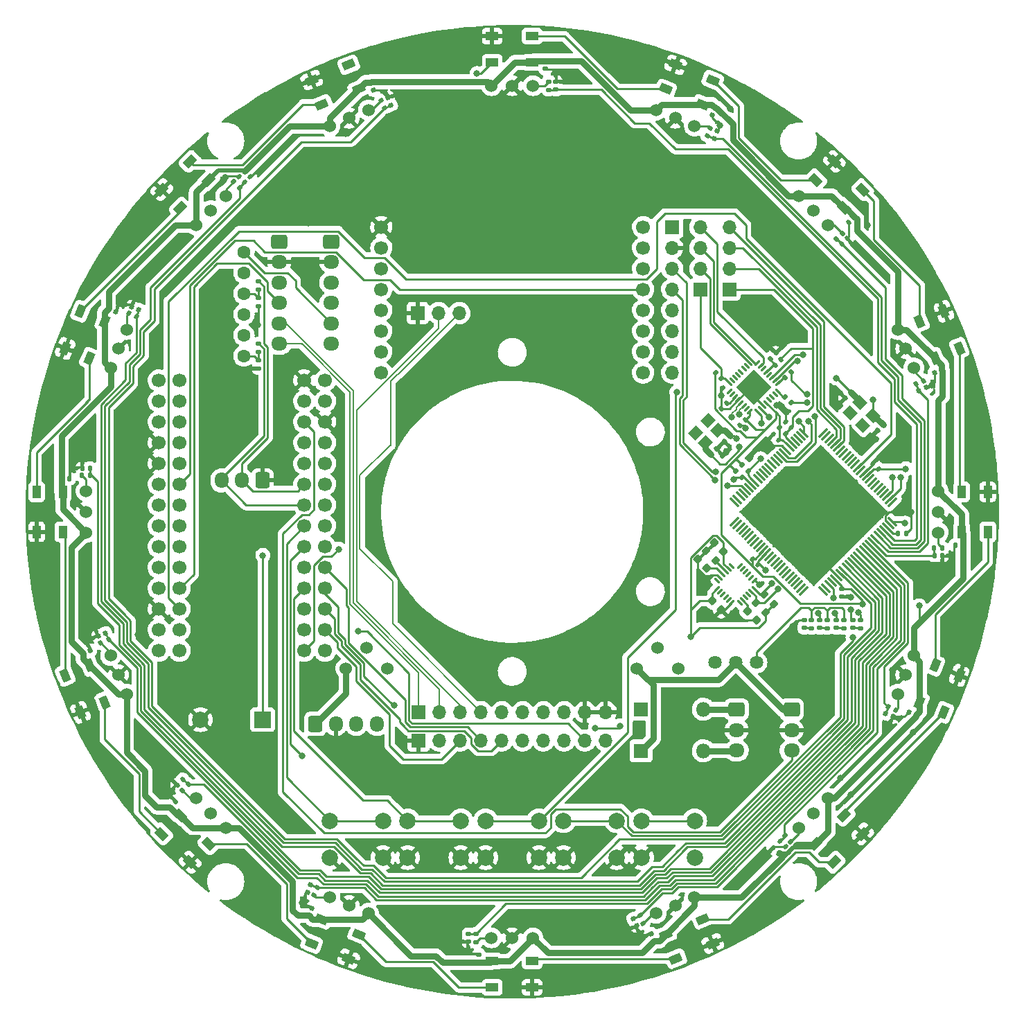
<source format=gbr>
%TF.GenerationSoftware,KiCad,Pcbnew,(6.0.5)*%
%TF.CreationDate,2023-02-26T15:47:36+09:00*%
%TF.ProjectId,mainboard,6d61696e-626f-4617-9264-2e6b69636164,rev?*%
%TF.SameCoordinates,Original*%
%TF.FileFunction,Copper,L1,Top*%
%TF.FilePolarity,Positive*%
%FSLAX46Y46*%
G04 Gerber Fmt 4.6, Leading zero omitted, Abs format (unit mm)*
G04 Created by KiCad (PCBNEW (6.0.5)) date 2023-02-26 15:47:36*
%MOMM*%
%LPD*%
G01*
G04 APERTURE LIST*
G04 Aperture macros list*
%AMRoundRect*
0 Rectangle with rounded corners*
0 $1 Rounding radius*
0 $2 $3 $4 $5 $6 $7 $8 $9 X,Y pos of 4 corners*
0 Add a 4 corners polygon primitive as box body*
4,1,4,$2,$3,$4,$5,$6,$7,$8,$9,$2,$3,0*
0 Add four circle primitives for the rounded corners*
1,1,$1+$1,$2,$3*
1,1,$1+$1,$4,$5*
1,1,$1+$1,$6,$7*
1,1,$1+$1,$8,$9*
0 Add four rect primitives between the rounded corners*
20,1,$1+$1,$2,$3,$4,$5,0*
20,1,$1+$1,$4,$5,$6,$7,0*
20,1,$1+$1,$6,$7,$8,$9,0*
20,1,$1+$1,$8,$9,$2,$3,0*%
%AMRotRect*
0 Rectangle, with rotation*
0 The origin of the aperture is its center*
0 $1 length*
0 $2 width*
0 $3 Rotation angle, in degrees counterclockwise*
0 Add horizontal line*
21,1,$1,$2,0,0,$3*%
G04 Aperture macros list end*
%TA.AperFunction,SMDPad,CuDef*%
%ADD10RoundRect,0.140000X0.170000X-0.140000X0.170000X0.140000X-0.170000X0.140000X-0.170000X-0.140000X0*%
%TD*%
%TA.AperFunction,SMDPad,CuDef*%
%ADD11RotRect,1.400000X1.200000X45.000000*%
%TD*%
%TA.AperFunction,SMDPad,CuDef*%
%ADD12RoundRect,0.135000X0.185000X-0.135000X0.185000X0.135000X-0.185000X0.135000X-0.185000X-0.135000X0*%
%TD*%
%TA.AperFunction,SMDPad,CuDef*%
%ADD13RotRect,1.500000X1.000000X135.000000*%
%TD*%
%TA.AperFunction,SMDPad,CuDef*%
%ADD14RoundRect,0.075000X0.194454X0.300520X-0.300520X-0.194454X-0.194454X-0.300520X0.300520X0.194454X0*%
%TD*%
%TA.AperFunction,SMDPad,CuDef*%
%ADD15RoundRect,0.075000X-0.300520X0.194454X0.194454X-0.300520X0.300520X-0.194454X-0.194454X0.300520X0*%
%TD*%
%TA.AperFunction,SMDPad,CuDef*%
%ADD16RoundRect,0.140000X-0.194399X-0.103484X0.064287X-0.210635X0.194399X0.103484X-0.064287X0.210635X0*%
%TD*%
%TA.AperFunction,SMDPad,CuDef*%
%ADD17R,1.000000X1.500000*%
%TD*%
%TA.AperFunction,SMDPad,CuDef*%
%ADD18RoundRect,0.140000X0.021213X-0.219203X0.219203X-0.021213X-0.021213X0.219203X-0.219203X0.021213X0*%
%TD*%
%TA.AperFunction,SMDPad,CuDef*%
%ADD19RoundRect,0.140000X0.064287X0.210635X-0.194399X0.103484X-0.064287X-0.210635X0.194399X-0.103484X0*%
%TD*%
%TA.AperFunction,SMDPad,CuDef*%
%ADD20RotRect,1.500000X1.000000X22.500000*%
%TD*%
%TA.AperFunction,SMDPad,CuDef*%
%ADD21RoundRect,0.140000X-0.140000X-0.170000X0.140000X-0.170000X0.140000X0.170000X-0.140000X0.170000X0*%
%TD*%
%TA.AperFunction,SMDPad,CuDef*%
%ADD22RoundRect,0.135000X-0.226274X-0.035355X-0.035355X-0.226274X0.226274X0.035355X0.035355X0.226274X0*%
%TD*%
%TA.AperFunction,SMDPad,CuDef*%
%ADD23RoundRect,0.062500X0.309359X-0.220971X-0.220971X0.309359X-0.309359X0.220971X0.220971X-0.309359X0*%
%TD*%
%TA.AperFunction,SMDPad,CuDef*%
%ADD24RoundRect,0.062500X0.309359X0.220971X0.220971X0.309359X-0.309359X-0.220971X-0.220971X-0.309359X0*%
%TD*%
%TA.AperFunction,SMDPad,CuDef*%
%ADD25RotRect,3.100000X3.100000X135.000000*%
%TD*%
%TA.AperFunction,SMDPad,CuDef*%
%ADD26RoundRect,0.140000X0.140000X0.170000X-0.140000X0.170000X-0.140000X-0.170000X0.140000X-0.170000X0*%
%TD*%
%TA.AperFunction,ComponentPad*%
%ADD27C,1.524000*%
%TD*%
%TA.AperFunction,SMDPad,CuDef*%
%ADD28RoundRect,0.140000X0.219203X0.021213X0.021213X0.219203X-0.219203X-0.021213X-0.021213X-0.219203X0*%
%TD*%
%TA.AperFunction,SMDPad,CuDef*%
%ADD29RoundRect,0.140000X-0.210635X0.064287X-0.103484X-0.194399X0.210635X-0.064287X0.103484X0.194399X0*%
%TD*%
%TA.AperFunction,ComponentPad*%
%ADD30C,2.000000*%
%TD*%
%TA.AperFunction,SMDPad,CuDef*%
%ADD31RotRect,1.500000X1.000000X315.000000*%
%TD*%
%TA.AperFunction,SMDPad,CuDef*%
%ADD32RoundRect,0.135000X0.226274X0.035355X0.035355X0.226274X-0.226274X-0.035355X-0.035355X-0.226274X0*%
%TD*%
%TA.AperFunction,ComponentPad*%
%ADD33C,1.600000*%
%TD*%
%TA.AperFunction,SMDPad,CuDef*%
%ADD34RoundRect,0.147500X-0.172500X0.147500X-0.172500X-0.147500X0.172500X-0.147500X0.172500X0.147500X0*%
%TD*%
%TA.AperFunction,SMDPad,CuDef*%
%ADD35RoundRect,0.135000X0.119255X-0.195520X0.222580X0.053927X-0.119255X0.195520X-0.222580X-0.053927X0*%
%TD*%
%TA.AperFunction,SMDPad,CuDef*%
%ADD36RotRect,1.500000X1.000000X225.000000*%
%TD*%
%TA.AperFunction,SMDPad,CuDef*%
%ADD37RoundRect,0.140000X0.103484X-0.194399X0.210635X0.064287X-0.103484X0.194399X-0.210635X-0.064287X0*%
%TD*%
%TA.AperFunction,SMDPad,CuDef*%
%ADD38RoundRect,0.135000X-0.185000X0.135000X-0.185000X-0.135000X0.185000X-0.135000X0.185000X0.135000X0*%
%TD*%
%TA.AperFunction,SMDPad,CuDef*%
%ADD39RoundRect,0.140000X-0.021213X0.219203X-0.219203X0.021213X0.021213X-0.219203X0.219203X-0.021213X0*%
%TD*%
%TA.AperFunction,SMDPad,CuDef*%
%ADD40RoundRect,0.135000X0.195520X0.119255X-0.053927X0.222580X-0.195520X-0.119255X0.053927X-0.222580X0*%
%TD*%
%TA.AperFunction,SMDPad,CuDef*%
%ADD41RoundRect,0.225000X-0.335876X-0.017678X-0.017678X-0.335876X0.335876X0.017678X0.017678X0.335876X0*%
%TD*%
%TA.AperFunction,SMDPad,CuDef*%
%ADD42RoundRect,0.135000X0.053927X0.222580X-0.195520X0.119255X-0.053927X-0.222580X0.195520X-0.119255X0*%
%TD*%
%TA.AperFunction,SMDPad,CuDef*%
%ADD43RoundRect,0.135000X-0.222580X0.053927X-0.119255X-0.195520X0.222580X-0.053927X0.119255X0.195520X0*%
%TD*%
%TA.AperFunction,SMDPad,CuDef*%
%ADD44RoundRect,0.140000X0.194399X0.103484X-0.064287X0.210635X-0.194399X-0.103484X0.064287X-0.210635X0*%
%TD*%
%TA.AperFunction,SMDPad,CuDef*%
%ADD45RoundRect,0.135000X-0.195520X-0.119255X0.053927X-0.222580X0.195520X0.119255X-0.053927X0.222580X0*%
%TD*%
%TA.AperFunction,SMDPad,CuDef*%
%ADD46RotRect,1.500000X1.000000X45.000000*%
%TD*%
%TA.AperFunction,SMDPad,CuDef*%
%ADD47RotRect,1.400000X1.200000X135.000000*%
%TD*%
%TA.AperFunction,SMDPad,CuDef*%
%ADD48RotRect,1.500000X1.000000X202.500000*%
%TD*%
%TA.AperFunction,SMDPad,CuDef*%
%ADD49RoundRect,0.140000X-0.219203X-0.021213X-0.021213X-0.219203X0.219203X0.021213X0.021213X0.219203X0*%
%TD*%
%TA.AperFunction,SMDPad,CuDef*%
%ADD50RoundRect,0.135000X0.222580X-0.053927X0.119255X0.195520X-0.222580X0.053927X-0.119255X-0.195520X0*%
%TD*%
%TA.AperFunction,SMDPad,CuDef*%
%ADD51RoundRect,0.075000X0.415425X0.521491X-0.521491X-0.415425X-0.415425X-0.521491X0.521491X0.415425X0*%
%TD*%
%TA.AperFunction,SMDPad,CuDef*%
%ADD52RoundRect,0.075000X-0.415425X0.521491X-0.521491X0.415425X0.415425X-0.521491X0.521491X-0.415425X0*%
%TD*%
%TA.AperFunction,SMDPad,CuDef*%
%ADD53RoundRect,0.135000X-0.035355X0.226274X-0.226274X0.035355X0.035355X-0.226274X0.226274X-0.035355X0*%
%TD*%
%TA.AperFunction,SMDPad,CuDef*%
%ADD54RoundRect,0.225000X0.335876X0.017678X0.017678X0.335876X-0.335876X-0.017678X-0.017678X-0.335876X0*%
%TD*%
%TA.AperFunction,SMDPad,CuDef*%
%ADD55RoundRect,0.140000X-0.170000X0.140000X-0.170000X-0.140000X0.170000X-0.140000X0.170000X0.140000X0*%
%TD*%
%TA.AperFunction,SMDPad,CuDef*%
%ADD56R,1.500000X1.000000*%
%TD*%
%TA.AperFunction,SMDPad,CuDef*%
%ADD57RoundRect,0.135000X0.035355X-0.226274X0.226274X-0.035355X-0.035355X0.226274X-0.226274X0.035355X0*%
%TD*%
%TA.AperFunction,SMDPad,CuDef*%
%ADD58RotRect,1.500000X1.000000X67.500000*%
%TD*%
%TA.AperFunction,SMDPad,CuDef*%
%ADD59RoundRect,0.140000X-0.103484X0.194399X-0.210635X-0.064287X0.103484X-0.194399X0.210635X0.064287X0*%
%TD*%
%TA.AperFunction,SMDPad,CuDef*%
%ADD60RoundRect,0.140000X-0.064287X-0.210635X0.194399X-0.103484X0.064287X0.210635X-0.194399X0.103484X0*%
%TD*%
%TA.AperFunction,SMDPad,CuDef*%
%ADD61RotRect,1.500000X1.000000X112.500000*%
%TD*%
%TA.AperFunction,SMDPad,CuDef*%
%ADD62RoundRect,0.200000X-0.335876X-0.053033X-0.053033X-0.335876X0.335876X0.053033X0.053033X0.335876X0*%
%TD*%
%TA.AperFunction,SMDPad,CuDef*%
%ADD63RotRect,1.500000X1.000000X292.500000*%
%TD*%
%TA.AperFunction,SMDPad,CuDef*%
%ADD64RotRect,1.500000X1.000000X337.500000*%
%TD*%
%TA.AperFunction,SMDPad,CuDef*%
%ADD65RoundRect,0.200000X0.335876X0.053033X0.053033X0.335876X-0.335876X-0.053033X-0.053033X-0.335876X0*%
%TD*%
%TA.AperFunction,SMDPad,CuDef*%
%ADD66RotRect,1.500000X1.000000X157.500000*%
%TD*%
%TA.AperFunction,SMDPad,CuDef*%
%ADD67RoundRect,0.140000X0.210635X-0.064287X0.103484X0.194399X-0.210635X0.064287X-0.103484X-0.194399X0*%
%TD*%
%TA.AperFunction,SMDPad,CuDef*%
%ADD68RoundRect,0.135000X-0.053927X-0.222580X0.195520X-0.119255X0.053927X0.222580X-0.195520X0.119255X0*%
%TD*%
%TA.AperFunction,SMDPad,CuDef*%
%ADD69RoundRect,0.135000X-0.119255X0.195520X-0.222580X-0.053927X0.119255X-0.195520X0.222580X0.053927X0*%
%TD*%
%TA.AperFunction,SMDPad,CuDef*%
%ADD70RotRect,1.500000X1.000000X247.500000*%
%TD*%
%TA.AperFunction,SMDPad,CuDef*%
%ADD71RoundRect,0.135000X0.135000X0.185000X-0.135000X0.185000X-0.135000X-0.185000X0.135000X-0.185000X0*%
%TD*%
%TA.AperFunction,SMDPad,CuDef*%
%ADD72RoundRect,0.135000X-0.135000X-0.185000X0.135000X-0.185000X0.135000X0.185000X-0.135000X0.185000X0*%
%TD*%
%TA.AperFunction,ComponentPad*%
%ADD73R,1.700000X1.700000*%
%TD*%
%TA.AperFunction,ComponentPad*%
%ADD74O,1.700000X1.700000*%
%TD*%
%TA.AperFunction,ComponentPad*%
%ADD75C,1.635000*%
%TD*%
%TA.AperFunction,ComponentPad*%
%ADD76RoundRect,0.250000X-0.725000X0.600000X-0.725000X-0.600000X0.725000X-0.600000X0.725000X0.600000X0*%
%TD*%
%TA.AperFunction,ComponentPad*%
%ADD77O,1.950000X1.700000*%
%TD*%
%TA.AperFunction,ComponentPad*%
%ADD78RoundRect,0.250000X0.600000X0.725000X-0.600000X0.725000X-0.600000X-0.725000X0.600000X-0.725000X0*%
%TD*%
%TA.AperFunction,ComponentPad*%
%ADD79O,1.700000X1.950000*%
%TD*%
%TA.AperFunction,ComponentPad*%
%ADD80C,1.700000*%
%TD*%
%TA.AperFunction,ComponentPad*%
%ADD81RoundRect,0.250000X-0.600000X-0.725000X0.600000X-0.725000X0.600000X0.725000X-0.600000X0.725000X0*%
%TD*%
%TA.AperFunction,ComponentPad*%
%ADD82R,1.800000X1.800000*%
%TD*%
%TA.AperFunction,ComponentPad*%
%ADD83O,1.800000X1.800000*%
%TD*%
%TA.AperFunction,ComponentPad*%
%ADD84R,2.000000X2.000000*%
%TD*%
%TA.AperFunction,ViaPad*%
%ADD85C,0.800000*%
%TD*%
%TA.AperFunction,Conductor*%
%ADD86C,0.250000*%
%TD*%
%TA.AperFunction,Conductor*%
%ADD87C,0.800000*%
%TD*%
%TA.AperFunction,Conductor*%
%ADD88C,0.500000*%
%TD*%
%TA.AperFunction,Conductor*%
%ADD89C,0.200000*%
%TD*%
G04 APERTURE END LIST*
D10*
%TO.P,C21,1*%
%TO.N,IR1*%
X157734000Y-50010000D03*
%TO.P,C21,2*%
%TO.N,GND*%
X157734000Y-49050000D03*
%TD*%
D11*
%TO.P,Y2,1,1*%
%TO.N,Net-(C9-Pad1)*%
X175972223Y-93199858D03*
%TO.P,Y2,2,2*%
%TO.N,Net-(C10-Pad1)*%
X177527858Y-91644223D03*
%TO.P,Y2,3*%
%TO.N,N/C*%
X176325777Y-90442142D03*
%TO.P,Y2,4*%
X174770142Y-91997777D03*
%TD*%
D12*
%TO.P,R29,1*%
%TO.N,Net-(Q2-Pad1)*%
X121412000Y-82044000D03*
%TO.P,R29,2*%
%TO.N,FET 2 LOW*%
X121412000Y-81024000D03*
%TD*%
D13*
%TO.P,D11,1,VDD*%
%TO.N,+5V*%
X192963181Y-64501642D03*
%TO.P,D11,2,DOUT*%
%TO.N,Net-(D11-Pad2)*%
X195225922Y-62238901D03*
%TO.P,D11,3,VSS*%
%TO.N,GND*%
X191761099Y-58774078D03*
%TO.P,D11,4,DIN*%
%TO.N,Net-(D11-Pad4)*%
X189498358Y-61036819D03*
%TD*%
D14*
%TO.P,U20,1,CLKIN*%
%TO.N,GND*%
X181967742Y-109995025D03*
%TO.P,U20,2,NC*%
%TO.N,unconnected-(U20-Pad2)*%
X181614188Y-109641472D03*
%TO.P,U20,3,NC*%
%TO.N,unconnected-(U20-Pad3)*%
X181260635Y-109287918D03*
%TO.P,U20,4,NC*%
%TO.N,unconnected-(U20-Pad4)*%
X180907082Y-108934365D03*
%TO.P,U20,5,NC*%
%TO.N,unconnected-(U20-Pad5)*%
X180553528Y-108580812D03*
%TO.P,U20,6,AUX_SDA*%
%TO.N,unconnected-(U20-Pad6)*%
X180199975Y-108227258D03*
D15*
%TO.P,U20,7,AUX_SCL*%
%TO.N,unconnected-(U20-Pad7)*%
X179210025Y-108227258D03*
%TO.P,U20,8,VDDIO*%
%TO.N,+3V3*%
X178856472Y-108580812D03*
%TO.P,U20,9,AD0*%
%TO.N,Net-(R26-Pad1)*%
X178502918Y-108934365D03*
%TO.P,U20,10,REGOUT*%
%TO.N,Net-(C35-Pad1)*%
X178149365Y-109287918D03*
%TO.P,U20,11,FSYNC*%
%TO.N,GND*%
X177795812Y-109641472D03*
%TO.P,U20,12,INT*%
%TO.N,unconnected-(U20-Pad12)*%
X177442258Y-109995025D03*
D14*
%TO.P,U20,13,VDD*%
%TO.N,+3V3*%
X177442258Y-110984975D03*
%TO.P,U20,14,NC*%
%TO.N,unconnected-(U20-Pad14)*%
X177795812Y-111338528D03*
%TO.P,U20,15,NC*%
%TO.N,unconnected-(U20-Pad15)*%
X178149365Y-111692082D03*
%TO.P,U20,16,NC*%
%TO.N,unconnected-(U20-Pad16)*%
X178502918Y-112045635D03*
%TO.P,U20,17,NC*%
%TO.N,unconnected-(U20-Pad17)*%
X178856472Y-112399188D03*
%TO.P,U20,18,GND*%
%TO.N,GND*%
X179210025Y-112752742D03*
D15*
%TO.P,U20,19,NC*%
%TO.N,unconnected-(U20-Pad19)*%
X180199975Y-112752742D03*
%TO.P,U20,20,CPOUT*%
%TO.N,Net-(C36-Pad1)*%
X180553528Y-112399188D03*
%TO.P,U20,21,NC*%
%TO.N,unconnected-(U20-Pad21)*%
X180907082Y-112045635D03*
%TO.P,U20,22,NC*%
%TO.N,unconnected-(U20-Pad22)*%
X181260635Y-111692082D03*
%TO.P,U20,23,SCL*%
%TO.N,SCL*%
X181614188Y-111338528D03*
%TO.P,U20,24,SDA*%
%TO.N,SDA*%
X181967742Y-110984975D03*
%TD*%
D16*
%TO.P,C26,1*%
%TO.N,IR6*%
X198021712Y-126270612D03*
%TO.P,C26,2*%
%TO.N,GND*%
X198908636Y-126637988D03*
%TD*%
D17*
%TO.P,D17,1,VDD*%
%TO.N,+5V*%
X207315000Y-104050000D03*
%TO.P,D17,2,DOUT*%
%TO.N,Net-(D17-Pad2)*%
X210515000Y-104050000D03*
%TO.P,D17,3,VSS*%
%TO.N,GND*%
X210515000Y-99150000D03*
%TO.P,D17,4,DIN*%
%TO.N,Net-(D14-Pad2)*%
X207315000Y-99150000D03*
%TD*%
D18*
%TO.P,C20,1*%
%TO.N,GND*%
X180201279Y-91029227D03*
%TO.P,C20,2*%
%TO.N,+5V*%
X180880101Y-90350405D03*
%TD*%
D19*
%TO.P,C39,1*%
%TO.N,GND*%
X100835175Y-118560008D03*
%TO.P,C39,2*%
%TO.N,+5V*%
X99948251Y-118927384D03*
%TD*%
D20*
%TO.P,D12,1,VDD*%
%TO.N,+5V*%
X171151556Y-153272419D03*
%TO.P,D12,2,DOUT*%
%TO.N,Net-(D12-Pad2)*%
X172376143Y-156228834D03*
%TO.P,D12,3,VSS*%
%TO.N,GND*%
X176903152Y-154353685D03*
%TO.P,D12,4,DIN*%
%TO.N,Net-(D12-Pad4)*%
X175678565Y-151397270D03*
%TD*%
D19*
%TO.P,C15,1*%
%TO.N,IR12*%
X102695821Y-116414665D03*
%TO.P,C15,2*%
%TO.N,GND*%
X101808897Y-116782041D03*
%TD*%
D21*
%TO.P,C25,1*%
%TO.N,IR5*%
X203990000Y-106934000D03*
%TO.P,C25,2*%
%TO.N,GND*%
X204950000Y-106934000D03*
%TD*%
D22*
%TO.P,R19,1*%
%TO.N,IR7*%
X185715336Y-141201516D03*
%TO.P,R19,2*%
%TO.N,Net-(R19-Pad2)*%
X186436584Y-141922764D03*
%TD*%
D23*
%TO.P,U10,1,XTAL1*%
%TO.N,Net-(C9-Pad1)*%
X182383816Y-89354690D03*
%TO.P,U10,2,PC0/XTAL2*%
%TO.N,Net-(C10-Pad1)*%
X182737369Y-89001136D03*
%TO.P,U10,3,GND*%
%TO.N,GND*%
X183090923Y-88647583D03*
%TO.P,U10,4,VCC*%
%TO.N,+5V*%
X183444476Y-88294029D03*
%TO.P,U10,5,PC2*%
%TO.N,unconnected-(U10-Pad5)*%
X183798029Y-87940476D03*
%TO.P,U10,6,PD0*%
%TO.N,unconnected-(U10-Pad6)*%
X184151583Y-87586923D03*
%TO.P,U10,7,PD1*%
%TO.N,unconnected-(U10-Pad7)*%
X184505136Y-87233369D03*
%TO.P,U10,8,PD2*%
%TO.N,Net-(R22-Pad1)*%
X184858690Y-86879816D03*
D24*
%TO.P,U10,9,PD3*%
%TO.N,Net-(R23-Pad1)*%
X184858690Y-85907544D03*
%TO.P,U10,10,PD4*%
%TO.N,TX2LED*%
X184505136Y-85553991D03*
%TO.P,U10,11,PD5*%
%TO.N,RX2LED*%
X184151583Y-85200437D03*
%TO.P,U10,12,PD6*%
%TO.N,unconnected-(U10-Pad12)*%
X183798029Y-84846884D03*
%TO.P,U10,13,~{HWB}/PD7*%
%TO.N,Net-(C29-Pad1)*%
X183444476Y-84493331D03*
%TO.P,U10,14,PB0*%
%TO.N,unconnected-(U10-Pad14)*%
X183090923Y-84139777D03*
%TO.P,U10,15,PB1*%
%TO.N,SCK2*%
X182737369Y-83786224D03*
%TO.P,U10,16,PB2*%
%TO.N,MOSI2*%
X182383816Y-83432670D03*
D23*
%TO.P,U10,17,PB3*%
%TO.N,MISO2*%
X181411544Y-83432670D03*
%TO.P,U10,18,PB4*%
%TO.N,unconnected-(U10-Pad18)*%
X181057991Y-83786224D03*
%TO.P,U10,19,PB5*%
%TO.N,unconnected-(U10-Pad19)*%
X180704437Y-84139777D03*
%TO.P,U10,20,PB6*%
%TO.N,unconnected-(U10-Pad20)*%
X180350884Y-84493331D03*
%TO.P,U10,21,PB7*%
%TO.N,unconnected-(U10-Pad21)*%
X179997331Y-84846884D03*
%TO.P,U10,22,PC7*%
%TO.N,unconnected-(U10-Pad22)*%
X179643777Y-85200437D03*
%TO.P,U10,23,PC6*%
%TO.N,unconnected-(U10-Pad23)*%
X179290224Y-85553991D03*
%TO.P,U10,24,PC1/~{RESET}*%
%TO.N,RESET2*%
X178936670Y-85907544D03*
D24*
%TO.P,U10,25,PC5*%
%TO.N,unconnected-(U10-Pad25)*%
X178936670Y-86879816D03*
%TO.P,U10,26,PC4*%
%TO.N,unconnected-(U10-Pad26)*%
X179290224Y-87233369D03*
%TO.P,U10,27,UCAP*%
%TO.N,Net-(C11-Pad1)*%
X179643777Y-87586923D03*
%TO.P,U10,28,UGND*%
%TO.N,GND*%
X179997331Y-87940476D03*
%TO.P,U10,29,D+*%
%TO.N,IR D+*%
X180350884Y-88294029D03*
%TO.P,U10,30,D-*%
%TO.N,IR D-*%
X180704437Y-88647583D03*
%TO.P,U10,31,UVCC*%
%TO.N,unconnected-(U10-Pad31)*%
X181057991Y-89001136D03*
%TO.P,U10,32,AVCC*%
%TO.N,+5V*%
X181411544Y-89354690D03*
D25*
%TO.P,U10,33,GND*%
%TO.N,GND*%
X181897680Y-86393680D03*
%TD*%
D26*
%TO.P,C16,1*%
%TO.N,IR13*%
X100810000Y-96266000D03*
%TO.P,C16,2*%
%TO.N,GND*%
X99850000Y-96266000D03*
%TD*%
D27*
%TO.P,R24,1*%
%TO.N,+5V*%
X132080000Y-120745000D03*
%TO.P,R24,2*%
%TO.N,Net-(J3-Pad3)*%
X134620000Y-118205000D03*
%TO.P,R24,3*%
%TO.N,N/C*%
X137160000Y-120745000D03*
%TD*%
D28*
%TO.P,C4,1*%
%TO.N,RESET*%
X186521411Y-91271411D03*
%TO.P,C4,2*%
%TO.N,GND*%
X185842589Y-90592589D03*
%TD*%
D29*
%TO.P,C28,1*%
%TO.N,IR8*%
X167214665Y-151304179D03*
%TO.P,C28,2*%
%TO.N,GND*%
X167582041Y-152191103D03*
%TD*%
D30*
%TO.P,SW6,1*%
%TO.N,PRGB 2*%
X146125000Y-139355000D03*
X139625000Y-139355000D03*
%TO.P,SW6,2*%
%TO.N,GND*%
X139625000Y-143855000D03*
X146125000Y-143855000D03*
%TD*%
D31*
%TO.P,D7,1,VDD*%
%TO.N,+5V*%
X111836819Y-138698358D03*
%TO.P,D7,2,DOUT*%
%TO.N,Net-(D10-Pad4)*%
X109574078Y-140961099D03*
%TO.P,D7,3,VSS*%
%TO.N,GND*%
X113038901Y-144425922D03*
%TO.P,D7,4,DIN*%
%TO.N,Net-(D18-Pad2)*%
X115301642Y-142163181D03*
%TD*%
D21*
%TO.P,C46,1*%
%TO.N,GND*%
X206530000Y-105664000D03*
%TO.P,C46,2*%
%TO.N,+5V*%
X207490000Y-105664000D03*
%TD*%
D32*
%TO.P,R11,1*%
%TO.N,IR15*%
X119084664Y-61998484D03*
%TO.P,R11,2*%
%TO.N,Net-(R11-Pad2)*%
X118363416Y-61277236D03*
%TD*%
D33*
%TO.P,Q1,1,G*%
%TO.N,Net-(Q1-Pad1)*%
X119613000Y-74930000D03*
%TO.P,Q1,2,D*%
%TO.N,+5V*%
X119613000Y-72390000D03*
%TO.P,Q1,3,S*%
%TO.N,FET 1 HIGH*%
X119613000Y-69850000D03*
%TD*%
D18*
%TO.P,C40,1*%
%TO.N,GND*%
X193549372Y-66197992D03*
%TO.P,C40,2*%
%TO.N,+5V*%
X194228194Y-65519170D03*
%TD*%
D28*
%TO.P,C48,1*%
%TO.N,GND*%
X120354411Y-60664411D03*
%TO.P,C48,2*%
%TO.N,+5V*%
X119675589Y-59985589D03*
%TD*%
%TO.P,C18,1*%
%TO.N,IR15*%
X119692068Y-61348653D03*
%TO.P,C18,2*%
%TO.N,GND*%
X119013246Y-60669831D03*
%TD*%
D12*
%TO.P,R30,1*%
%TO.N,Net-(D1-Pad2)*%
X192913000Y-115826000D03*
%TO.P,R30,2*%
%TO.N,Net-(R30-Pad2)*%
X192913000Y-114806000D03*
%TD*%
D34*
%TO.P,D4,1,K*%
%TO.N,GND*%
X194056000Y-114831000D03*
%TO.P,D4,2,A*%
%TO.N,Net-(D4-Pad2)*%
X194056000Y-115801000D03*
%TD*%
D35*
%TO.P,R14,1*%
%TO.N,IR2*%
X176237802Y-55665800D03*
%TO.P,R14,2*%
%TO.N,Net-(R14-Pad2)*%
X176628140Y-54723442D03*
%TD*%
D22*
%TO.P,R1,1*%
%TO.N,+5V*%
X180487376Y-95905376D03*
%TO.P,R1,2*%
%TO.N,SCL*%
X181208624Y-96626624D03*
%TD*%
D26*
%TO.P,C42,1*%
%TO.N,GND*%
X98270000Y-97536000D03*
%TO.P,C42,2*%
%TO.N,+5V*%
X97310000Y-97536000D03*
%TD*%
D36*
%TO.P,D19,1,VDD*%
%TO.N,+5V*%
X115301642Y-61036819D03*
%TO.P,D19,2,DOUT*%
%TO.N,Net-(D19-Pad2)*%
X113038901Y-58774078D03*
%TO.P,D19,3,VSS*%
%TO.N,GND*%
X109574078Y-62238901D03*
%TO.P,D19,4,DIN*%
%TO.N,Net-(D16-Pad2)*%
X111836819Y-64501642D03*
%TD*%
D10*
%TO.P,C8,1*%
%TO.N,GND*%
X192659000Y-111986000D03*
%TO.P,C8,2*%
%TO.N,+5V*%
X192659000Y-111026000D03*
%TD*%
D37*
%TO.P,C22,1*%
%TO.N,IR2*%
X177070612Y-55978288D03*
%TO.P,C22,2*%
%TO.N,GND*%
X177437988Y-55091364D03*
%TD*%
D38*
%TO.P,R31,1*%
%TO.N,Net-(Q1-Pad1)*%
X121412000Y-75436000D03*
%TO.P,R31,2*%
%TO.N,GND*%
X121412000Y-76456000D03*
%TD*%
D39*
%TO.P,C10,1*%
%TO.N,Net-(C10-Pad1)*%
X179005711Y-92321632D03*
%TO.P,C10,2*%
%TO.N,GND*%
X178326889Y-93000454D03*
%TD*%
D12*
%TO.P,R13,1*%
%TO.N,IR1*%
X156845000Y-50040000D03*
%TO.P,R13,2*%
%TO.N,Net-(R13-Pad2)*%
X156845000Y-49020000D03*
%TD*%
D40*
%TO.P,R10,1*%
%TO.N,IR14*%
X106465800Y-77762198D03*
%TO.P,R10,2*%
%TO.N,Net-(R10-Pad2)*%
X105523442Y-77371860D03*
%TD*%
D22*
%TO.P,R22,1*%
%TO.N,Net-(R22-Pad1)*%
X185768066Y-87535192D03*
%TO.P,R22,2*%
%TO.N,TXD0*%
X186489314Y-88256440D03*
%TD*%
D41*
%TO.P,C31,1*%
%TO.N,GND*%
X177124992Y-105369992D03*
%TO.P,C31,2*%
%TO.N,+3V3*%
X178221008Y-106466008D03*
%TD*%
D18*
%TO.P,C9,1*%
%TO.N,Net-(C9-Pad1)*%
X176690644Y-94636699D03*
%TO.P,C9,2*%
%TO.N,GND*%
X177369466Y-93957877D03*
%TD*%
D39*
%TO.P,C34,1*%
%TO.N,GND*%
X111250628Y-137002008D03*
%TO.P,C34,2*%
%TO.N,+5V*%
X110571806Y-137680830D03*
%TD*%
D42*
%TO.P,R8,1*%
%TO.N,IR12*%
X103063744Y-117224513D03*
%TO.P,R8,2*%
%TO.N,Net-(R8-Pad2)*%
X102121386Y-117614851D03*
%TD*%
D43*
%TO.P,R20,1*%
%TO.N,IR8*%
X168024513Y-150936256D03*
%TO.P,R20,2*%
%TO.N,Net-(R20-Pad2)*%
X168414851Y-151878614D03*
%TD*%
D44*
%TO.P,C17,1*%
%TO.N,IR14*%
X106778288Y-76929388D03*
%TO.P,C17,2*%
%TO.N,GND*%
X105891364Y-76562012D03*
%TD*%
D45*
%TO.P,R18,1*%
%TO.N,IR6*%
X198334200Y-125437802D03*
%TO.P,R18,2*%
%TO.N,Net-(R18-Pad2)*%
X199276558Y-125828140D03*
%TD*%
D46*
%TO.P,D9,1,VDD*%
%TO.N,+5V*%
X189498358Y-142163181D03*
%TO.P,D9,2,DOUT*%
%TO.N,Net-(D12-Pad4)*%
X191761099Y-144425922D03*
%TO.P,D9,3,VSS*%
%TO.N,GND*%
X195225922Y-140961099D03*
%TO.P,D9,4,DIN*%
%TO.N,Net-(D6-Pad2)*%
X192963181Y-138698358D03*
%TD*%
D47*
%TO.P,Y1,1,1*%
%TO.N,Net-(C1-Pad1)*%
X196450858Y-89838777D03*
%TO.P,Y1,2,2*%
%TO.N,Net-(C2-Pad1)*%
X194895223Y-88283142D03*
%TO.P,Y1,3*%
%TO.N,N/C*%
X193693142Y-89485223D03*
%TO.P,Y1,4*%
X195248777Y-91040858D03*
%TD*%
D38*
%TO.P,R5,1*%
%TO.N,IR9*%
X147955000Y-153160000D03*
%TO.P,R5,2*%
%TO.N,Net-(R5-Pad2)*%
X147955000Y-154180000D03*
%TD*%
D41*
%TO.P,C30,1*%
%TO.N,+3V3*%
X176870992Y-112481992D03*
%TO.P,C30,2*%
%TO.N,GND*%
X177967008Y-113578008D03*
%TD*%
D30*
%TO.P,SW2,1,A*%
%TO.N,Gyro Reset*%
X165175000Y-139355000D03*
X158675000Y-139355000D03*
%TO.P,SW2,3,B*%
%TO.N,GND*%
X165175000Y-143855000D03*
X158675000Y-143855000D03*
%TD*%
D48*
%TO.P,D22,1,VDD*%
%TO.N,+5V*%
X133648444Y-49927581D03*
%TO.P,D22,2,DOUT*%
%TO.N,unconnected-(D22-Pad2)*%
X132423857Y-46971166D03*
%TO.P,D22,3,VSS*%
%TO.N,GND*%
X127896848Y-48846315D03*
%TO.P,D22,4,DIN*%
%TO.N,Net-(D19-Pad2)*%
X129121435Y-51802730D03*
%TD*%
D49*
%TO.P,C6,1*%
%TO.N,GND*%
X196510589Y-95672589D03*
%TO.P,C6,2*%
%TO.N,+5V*%
X197189411Y-96351411D03*
%TD*%
D50*
%TO.P,R12,1*%
%TO.N,IR16*%
X136775487Y-52263744D03*
%TO.P,R12,2*%
%TO.N,Net-(R12-Pad2)*%
X136385149Y-51321386D03*
%TD*%
D41*
%TO.P,C36,1*%
%TO.N,Net-(C36-Pad1)*%
X181188992Y-113751992D03*
%TO.P,C36,2*%
%TO.N,GND*%
X182285008Y-114848008D03*
%TD*%
D51*
%TO.P,U1,1,PG5*%
%TO.N,unconnected-(U1-Pad1)*%
X198890846Y-100424435D03*
%TO.P,U1,2,PE0*%
%TO.N,RXD0*%
X198537293Y-100070882D03*
%TO.P,U1,3,PE1*%
%TO.N,TXD0*%
X198183740Y-99717328D03*
%TO.P,U1,4,PE2*%
%TO.N,unconnected-(U1-Pad4)*%
X197830186Y-99363775D03*
%TO.P,U1,5,PE3*%
%TO.N,unconnected-(U1-Pad5)*%
X197476633Y-99010221D03*
%TO.P,U1,6,PE4*%
%TO.N,unconnected-(U1-Pad6)*%
X197123079Y-98656668D03*
%TO.P,U1,7,PE5*%
%TO.N,unconnected-(U1-Pad7)*%
X196769526Y-98303115D03*
%TO.P,U1,8,PE6*%
%TO.N,unconnected-(U1-Pad8)*%
X196415973Y-97949561D03*
%TO.P,U1,9,PE7*%
%TO.N,unconnected-(U1-Pad9)*%
X196062419Y-97596008D03*
%TO.P,U1,10,VCC*%
%TO.N,+5V*%
X195708866Y-97242454D03*
%TO.P,U1,11,GND*%
%TO.N,GND*%
X195355312Y-96888901D03*
%TO.P,U1,12,PH0*%
%TO.N,unconnected-(U1-Pad12)*%
X195001759Y-96535348D03*
%TO.P,U1,13,PH1*%
%TO.N,Gyro Data*%
X194648206Y-96181794D03*
%TO.P,U1,14,PH2*%
%TO.N,unconnected-(U1-Pad14)*%
X194294652Y-95828241D03*
%TO.P,U1,15,PH3*%
%TO.N,unconnected-(U1-Pad15)*%
X193941099Y-95474688D03*
%TO.P,U1,16,PH4*%
%TO.N,unconnected-(U1-Pad16)*%
X193587546Y-95121134D03*
%TO.P,U1,17,PH5*%
%TO.N,unconnected-(U1-Pad17)*%
X193233992Y-94767581D03*
%TO.P,U1,18,PH6*%
%TO.N,unconnected-(U1-Pad18)*%
X192880439Y-94414027D03*
%TO.P,U1,19,PB0*%
%TO.N,unconnected-(U1-Pad19)*%
X192526885Y-94060474D03*
%TO.P,U1,20,PB1*%
%TO.N,PB1*%
X192173332Y-93706921D03*
%TO.P,U1,21,PB2*%
%TO.N,PB2*%
X191819779Y-93353367D03*
%TO.P,U1,22,PB3*%
%TO.N,PB3*%
X191466225Y-92999814D03*
%TO.P,U1,23,PB4*%
%TO.N,unconnected-(U1-Pad23)*%
X191112672Y-92646260D03*
%TO.P,U1,24,PB5*%
%TO.N,unconnected-(U1-Pad24)*%
X190759118Y-92292707D03*
%TO.P,U1,25,PB6*%
%TO.N,unconnected-(U1-Pad25)*%
X190405565Y-91939154D03*
D52*
%TO.P,U1,26,PB7*%
%TO.N,PB7*%
X188054435Y-91939154D03*
%TO.P,U1,27,PH7*%
%TO.N,unconnected-(U1-Pad27)*%
X187700882Y-92292707D03*
%TO.P,U1,28,PG3*%
%TO.N,unconnected-(U1-Pad28)*%
X187347328Y-92646260D03*
%TO.P,U1,29,PG4*%
%TO.N,unconnected-(U1-Pad29)*%
X186993775Y-92999814D03*
%TO.P,U1,30,~{RESET}*%
%TO.N,RESET*%
X186640221Y-93353367D03*
%TO.P,U1,31,VCC*%
%TO.N,+5V*%
X186286668Y-93706921D03*
%TO.P,U1,32,GND*%
%TO.N,GND*%
X185933115Y-94060474D03*
%TO.P,U1,33,XTAL2*%
%TO.N,Net-(C2-Pad1)*%
X185579561Y-94414027D03*
%TO.P,U1,34,XTAL1*%
%TO.N,Net-(C1-Pad1)*%
X185226008Y-94767581D03*
%TO.P,U1,35,PL0*%
%TO.N,unconnected-(U1-Pad35)*%
X184872454Y-95121134D03*
%TO.P,U1,36,PL1*%
%TO.N,unconnected-(U1-Pad36)*%
X184518901Y-95474688D03*
%TO.P,U1,37,PL2*%
%TO.N,unconnected-(U1-Pad37)*%
X184165348Y-95828241D03*
%TO.P,U1,38,PL3*%
%TO.N,unconnected-(U1-Pad38)*%
X183811794Y-96181794D03*
%TO.P,U1,39,PL4*%
%TO.N,unconnected-(U1-Pad39)*%
X183458241Y-96535348D03*
%TO.P,U1,40,PL5*%
%TO.N,unconnected-(U1-Pad40)*%
X183104688Y-96888901D03*
%TO.P,U1,41,PL6*%
%TO.N,unconnected-(U1-Pad41)*%
X182751134Y-97242454D03*
%TO.P,U1,42,PL7*%
%TO.N,unconnected-(U1-Pad42)*%
X182397581Y-97596008D03*
%TO.P,U1,43,PD0*%
%TO.N,SCL*%
X182044027Y-97949561D03*
%TO.P,U1,44,PD1*%
%TO.N,SDA*%
X181690474Y-98303115D03*
%TO.P,U1,45,PD2*%
%TO.N,unconnected-(U1-Pad45)*%
X181336921Y-98656668D03*
%TO.P,U1,46,PD3*%
%TO.N,IR Data*%
X180983367Y-99010221D03*
%TO.P,U1,47,PD4*%
%TO.N,unconnected-(U1-Pad47)*%
X180629814Y-99363775D03*
%TO.P,U1,48,PD5*%
%TO.N,unconnected-(U1-Pad48)*%
X180276260Y-99717328D03*
%TO.P,U1,49,PD6*%
%TO.N,unconnected-(U1-Pad49)*%
X179922707Y-100070882D03*
%TO.P,U1,50,PD7*%
%TO.N,unconnected-(U1-Pad50)*%
X179569154Y-100424435D03*
D51*
%TO.P,U1,51,PG0*%
%TO.N,unconnected-(U1-Pad51)*%
X179569154Y-102775565D03*
%TO.P,U1,52,PG1*%
%TO.N,unconnected-(U1-Pad52)*%
X179922707Y-103129118D03*
%TO.P,U1,53,PC0*%
%TO.N,unconnected-(U1-Pad53)*%
X180276260Y-103482672D03*
%TO.P,U1,54,PC1*%
%TO.N,unconnected-(U1-Pad54)*%
X180629814Y-103836225D03*
%TO.P,U1,55,PC2*%
%TO.N,unconnected-(U1-Pad55)*%
X180983367Y-104189779D03*
%TO.P,U1,56,PC3*%
%TO.N,unconnected-(U1-Pad56)*%
X181336921Y-104543332D03*
%TO.P,U1,57,PC4*%
%TO.N,unconnected-(U1-Pad57)*%
X181690474Y-104896885D03*
%TO.P,U1,58,PC5*%
%TO.N,unconnected-(U1-Pad58)*%
X182044027Y-105250439D03*
%TO.P,U1,59,PC6*%
%TO.N,unconnected-(U1-Pad59)*%
X182397581Y-105603992D03*
%TO.P,U1,60,PC7*%
%TO.N,unconnected-(U1-Pad60)*%
X182751134Y-105957546D03*
%TO.P,U1,61,VCC*%
%TO.N,+5V*%
X183104688Y-106311099D03*
%TO.P,U1,62,GND*%
%TO.N,GND*%
X183458241Y-106664652D03*
%TO.P,U1,63,PJ0*%
%TO.N,unconnected-(U1-Pad63)*%
X183811794Y-107018206D03*
%TO.P,U1,64,PJ1*%
%TO.N,unconnected-(U1-Pad64)*%
X184165348Y-107371759D03*
%TO.P,U1,65,PJ2*%
%TO.N,unconnected-(U1-Pad65)*%
X184518901Y-107725312D03*
%TO.P,U1,66,PJ3*%
%TO.N,unconnected-(U1-Pad66)*%
X184872454Y-108078866D03*
%TO.P,U1,67,PJ4*%
%TO.N,unconnected-(U1-Pad67)*%
X185226008Y-108432419D03*
%TO.P,U1,68,PJ5*%
%TO.N,unconnected-(U1-Pad68)*%
X185579561Y-108785973D03*
%TO.P,U1,69,PJ6*%
%TO.N,unconnected-(U1-Pad69)*%
X185933115Y-109139526D03*
%TO.P,U1,70,PG2*%
%TO.N,unconnected-(U1-Pad70)*%
X186286668Y-109493079D03*
%TO.P,U1,71,PA7*%
%TO.N,unconnected-(U1-Pad71)*%
X186640221Y-109846633D03*
%TO.P,U1,72,PA6*%
%TO.N,unconnected-(U1-Pad72)*%
X186993775Y-110200186D03*
%TO.P,U1,73,PA5*%
%TO.N,unconnected-(U1-Pad73)*%
X187347328Y-110553740D03*
%TO.P,U1,74,PA4*%
%TO.N,unconnected-(U1-Pad74)*%
X187700882Y-110907293D03*
%TO.P,U1,75,PA3*%
%TO.N,unconnected-(U1-Pad75)*%
X188054435Y-111260846D03*
D52*
%TO.P,U1,76,PA2*%
%TO.N,unconnected-(U1-Pad76)*%
X190405565Y-111260846D03*
%TO.P,U1,77,PA1*%
%TO.N,unconnected-(U1-Pad77)*%
X190759118Y-110907293D03*
%TO.P,U1,78,PA0*%
%TO.N,Gyro Reset*%
X191112672Y-110553740D03*
%TO.P,U1,79,PJ7*%
%TO.N,unconnected-(U1-Pad79)*%
X191466225Y-110200186D03*
%TO.P,U1,80,VCC*%
%TO.N,+5V*%
X191819779Y-109846633D03*
%TO.P,U1,81,GND*%
%TO.N,GND*%
X192173332Y-109493079D03*
%TO.P,U1,82,PK7*%
%TO.N,IR16*%
X192526885Y-109139526D03*
%TO.P,U1,83,PK6*%
%TO.N,IR15*%
X192880439Y-108785973D03*
%TO.P,U1,84,PK5*%
%TO.N,IR14*%
X193233992Y-108432419D03*
%TO.P,U1,85,PK4*%
%TO.N,IR13*%
X193587546Y-108078866D03*
%TO.P,U1,86,PK3*%
%TO.N,IR12*%
X193941099Y-107725312D03*
%TO.P,U1,87,PK2*%
%TO.N,IR11*%
X194294652Y-107371759D03*
%TO.P,U1,88,PK1*%
%TO.N,IR10*%
X194648206Y-107018206D03*
%TO.P,U1,89,PK0*%
%TO.N,IR9*%
X195001759Y-106664652D03*
%TO.P,U1,90,PF7*%
%TO.N,IR8*%
X195355312Y-106311099D03*
%TO.P,U1,91,PF6*%
%TO.N,IR7*%
X195708866Y-105957546D03*
%TO.P,U1,92,PF5*%
%TO.N,IR6*%
X196062419Y-105603992D03*
%TO.P,U1,93,PF4*%
%TO.N,IR5*%
X196415973Y-105250439D03*
%TO.P,U1,94,PF3*%
%TO.N,IR4*%
X196769526Y-104896885D03*
%TO.P,U1,95,PF2*%
%TO.N,IR3*%
X197123079Y-104543332D03*
%TO.P,U1,96,PF1*%
%TO.N,IR2*%
X197476633Y-104189779D03*
%TO.P,U1,97,PF0*%
%TO.N,IR1*%
X197830186Y-103836225D03*
%TO.P,U1,98,AREF*%
%TO.N,AREF*%
X198183740Y-103482672D03*
%TO.P,U1,99,GND*%
%TO.N,GND*%
X198537293Y-103129118D03*
%TO.P,U1,100,AVCC*%
%TO.N,+5V*%
X198890846Y-102775565D03*
%TD*%
D53*
%TO.P,R7,1*%
%TO.N,IR11*%
X112798484Y-134915336D03*
%TO.P,R7,2*%
%TO.N,Net-(R7-Pad2)*%
X112077236Y-135636584D03*
%TD*%
D34*
%TO.P,D2,1,K*%
%TO.N,TX2LED*%
X189992000Y-114831000D03*
%TO.P,D2,2,A*%
%TO.N,Net-(D2-Pad2)*%
X189992000Y-115801000D03*
%TD*%
D49*
%TO.P,C27,1*%
%TO.N,IR7*%
X185107932Y-141851347D03*
%TO.P,C27,2*%
%TO.N,GND*%
X185786754Y-142530169D03*
%TD*%
D54*
%TO.P,C35,1*%
%TO.N,Net-(C35-Pad1)*%
X176189008Y-108498008D03*
%TO.P,C35,2*%
%TO.N,GND*%
X175092992Y-107401992D03*
%TD*%
D37*
%TO.P,C37,1*%
%TO.N,GND*%
X176869301Y-53145626D03*
%TO.P,C37,2*%
%TO.N,+5V*%
X177236677Y-52258702D03*
%TD*%
D18*
%TO.P,C29,1*%
%TO.N,Net-(C29-Pad1)*%
X184572589Y-83651411D03*
%TO.P,C29,2*%
%TO.N,RESET*%
X185251411Y-82972589D03*
%TD*%
D55*
%TO.P,C44,1*%
%TO.N,GND*%
X148336000Y-155730000D03*
%TO.P,C44,2*%
%TO.N,+5V*%
X148336000Y-156690000D03*
%TD*%
D56*
%TO.P,D15,1,VDD*%
%TO.N,+5V*%
X149950000Y-156515000D03*
%TO.P,D15,2,DOUT*%
%TO.N,Net-(D15-Pad2)*%
X149950000Y-159715000D03*
%TO.P,D15,3,VSS*%
%TO.N,GND*%
X154850000Y-159715000D03*
%TO.P,D15,4,DIN*%
%TO.N,Net-(D12-Pad2)*%
X154850000Y-156515000D03*
%TD*%
D12*
%TO.P,R28,1*%
%TO.N,Net-(Q1-Pad1)*%
X121412000Y-74424000D03*
%TO.P,R28,2*%
%TO.N,FET 1 LOW*%
X121412000Y-73404000D03*
%TD*%
D57*
%TO.P,R23,1*%
%TO.N,Net-(R23-Pad1)*%
X185768066Y-85208440D03*
%TO.P,R23,2*%
%TO.N,RXD0*%
X186489314Y-84487192D03*
%TD*%
D16*
%TO.P,C33,1*%
%TO.N,GND*%
X200854374Y-126069301D03*
%TO.P,C33,2*%
%TO.N,+5V*%
X201741298Y-126436677D03*
%TD*%
D12*
%TO.P,R33,1*%
%TO.N,Net-(D2-Pad2)*%
X190881000Y-115826000D03*
%TO.P,R33,2*%
%TO.N,Net-(R30-Pad2)*%
X190881000Y-114806000D03*
%TD*%
D44*
%TO.P,C45,1*%
%TO.N,GND*%
X103945626Y-77130699D03*
%TO.P,C45,2*%
%TO.N,+5V*%
X103058702Y-76763323D03*
%TD*%
D58*
%TO.P,D6,1,VDD*%
%TO.N,+5V*%
X202197270Y-124878565D03*
%TO.P,D6,2,DOUT*%
%TO.N,Net-(D6-Pad2)*%
X205153685Y-126103152D03*
%TO.P,D6,3,VSS*%
%TO.N,GND*%
X207028834Y-121576143D03*
%TO.P,D6,4,DIN*%
%TO.N,Net-(D17-Pad2)*%
X204072419Y-120351556D03*
%TD*%
D22*
%TO.P,R2,1*%
%TO.N,+5V*%
X179725376Y-96667376D03*
%TO.P,R2,2*%
%TO.N,SDA*%
X180446624Y-97388624D03*
%TD*%
D59*
%TO.P,C47,1*%
%TO.N,GND*%
X127930699Y-150054374D03*
%TO.P,C47,2*%
%TO.N,+5V*%
X127563323Y-150941298D03*
%TD*%
D49*
%TO.P,C5,1*%
%TO.N,GND*%
X184318589Y-92116589D03*
%TO.P,C5,2*%
%TO.N,+5V*%
X184997411Y-92795411D03*
%TD*%
D60*
%TO.P,C24,1*%
%TO.N,IR4*%
X202104179Y-86785335D03*
%TO.P,C24,2*%
%TO.N,GND*%
X202991103Y-86417959D03*
%TD*%
D61*
%TO.P,D14,1,VDD*%
%TO.N,+5V*%
X204072419Y-82848444D03*
%TO.P,D14,2,DOUT*%
%TO.N,Net-(D14-Pad2)*%
X207028834Y-81623857D03*
%TO.P,D14,3,VSS*%
%TO.N,GND*%
X205153685Y-77096848D03*
%TO.P,D14,4,DIN*%
%TO.N,Net-(D11-Pad2)*%
X202197270Y-78321435D03*
%TD*%
D21*
%TO.P,C3,1*%
%TO.N,AREF*%
X199573000Y-104267000D03*
%TO.P,C3,2*%
%TO.N,GND*%
X200533000Y-104267000D03*
%TD*%
D39*
%TO.P,C11,1*%
%TO.N,Net-(C11-Pad1)*%
X178647411Y-88306589D03*
%TO.P,C11,2*%
%TO.N,GND*%
X177968589Y-88985411D03*
%TD*%
D62*
%TO.P,R25,1*%
%TO.N,SCL*%
X182169637Y-112700637D03*
%TO.P,R25,2*%
%TO.N,+3V3*%
X183336363Y-113867363D03*
%TD*%
D63*
%TO.P,D10,1,VDD*%
%TO.N,+5V*%
X100727581Y-120351556D03*
%TO.P,D10,2,DOUT*%
%TO.N,Net-(D10-Pad2)*%
X97771166Y-121576143D03*
%TO.P,D10,3,VSS*%
%TO.N,GND*%
X99646315Y-126103152D03*
%TO.P,D10,4,DIN*%
%TO.N,Net-(D10-Pad4)*%
X102602730Y-124878565D03*
%TD*%
D22*
%TO.P,R4,1*%
%TO.N,+5V*%
X177238690Y-84593816D03*
%TO.P,R4,2*%
%TO.N,RESET2*%
X177959938Y-85315064D03*
%TD*%
D64*
%TO.P,D18,1,VDD*%
%TO.N,+5V*%
X129121435Y-151397270D03*
%TO.P,D18,2,DOUT*%
%TO.N,Net-(D18-Pad2)*%
X127896848Y-154353685D03*
%TO.P,D18,3,VSS*%
%TO.N,GND*%
X132423857Y-156228834D03*
%TO.P,D18,4,DIN*%
%TO.N,Net-(D15-Pad2)*%
X133648444Y-153272419D03*
%TD*%
D30*
%TO.P,SW4,1*%
%TO.N,Net-(SW4-Pad1)*%
X168200000Y-139355000D03*
X174700000Y-139355000D03*
%TO.P,SW4,2*%
%TO.N,GND*%
X168200000Y-143855000D03*
X174700000Y-143855000D03*
%TD*%
D65*
%TO.P,R26,1*%
%TO.N,Net-(R26-Pad1)*%
X177240363Y-107517363D03*
%TO.P,R26,2*%
%TO.N,GND*%
X176073637Y-106350637D03*
%TD*%
D57*
%TO.P,R15,1*%
%TO.N,IR3*%
X192001516Y-68284664D03*
%TO.P,R15,2*%
%TO.N,Net-(R15-Pad2)*%
X192722764Y-67563416D03*
%TD*%
D17*
%TO.P,D13,1,VDD*%
%TO.N,+5V*%
X97485000Y-99150000D03*
%TO.P,D13,2,DOUT*%
%TO.N,Net-(D13-Pad2)*%
X94285000Y-99150000D03*
%TO.P,D13,3,VSS*%
%TO.N,GND*%
X94285000Y-104050000D03*
%TO.P,D13,4,DIN*%
%TO.N,Net-(D10-Pad2)*%
X97485000Y-104050000D03*
%TD*%
D27*
%TO.P,R34,1*%
%TO.N,+5V*%
X167640000Y-120745000D03*
%TO.P,R34,2*%
%TO.N,Net-(J5-Pad3)*%
X170180000Y-118205000D03*
%TO.P,R34,3*%
%TO.N,N/C*%
X172720000Y-120745000D03*
%TD*%
D34*
%TO.P,D1,1,K*%
%TO.N,RX2LED*%
X192024000Y-114831000D03*
%TO.P,D1,2,A*%
%TO.N,Net-(D1-Pad2)*%
X192024000Y-115801000D03*
%TD*%
D30*
%TO.P,SW5,1*%
%TO.N,PRGB 1*%
X136600000Y-139355000D03*
X130100000Y-139355000D03*
%TO.P,SW5,2*%
%TO.N,GND*%
X136600000Y-143855000D03*
X130100000Y-143855000D03*
%TD*%
D38*
%TO.P,R32,1*%
%TO.N,Net-(Q2-Pad1)*%
X121412000Y-83056000D03*
%TO.P,R32,2*%
%TO.N,GND*%
X121412000Y-84076000D03*
%TD*%
D66*
%TO.P,D8,1,VDD*%
%TO.N,+5V*%
X175678565Y-51802730D03*
%TO.P,D8,2,DOUT*%
%TO.N,Net-(D11-Pad4)*%
X176903152Y-48846315D03*
%TO.P,D8,3,VSS*%
%TO.N,GND*%
X172376143Y-46971166D03*
%TO.P,D8,4,DIN*%
%TO.N,Net-(D5-Pad2)*%
X171151556Y-49927581D03*
%TD*%
D12*
%TO.P,R36,1*%
%TO.N,Net-(D4-Pad2)*%
X194945000Y-115826000D03*
%TO.P,R36,2*%
%TO.N,PB7*%
X194945000Y-114806000D03*
%TD*%
D56*
%TO.P,D5,1,VDD*%
%TO.N,+5V*%
X154850000Y-46685000D03*
%TO.P,D5,2,DOUT*%
%TO.N,Net-(D5-Pad2)*%
X154850000Y-43485000D03*
%TO.P,D5,3,VSS*%
%TO.N,GND*%
X149950000Y-43485000D03*
%TO.P,D5,4,DIN*%
%TO.N,Neo Pixel*%
X149950000Y-46685000D03*
%TD*%
D30*
%TO.P,SW1,1,A*%
%TO.N,RESET*%
X155650000Y-139355000D03*
X149150000Y-139355000D03*
%TO.P,SW1,3,B*%
%TO.N,GND*%
X149150000Y-143855000D03*
X155650000Y-143855000D03*
%TD*%
D67*
%TO.P,C49,1*%
%TO.N,GND*%
X135439992Y-50035175D03*
%TO.P,C49,2*%
%TO.N,+5V*%
X135072616Y-49148251D03*
%TD*%
D55*
%TO.P,C12,1*%
%TO.N,IR9*%
X147066000Y-153190000D03*
%TO.P,C12,2*%
%TO.N,GND*%
X147066000Y-154150000D03*
%TD*%
D32*
%TO.P,R3,1*%
%TO.N,RESET*%
X185780624Y-92054624D03*
%TO.P,R3,2*%
%TO.N,+5V*%
X185059376Y-91333376D03*
%TD*%
D49*
%TO.P,C38,1*%
%TO.N,GND*%
X184318589Y-142662589D03*
%TO.P,C38,2*%
%TO.N,+5V*%
X184997411Y-143341411D03*
%TD*%
D59*
%TO.P,C13,1*%
%TO.N,IR10*%
X127729388Y-147221712D03*
%TO.P,C13,2*%
%TO.N,GND*%
X127362012Y-148108636D03*
%TD*%
D39*
%TO.P,C14,1*%
%TO.N,IR11*%
X112148653Y-134307932D03*
%TO.P,C14,2*%
%TO.N,GND*%
X111469831Y-134986754D03*
%TD*%
D68*
%TO.P,R16,1*%
%TO.N,IR4*%
X201736256Y-85975487D03*
%TO.P,R16,2*%
%TO.N,Net-(R16-Pad2)*%
X202678614Y-85585149D03*
%TD*%
D69*
%TO.P,R6,1*%
%TO.N,IR10*%
X128562198Y-147534200D03*
%TO.P,R6,2*%
%TO.N,Net-(R6-Pad2)*%
X128171860Y-148476558D03*
%TD*%
D10*
%TO.P,C32,1*%
%TO.N,GND*%
X156464000Y-47470000D03*
%TO.P,C32,2*%
%TO.N,+5V*%
X156464000Y-46510000D03*
%TD*%
D53*
%TO.P,R21,1*%
%TO.N,GND*%
X184637624Y-82189376D03*
%TO.P,R21,2*%
%TO.N,Net-(C29-Pad1)*%
X183916376Y-82910624D03*
%TD*%
D62*
%TO.P,R27,1*%
%TO.N,SDA*%
X183185637Y-111684637D03*
%TO.P,R27,2*%
%TO.N,+3V3*%
X184352363Y-112851363D03*
%TD*%
D18*
%TO.P,C23,1*%
%TO.N,IR3*%
X192651347Y-68892068D03*
%TO.P,C23,2*%
%TO.N,GND*%
X193330169Y-68213246D03*
%TD*%
D39*
%TO.P,C2,1*%
%TO.N,Net-(C2-Pad1)*%
X193794965Y-86987722D03*
%TO.P,C2,2*%
%TO.N,GND*%
X193116143Y-87666544D03*
%TD*%
D33*
%TO.P,Q2,1,G*%
%TO.N,Net-(Q2-Pad1)*%
X119613000Y-82550000D03*
%TO.P,Q2,2,D*%
%TO.N,+5V*%
X119613000Y-80010000D03*
%TO.P,Q2,3,S*%
%TO.N,FET 2 HIGH*%
X119613000Y-77470000D03*
%TD*%
D70*
%TO.P,D16,1,VDD*%
%TO.N,+5V*%
X102602730Y-78321435D03*
%TO.P,D16,2,DOUT*%
%TO.N,Net-(D16-Pad2)*%
X99646315Y-77096848D03*
%TO.P,D16,3,VSS*%
%TO.N,GND*%
X97771166Y-81623857D03*
%TO.P,D16,4,DIN*%
%TO.N,Net-(D13-Pad2)*%
X100727581Y-82848444D03*
%TD*%
D28*
%TO.P,C7,1*%
%TO.N,GND*%
X182457411Y-108035411D03*
%TO.P,C7,2*%
%TO.N,+5V*%
X181778589Y-107356589D03*
%TD*%
D12*
%TO.P,R35,1*%
%TO.N,Net-(D3-Pad2)*%
X188976000Y-115826000D03*
%TO.P,R35,2*%
%TO.N,Net-(R30-Pad2)*%
X188976000Y-114806000D03*
%TD*%
D60*
%TO.P,C43,1*%
%TO.N,GND*%
X203990693Y-84629277D03*
%TO.P,C43,2*%
%TO.N,+5V*%
X204877617Y-84261901D03*
%TD*%
D29*
%TO.P,C41,1*%
%TO.N,GND*%
X169360008Y-153164825D03*
%TO.P,C41,2*%
%TO.N,+5V*%
X169727384Y-154051749D03*
%TD*%
D67*
%TO.P,C19,1*%
%TO.N,IR16*%
X137585335Y-51895821D03*
%TO.P,C19,2*%
%TO.N,GND*%
X137217959Y-51008897D03*
%TD*%
D34*
%TO.P,D3,1,K*%
%TO.N,GND*%
X188086000Y-114831000D03*
%TO.P,D3,2,A*%
%TO.N,Net-(D3-Pad2)*%
X188086000Y-115801000D03*
%TD*%
D71*
%TO.P,R9,1*%
%TO.N,IR13*%
X100840000Y-97155000D03*
%TO.P,R9,2*%
%TO.N,Net-(R9-Pad2)*%
X99820000Y-97155000D03*
%TD*%
D39*
%TO.P,C1,1*%
%TO.N,Net-(C1-Pad1)*%
X197726479Y-90958834D03*
%TO.P,C1,2*%
%TO.N,GND*%
X197047657Y-91637656D03*
%TD*%
D72*
%TO.P,R17,1*%
%TO.N,IR5*%
X203960000Y-106045000D03*
%TO.P,R17,2*%
%TO.N,Net-(R17-Pad2)*%
X204980000Y-106045000D03*
%TD*%
D73*
%TO.P,J6,1,Pin_1*%
%TO.N,Line D+*%
X140975000Y-126075000D03*
D74*
%TO.P,J6,2,Pin_2*%
%TO.N,Line D-*%
X143515000Y-126075000D03*
%TO.P,J6,3,Pin_3*%
%TO.N,Cam D+*%
X146055000Y-126075000D03*
%TO.P,J6,4,Pin_4*%
%TO.N,Cam D-*%
X148595000Y-126075000D03*
%TO.P,J6,5,Pin_5*%
%TO.N,Teensy D-*%
X151135000Y-126075000D03*
%TO.P,J6,6,Pin_6*%
%TO.N,Teensy D+*%
X153675000Y-126075000D03*
%TO.P,J6,7,Pin_7*%
%TO.N,IR D+*%
X156215000Y-126075000D03*
%TO.P,J6,8,Pin_8*%
%TO.N,IR D-*%
X158755000Y-126075000D03*
%TO.P,J6,9,Pin_9*%
%TO.N,GND*%
X161295000Y-126075000D03*
%TO.P,J6,10,Pin_10*%
X163835000Y-126075000D03*
%TD*%
D75*
%TO.P,SW3,1*%
%TO.N,Net-(R30-Pad2)*%
X182245000Y-120015000D03*
%TO.P,SW3,2*%
%TO.N,+5V*%
X179705000Y-120015000D03*
%TO.P,SW3,3*%
%TO.N,N/C*%
X177165000Y-120015000D03*
%TD*%
D27*
%TO.P,U16,0,Vin*%
%TO.N,+5V*%
X201478423Y-119179672D03*
%TO.P,U16,1,GND*%
%TO.N,GND*%
X200506407Y-121526326D03*
%TO.P,U16,2,OUT*%
%TO.N,Net-(R18-Pad2)*%
X199534391Y-123872980D03*
%TD*%
%TO.P,U8,0,Vin*%
%TO.N,+5V*%
X113784898Y-66577001D03*
%TO.P,U8,1,GND*%
%TO.N,GND*%
X115580950Y-64780950D03*
%TO.P,U8,2,OUT*%
%TO.N,Net-(R11-Pad2)*%
X117377001Y-62984898D03*
%TD*%
D76*
%TO.P,J11,1,Pin_1*%
%TO.N,+5V*%
X186546000Y-125770000D03*
D77*
%TO.P,J11,2,Pin_2*%
%TO.N,GND*%
X186546000Y-128270000D03*
%TO.P,J11,3,Pin_3*%
%TO.N,MD Data*%
X186546000Y-130770000D03*
%TD*%
D27*
%TO.P,U11,0,Vin*%
%TO.N,+5V*%
X149860000Y-49530000D03*
%TO.P,U11,1,GND*%
%TO.N,GND*%
X152400000Y-49530000D03*
%TO.P,U11,2,OUT*%
%TO.N,Net-(R13-Pad2)*%
X154940000Y-49530000D03*
%TD*%
%TO.P,U17,0,Vin*%
%TO.N,+5V*%
X191015102Y-136622999D03*
%TO.P,U17,1,GND*%
%TO.N,GND*%
X189219050Y-138419050D03*
%TO.P,U17,2,OUT*%
%TO.N,Net-(R19-Pad2)*%
X187422999Y-140215102D03*
%TD*%
%TO.P,U2,0,Vin*%
%TO.N,+5V*%
X154940000Y-153670000D03*
%TO.P,U2,1,GND*%
%TO.N,GND*%
X152400000Y-153670000D03*
%TO.P,U2,2,OUT*%
%TO.N,Net-(R5-Pad2)*%
X149860000Y-153670000D03*
%TD*%
D73*
%TO.P,J4,1,Pin_1*%
%TO.N,GND*%
X140975000Y-129540000D03*
D74*
%TO.P,J4,2,Pin_2*%
%TO.N,+3V3*%
X143515000Y-129540000D03*
%TO.P,J4,3,Pin_3*%
%TO.N,Start*%
X146055000Y-129540000D03*
%TO.P,J4,4,Pin_4*%
%TO.N,Stop*%
X148595000Y-129540000D03*
%TO.P,J4,5,Pin_5*%
%TO.N,R*%
X151135000Y-129540000D03*
%TO.P,J4,6,Pin_6*%
%TO.N,L*%
X153675000Y-129540000D03*
%TO.P,J4,7,Pin_7*%
%TO.N,CS*%
X156215000Y-129540000D03*
%TO.P,J4,8,Pin_8*%
%TO.N,MOSI*%
X158755000Y-129540000D03*
%TO.P,J4,9,Pin_9*%
%TO.N,RS*%
X161295000Y-129540000D03*
%TO.P,J4,10,Pin_10*%
%TO.N,SCK*%
X163835000Y-129540000D03*
%TD*%
D76*
%TO.P,J12,1,Pin_1*%
%TO.N,Net-(D20-Pad2)*%
X179815000Y-125770000D03*
D77*
%TO.P,J12,2,Pin_2*%
%TO.N,GND*%
X179815000Y-128270000D03*
%TO.P,J12,3,Pin_3*%
%TO.N,Net-(D21-Pad2)*%
X179815000Y-130770000D03*
%TD*%
D73*
%TO.P,J8,1,Pin_1*%
%TO.N,+5V*%
X171958000Y-66802000D03*
D74*
%TO.P,J8,2,Pin_2*%
%TO.N,GND*%
X171958000Y-69342000D03*
%TO.P,J8,3,Pin_3*%
%TO.N,SCL*%
X171958000Y-71882000D03*
%TO.P,J8,4,Pin_4*%
%TO.N,SDA*%
X171958000Y-74422000D03*
%TO.P,J8,5,Pin_5*%
%TO.N,unconnected-(J8-Pad5)*%
X171958000Y-76962000D03*
%TO.P,J8,6,Pin_6*%
%TO.N,unconnected-(J8-Pad6)*%
X171958000Y-79502000D03*
%TO.P,J8,7,Pin_7*%
%TO.N,unconnected-(J8-Pad7)*%
X171958000Y-82042000D03*
%TO.P,J8,8,Pin_8*%
%TO.N,unconnected-(J8-Pad8)*%
X171958000Y-84582000D03*
%TD*%
D27*
%TO.P,U7,0,Vin*%
%TO.N,+5V*%
X103321577Y-84020328D03*
%TO.P,U7,1,GND*%
%TO.N,GND*%
X104293593Y-81673674D03*
%TO.P,U7,2,OUT*%
%TO.N,Net-(R10-Pad2)*%
X105265609Y-79327020D03*
%TD*%
D73*
%TO.P,J2,1,Pin_1*%
%TO.N,RESET*%
X178968000Y-74422000D03*
D74*
%TO.P,J2,2,Pin_2*%
%TO.N,PB3*%
X178968000Y-71882000D03*
%TO.P,J2,3,Pin_3*%
%TO.N,PB2*%
X178968000Y-69342000D03*
%TO.P,J2,4,Pin_4*%
%TO.N,PB1*%
X178968000Y-66802000D03*
%TD*%
D78*
%TO.P,J9,1,Pin_1*%
%TO.N,GND*%
X121880000Y-97773000D03*
D79*
%TO.P,J9,2,Pin_2*%
%TO.N,FET 1 LOW*%
X119380000Y-97773000D03*
%TO.P,J9,3*%
%TO.N,FET 2 LOW*%
X116880000Y-97773000D03*
%TD*%
D27*
%TO.P,U5,0,Vin*%
%TO.N,+5V*%
X105265609Y-123872980D03*
%TO.P,U5,1,GND*%
%TO.N,GND*%
X104293593Y-121526326D03*
%TO.P,U5,2,OUT*%
%TO.N,Net-(R8-Pad2)*%
X103321577Y-119179672D03*
%TD*%
D80*
%TO.P,U21,1,GND*%
%TO.N,GND*%
X129540000Y-90630000D03*
X109220000Y-95710000D03*
X127000000Y-85550000D03*
X111760000Y-88090000D03*
X109220000Y-113490000D03*
X109220000Y-93170000D03*
%TO.P,U21,2,0_RX1_CRX2_CS1*%
%TO.N,unconnected-(U21-Pad2)*%
X127000000Y-88090000D03*
%TO.P,U21,3,1_TX1_CTX2_MISO1*%
%TO.N,MD Data*%
X127000000Y-90630000D03*
%TO.P,U21,4,2_OUT2*%
%TO.N,Neo Pixel*%
X127000000Y-93170000D03*
%TO.P,U21,5,3_LRCLK2*%
%TO.N,Net-(BZ1-Pad1)*%
X127000000Y-95710000D03*
%TO.P,U21,6,4_BCLK2*%
%TO.N,FET 1 LOW*%
X127000000Y-98250000D03*
%TO.P,U21,7,5_IN2*%
%TO.N,FET 2 LOW*%
X127000000Y-100790000D03*
%TO.P,U21,8,6_OUT1D*%
%TO.N,PRGB 1*%
X127000000Y-103330000D03*
%TO.P,U21,9,7_RX2_OUT1A*%
%TO.N,IR Data*%
X127000000Y-105870000D03*
%TO.P,U21,10,8_TX2_IN1*%
%TO.N,unconnected-(U21-Pad10)*%
X127000000Y-108410000D03*
%TO.P,U21,11,9_OUT1C*%
%TO.N,PRGB 2*%
X127000000Y-110950000D03*
%TO.P,U21,12,10_CS_MQSR*%
%TO.N,CS*%
X127000000Y-113490000D03*
%TO.P,U21,13,11_MOSI_CTX1*%
%TO.N,MOSI*%
X127000000Y-116030000D03*
%TO.P,U21,14,12_MISO_MQSL*%
%TO.N,Touch*%
X127000000Y-118570000D03*
%TO.P,U21,15,VBAT*%
%TO.N,unconnected-(U21-Pad15)*%
X129540000Y-118570000D03*
%TO.P,U21,18,PROGRAM*%
%TO.N,unconnected-(U21-Pad18)*%
X109220000Y-116030000D03*
%TO.P,U21,19,ON_OFF*%
%TO.N,unconnected-(U21-Pad19)*%
X109220000Y-118570000D03*
%TO.P,U21,20,13_SCK_CRX1_LED*%
%TO.N,SCK*%
X111760000Y-118570000D03*
%TO.P,U21,21,14_A0_TX3_SPDIF_OUT*%
%TO.N,unconnected-(U21-Pad21)*%
X111760000Y-116030000D03*
%TO.P,U21,22,15_A1_RX3_SPDIF_IN*%
%TO.N,Gyro Data*%
X111760000Y-113490000D03*
%TO.P,U21,23,16_A2_RX4_SCL1*%
%TO.N,Line Data*%
X111760000Y-110950000D03*
%TO.P,U21,24,17_A3_TX4_SDA1*%
%TO.N,unconnected-(U21-Pad24)*%
X111760000Y-108410000D03*
%TO.P,U21,25,18_A4_SDA0*%
%TO.N,unconnected-(U21-Pad25)*%
X111760000Y-105870000D03*
%TO.P,U21,26,19_A5_SCL0*%
%TO.N,unconnected-(U21-Pad26)*%
X111760000Y-103330000D03*
%TO.P,U21,27,20_A6_TX5_LRCLK1*%
%TO.N,unconnected-(U21-Pad27)*%
X111760000Y-100790000D03*
%TO.P,U21,28,21_A7_RX5_BCLK1*%
%TO.N,Cam Data*%
X111760000Y-98250000D03*
%TO.P,U21,29,22_A8_CTX1*%
%TO.N,unconnected-(U21-Pad29)*%
X111760000Y-95710000D03*
%TO.P,U21,30,23_A9_CRX1_MCLK1*%
%TO.N,unconnected-(U21-Pad30)*%
X111760000Y-93170000D03*
%TO.P,U21,31,3V3*%
%TO.N,unconnected-(U21-Pad31)*%
X111760000Y-90630000D03*
X109220000Y-110950000D03*
X129540000Y-95710000D03*
%TO.P,U21,33,VIN*%
%TO.N,+5V*%
X111760000Y-85550000D03*
%TO.P,U21,34,VUSB*%
%TO.N,unconnected-(U21-Pad34)*%
X109220000Y-85550000D03*
%TO.P,U21,35,24_A10_TX6_SCL2*%
%TO.N,XBee TX*%
X109220000Y-108410000D03*
%TO.P,U21,36,25_A11_RX6_SDA2*%
%TO.N,XBee RX*%
X109220000Y-100790000D03*
%TO.P,U21,37,26_A12_MOSI1*%
%TO.N,unconnected-(U21-Pad37)*%
X109220000Y-103330000D03*
%TO.P,U21,38,27_A13_SCK1*%
%TO.N,unconnected-(U21-Pad38)*%
X109220000Y-98250000D03*
%TO.P,U21,39,28_RX7*%
%TO.N,unconnected-(U21-Pad39)*%
X109220000Y-105870000D03*
%TO.P,U21,40,29_TX7*%
%TO.N,unconnected-(U21-Pad40)*%
X129540000Y-105870000D03*
%TO.P,U21,41,30_CRX3*%
%TO.N,Start*%
X129540000Y-116030000D03*
%TO.P,U21,42,31_CTX3*%
%TO.N,Stop*%
X129540000Y-108410000D03*
%TO.P,U21,43,32_OUT1B*%
%TO.N,R*%
X129540000Y-113490000D03*
%TO.P,U21,44,33_MCLK2*%
%TO.N,L*%
X129540000Y-110950000D03*
%TO.P,U21,45,34_DAT1_MISO2*%
%TO.N,RS*%
X129540000Y-85550000D03*
%TO.P,U21,46,35_DAT0_MOSI2*%
%TO.N,unconnected-(U21-Pad46)*%
X129540000Y-88090000D03*
%TO.P,U21,48,36_CLK_CS2*%
%TO.N,unconnected-(U21-Pad48)*%
X129540000Y-93170000D03*
%TO.P,U21,50,37_CMD_SCK2*%
%TO.N,unconnected-(U21-Pad50)*%
X129540000Y-98250000D03*
%TO.P,U21,51,38_DAT3_RX5*%
%TO.N,unconnected-(U21-Pad51)*%
X129540000Y-100790000D03*
%TO.P,U21,52,39_DAT2_TX5*%
%TO.N,unconnected-(U21-Pad52)*%
X129540000Y-103330000D03*
%TO.P,U21,53,D-*%
%TO.N,Teensy D-*%
X109220000Y-88090000D03*
%TO.P,U21,54,D+*%
%TO.N,Teensy D+*%
X109220000Y-90630000D03*
%TD*%
D27*
%TO.P,U4,0,Vin*%
%TO.N,+5V*%
X117377001Y-140215102D03*
%TO.P,U4,1,GND*%
%TO.N,GND*%
X115580950Y-138419050D03*
%TO.P,U4,2,OUT*%
%TO.N,Net-(R7-Pad2)*%
X113784898Y-136622999D03*
%TD*%
D80*
%TO.P,U19,1,gnd*%
%TO.N,GND*%
X136400000Y-66802000D03*
%TO.P,U19,2,vin*%
%TO.N,+5V*%
X136400000Y-69342000D03*
%TO.P,U19,3,seru01*%
%TO.N,unconnected-(U19-Pad3)*%
X136400000Y-71882000D03*
%TO.P,U19,4,seru02*%
%TO.N,unconnected-(U19-Pad4)*%
X136400000Y-74422000D03*
%TO.P,U19,5,seru03*%
%TO.N,unconnected-(U19-Pad5)*%
X136400000Y-76962000D03*
%TO.P,U19,6,syn*%
%TO.N,unconnected-(U19-Pad6)*%
X136400000Y-79502000D03*
%TO.P,U19,7,boot*%
%TO.N,unconnected-(U19-Pad7)*%
X136400000Y-82042000D03*
%TO.P,U19,8,rst*%
%TO.N,Net-(SW4-Pad1)*%
X136400000Y-84582000D03*
%TO.P,U19,9,mosi*%
%TO.N,unconnected-(U19-Pad9)*%
X168400000Y-84582000D03*
%TO.P,U19,10,sclk*%
%TO.N,unconnected-(U19-Pad10)*%
X168400000Y-82042000D03*
%TO.P,U19,11,miso*%
%TO.N,unconnected-(U19-Pad11)*%
X168400000Y-79502000D03*
%TO.P,U19,12,ss*%
%TO.N,unconnected-(U19-Pad12)*%
X168400000Y-76962000D03*
%TO.P,U19,13,txo/scl*%
%TO.N,Cam Data*%
X168400000Y-74422000D03*
%TO.P,U19,14,rxd/sca*%
%TO.N,unconnected-(U19-Pad14)*%
X168400000Y-71882000D03*
%TO.P,U19,15,adc/dac*%
%TO.N,unconnected-(U19-Pad15)*%
X168400000Y-69342000D03*
%TO.P,U19,16,3.3v*%
%TO.N,unconnected-(U19-Pad16)*%
X168400000Y-66802000D03*
%TD*%
D27*
%TO.P,U15,0,Vin*%
%TO.N,+5V*%
X204470000Y-99060000D03*
%TO.P,U15,1,GND*%
%TO.N,GND*%
X204470000Y-101600000D03*
%TO.P,U15,2,OUT*%
%TO.N,Net-(R17-Pad2)*%
X204470000Y-104140000D03*
%TD*%
%TO.P,U13,0,Vin*%
%TO.N,+5V*%
X187422999Y-62984898D03*
%TO.P,U13,1,GND*%
%TO.N,GND*%
X189219050Y-64780950D03*
%TO.P,U13,2,OUT*%
%TO.N,Net-(R15-Pad2)*%
X191015102Y-66577001D03*
%TD*%
%TO.P,U3,0,Vin*%
%TO.N,+5V*%
X134820328Y-150678423D03*
%TO.P,U3,1,GND*%
%TO.N,GND*%
X132473674Y-149706407D03*
%TO.P,U3,2,OUT*%
%TO.N,Net-(R6-Pad2)*%
X130127020Y-148734391D03*
%TD*%
%TO.P,U18,0,Vin*%
%TO.N,+5V*%
X174672980Y-148734391D03*
%TO.P,U18,1,GND*%
%TO.N,GND*%
X172326326Y-149706407D03*
%TO.P,U18,2,OUT*%
%TO.N,Net-(R20-Pad2)*%
X169979672Y-150678423D03*
%TD*%
D81*
%TO.P,J10,1,Pin_1*%
%TO.N,+5V*%
X128330000Y-127525000D03*
D79*
%TO.P,J10,2,Pin_2*%
%TO.N,GND*%
X130830000Y-127525000D03*
%TO.P,J10,3,Pin_3*%
%TO.N,XBee TX*%
X133330000Y-127525000D03*
%TO.P,J10,4,Pin_4*%
%TO.N,XBee RX*%
X135830000Y-127525000D03*
%TD*%
D27*
%TO.P,U14,0,Vin*%
%TO.N,+5V*%
X199534391Y-79327020D03*
%TO.P,U14,1,GND*%
%TO.N,GND*%
X200506407Y-81673674D03*
%TO.P,U14,2,OUT*%
%TO.N,Net-(R16-Pad2)*%
X201478423Y-84020328D03*
%TD*%
D76*
%TO.P,J5,1,Pin_1*%
%TO.N,+5V*%
X123935000Y-68580000D03*
D77*
%TO.P,J5,2,Pin_2*%
%TO.N,GND*%
X123935000Y-71080000D03*
%TO.P,J5,3,Pin_3*%
%TO.N,Net-(J5-Pad3)*%
X123935000Y-73580000D03*
%TO.P,J5,4,Pin_4*%
%TO.N,Line Data*%
X123935000Y-76080000D03*
%TO.P,J5,5,Pin_5*%
%TO.N,Line D-*%
X123935000Y-78580000D03*
%TO.P,J5,6,Pin_6*%
%TO.N,Line D+*%
X123935000Y-81080000D03*
%TD*%
D82*
%TO.P,D20,1,K*%
%TO.N,+3V3*%
X168148000Y-125730000D03*
D83*
%TO.P,D20,2,A*%
%TO.N,Net-(D20-Pad2)*%
X175768000Y-125730000D03*
%TD*%
D73*
%TO.P,J7,1,Pin_1*%
%TO.N,GND*%
X140858000Y-77318000D03*
D74*
%TO.P,J7,2,Pin_2*%
%TO.N,Cam D+*%
X143398000Y-77318000D03*
%TO.P,J7,3,Pin_3*%
%TO.N,Cam D-*%
X145938000Y-77318000D03*
%TD*%
D82*
%TO.P,D21,1,K*%
%TO.N,+5V*%
X168148000Y-130810000D03*
D83*
%TO.P,D21,2,A*%
%TO.N,Net-(D21-Pad2)*%
X175768000Y-130810000D03*
%TD*%
D76*
%TO.P,J3,1,Pin_1*%
%TO.N,+5V*%
X130285000Y-68580000D03*
D77*
%TO.P,J3,2,Pin_2*%
%TO.N,GND*%
X130285000Y-71080000D03*
%TO.P,J3,3,Pin_3*%
%TO.N,Net-(J3-Pad3)*%
X130285000Y-73580000D03*
%TO.P,J3,4,Pin_4*%
%TO.N,Touch*%
X130285000Y-76080000D03*
%TO.P,J3,5,Pin_5*%
%TO.N,FET 1 HIGH*%
X130285000Y-78580000D03*
%TO.P,J3,6,Pin_6*%
%TO.N,FET 2 HIGH*%
X130285000Y-81080000D03*
%TD*%
D84*
%TO.P,BZ1,1,-*%
%TO.N,Net-(BZ1-Pad1)*%
X121910000Y-127000000D03*
D30*
%TO.P,BZ1,2,+*%
%TO.N,GND*%
X114310000Y-127000000D03*
%TD*%
D27*
%TO.P,U6,0,Vin*%
%TO.N,+5V*%
X100330000Y-104140000D03*
%TO.P,U6,1,GND*%
%TO.N,GND*%
X100330000Y-101600000D03*
%TO.P,U6,2,OUT*%
%TO.N,Net-(R9-Pad2)*%
X100330000Y-99060000D03*
%TD*%
%TO.P,U12,0,Vin*%
%TO.N,+5V*%
X169979672Y-52521577D03*
%TO.P,U12,1,GND*%
%TO.N,GND*%
X172326326Y-53493593D03*
%TO.P,U12,2,OUT*%
%TO.N,Net-(R14-Pad2)*%
X174672980Y-54465609D03*
%TD*%
%TO.P,U9,0,Vin*%
%TO.N,+5V*%
X130127020Y-54465609D03*
%TO.P,U9,1,GND*%
%TO.N,GND*%
X132473674Y-53493593D03*
%TO.P,U9,2,OUT*%
%TO.N,Net-(R12-Pad2)*%
X134820328Y-52521577D03*
%TD*%
D73*
%TO.P,J1,1,Pin_1*%
%TO.N,RESET2*%
X175387000Y-74422000D03*
D74*
%TO.P,J1,2,Pin_2*%
%TO.N,MISO2*%
X175387000Y-71882000D03*
%TO.P,J1,3,Pin_3*%
%TO.N,MOSI2*%
X175387000Y-69342000D03*
%TO.P,J1,4,Pin_4*%
%TO.N,SCK2*%
X175387000Y-66802000D03*
%TD*%
D85*
%TO.N,Net-(BZ1-Pad1)*%
X121920000Y-106924000D03*
%TO.N,GND*%
X182118000Y-67564000D03*
X198120000Y-72898000D03*
X199136000Y-82550000D03*
X95758000Y-94488000D03*
X134366000Y-156972000D03*
X117348000Y-60710608D03*
X134620000Y-46482000D03*
X186690000Y-115570000D03*
X121285000Y-78740000D03*
X172974000Y-55880000D03*
X179578000Y-114554000D03*
X191770000Y-87630000D03*
X138684000Y-86360000D03*
X179070000Y-52324000D03*
X192278000Y-141478000D03*
X197866000Y-67818000D03*
X177963190Y-87366095D03*
X129540000Y-129794000D03*
X99568000Y-87376000D03*
X133858000Y-142494000D03*
X140716000Y-154432000D03*
X170434000Y-73152000D03*
X173990000Y-133350000D03*
X186436000Y-123444000D03*
X149352000Y-150114000D03*
X136652000Y-150114000D03*
X193758591Y-113558980D03*
X171196000Y-142748000D03*
X107188000Y-85598000D03*
X179832000Y-122428000D03*
X164592000Y-121158000D03*
X160020000Y-48514000D03*
X203200000Y-111760000D03*
X173990000Y-49530000D03*
X114808000Y-99822000D03*
X123444000Y-147574000D03*
X185674000Y-59944000D03*
X152146000Y-150622000D03*
X151384000Y-154940000D03*
X131318000Y-104140000D03*
X201126940Y-101600000D03*
X100584000Y-128270000D03*
X100330000Y-80010000D03*
X102108000Y-115062000D03*
X106680000Y-116586000D03*
X125222000Y-153670000D03*
X208534000Y-84836000D03*
X183896000Y-104648000D03*
X178308000Y-58420000D03*
X179324000Y-147320000D03*
X153670000Y-48260000D03*
X138684000Y-91694000D03*
X146304000Y-132842000D03*
X200025000Y-90805000D03*
X210566000Y-97028000D03*
X101346000Y-73406000D03*
X127000000Y-140208000D03*
X126365000Y-82550000D03*
X161798000Y-142748000D03*
X184658000Y-149352000D03*
X193789539Y-112026461D03*
X120650000Y-91948000D03*
X127508000Y-66294000D03*
X190500000Y-145796000D03*
X198120000Y-128016000D03*
X145796000Y-157988000D03*
X178562000Y-94361000D03*
X184150000Y-64770000D03*
X109474000Y-136144000D03*
X166370000Y-75692000D03*
X107696000Y-64008000D03*
X107188000Y-100330000D03*
X107442000Y-107188000D03*
X100076000Y-116840000D03*
X134874000Y-135636000D03*
X120904000Y-53848000D03*
X204470000Y-123190000D03*
X122428000Y-135890000D03*
X131318000Y-99568000D03*
X114554000Y-83058000D03*
X204216000Y-74930000D03*
X167640000Y-153924000D03*
X100076000Y-123190000D03*
X177038000Y-139446000D03*
X105410000Y-134366000D03*
X200025000Y-107950000D03*
X183388000Y-93472000D03*
X163830000Y-132842000D03*
X195580000Y-137922000D03*
X112522000Y-61722000D03*
X207772000Y-119634000D03*
X104140000Y-89408000D03*
X203708000Y-86106000D03*
X131318000Y-87376000D03*
X209042000Y-101600000D03*
X106680000Y-127762000D03*
X165354000Y-124714000D03*
X195834000Y-81534000D03*
X121666000Y-59944000D03*
X209042000Y-107442000D03*
X210312000Y-109728000D03*
X152400000Y-45212000D03*
X204470000Y-80010000D03*
X114046000Y-57150000D03*
X201422000Y-128524000D03*
X178816000Y-153416000D03*
X180848000Y-101600000D03*
X193802000Y-136144000D03*
X130810000Y-153924000D03*
X118110000Y-83820000D03*
X96520000Y-118618000D03*
X101092000Y-90678000D03*
X127762000Y-124968000D03*
X194310000Y-69088000D03*
X198882000Y-120904000D03*
X127635000Y-71120000D03*
X161544000Y-43942000D03*
X183134000Y-143764000D03*
X183515000Y-81280000D03*
X104140000Y-111760000D03*
X155956000Y-137160000D03*
X117475000Y-80010000D03*
X183388000Y-108749500D03*
X109728000Y-124714000D03*
X192532000Y-117094000D03*
X93980000Y-106172000D03*
X163322000Y-145542000D03*
X114554000Y-74676000D03*
X180340000Y-77470000D03*
X165862000Y-150622000D03*
X177800000Y-54356000D03*
X180934652Y-91344750D03*
X123825000Y-85725000D03*
X165862000Y-48768000D03*
X192532000Y-134112000D03*
X183515000Y-75565000D03*
X162814000Y-51308000D03*
X114808000Y-87122000D03*
X190246000Y-94234000D03*
X181356000Y-94996000D03*
X187960000Y-104394000D03*
X100584000Y-106172000D03*
X139446000Y-80264000D03*
X131318000Y-94488000D03*
X179832000Y-49784000D03*
X108712000Y-80010000D03*
X196850000Y-92710000D03*
X156972000Y-159512000D03*
X187960000Y-80010000D03*
X195834000Y-66548000D03*
X144526000Y-155194000D03*
X205232000Y-114808000D03*
X125730000Y-49784000D03*
X205740000Y-102870000D03*
X157988000Y-44958000D03*
X122174000Y-95250000D03*
X195834000Y-75946000D03*
X205994000Y-97790000D03*
X143002000Y-142748000D03*
X183388000Y-128270000D03*
X157480000Y-153924000D03*
X118110000Y-130810000D03*
X176276000Y-110236000D03*
X138684000Y-129540000D03*
X138176000Y-68072000D03*
X168656000Y-157734000D03*
X142240000Y-157734000D03*
X112268000Y-141478000D03*
X130810000Y-49276000D03*
X138684000Y-50546000D03*
X199390000Y-94615000D03*
X94742000Y-92202000D03*
X197358000Y-101600000D03*
X191262000Y-107950000D03*
X112522000Y-68072000D03*
X181356000Y-55372000D03*
X166370000Y-84328000D03*
X176276000Y-114554000D03*
X110236000Y-74422000D03*
X132080000Y-55372000D03*
X182626000Y-110490000D03*
X160782000Y-132334000D03*
X95758000Y-101600000D03*
X170688000Y-45974000D03*
X139954000Y-71882000D03*
X123825000Y-92075000D03*
X118110000Y-124460000D03*
X173990000Y-153924000D03*
X126746000Y-149352000D03*
X117602000Y-72390000D03*
X205994000Y-108966000D03*
X96520000Y-83820000D03*
X152400000Y-142748000D03*
X125730000Y-55880000D03*
X147828000Y-43180000D03*
X184739523Y-88564477D03*
X152146000Y-158242000D03*
X166370000Y-71882000D03*
X119888000Y-103886000D03*
X205994000Y-88646000D03*
X192278000Y-61722000D03*
X98806000Y-95250000D03*
X105918000Y-74930000D03*
X160020000Y-136652000D03*
%TO.N,Net-(C1-Pad1)*%
X189375481Y-89926616D03*
X196469000Y-87884000D03*
%TO.N,Net-(C2-Pad1)*%
X188595000Y-90551000D03*
X192024000Y-85254500D03*
%TO.N,RESET*%
X172503500Y-86977198D03*
%TO.N,+5V*%
X200491411Y-96351411D03*
X202116187Y-113089187D03*
X200406000Y-102997000D03*
X195250398Y-112851602D03*
%TO.N,Net-(C9-Pad1)*%
X182880000Y-90805000D03*
X180145200Y-93658200D03*
%TO.N,Net-(C10-Pad1)*%
X179832000Y-92688233D03*
X183764701Y-90038701D03*
%TO.N,+3V3*%
X165608000Y-127762000D03*
X162560000Y-128016000D03*
X174244000Y-116840000D03*
%TO.N,RX2LED*%
X187960000Y-82423000D03*
X191807500Y-114008500D03*
%TO.N,TX2LED*%
X187235500Y-83147500D03*
X189805800Y-114008500D03*
%TO.N,Neo Pixel*%
X148082000Y-48040825D03*
%TO.N,Touch*%
X131191000Y-106172000D03*
%TO.N,L*%
X137990158Y-125280842D03*
%TO.N,RS*%
X133604000Y-116205000D03*
%TO.N,IR D+*%
X179227365Y-90012635D03*
%TO.N,IR D-*%
X180186081Y-89678196D03*
%TO.N,SCL*%
X184844200Y-111065800D03*
X177230029Y-96701377D03*
X182753000Y-95123000D03*
%TO.N,SDA*%
X184137446Y-110359044D03*
X179451000Y-97663000D03*
X177202500Y-97700500D03*
%TO.N,TXD0*%
X188426940Y-88265000D03*
X198882000Y-97409000D03*
%TO.N,RXD0*%
X199881503Y-97409000D03*
X188426940Y-87265497D03*
%TO.N,PB7*%
X187414500Y-90572911D03*
X194691000Y-113919000D03*
%TO.N,Gyro Reset*%
X194048112Y-116959112D03*
X191643000Y-112109980D03*
%TO.N,IR Data*%
X178689000Y-98425000D03*
X126746000Y-131445000D03*
%TD*%
D86*
%TO.N,Net-(BZ1-Pad1)*%
X121910000Y-127000000D02*
X121910000Y-106934000D01*
%TO.N,GND*%
X185933115Y-94060474D02*
X185365658Y-93493017D01*
X200533000Y-104267000D02*
X201130511Y-103669489D01*
X177124992Y-105369992D02*
X175092992Y-107401992D01*
X177795812Y-109641472D02*
X177449326Y-109294986D01*
X203990693Y-85823307D02*
X203708000Y-86106000D01*
X182673911Y-108035411D02*
X183388000Y-108749500D01*
X178947496Y-88990311D02*
X179997331Y-87940476D01*
X177963190Y-88980012D02*
X177963190Y-87366095D01*
X183409017Y-93493017D02*
X183388000Y-93472000D01*
X177968589Y-88985411D02*
X177963190Y-88980012D01*
X135439992Y-50035175D02*
X136244237Y-50035175D01*
X117467166Y-60591442D02*
X117348000Y-60710608D01*
X196510589Y-95672589D02*
X196510589Y-95769659D01*
X193749078Y-111986000D02*
X192659000Y-111986000D01*
X136244237Y-50035175D02*
X137217959Y-51008897D01*
X181967742Y-109995025D02*
X182131025Y-109995025D01*
X119013246Y-60669831D02*
X118934857Y-60591442D01*
X121412000Y-78613000D02*
X121285000Y-78740000D01*
X176620597Y-109383403D02*
X175943711Y-109383403D01*
X175943711Y-109383403D02*
X175092992Y-108532684D01*
X177449326Y-109294986D02*
X176709014Y-109294986D01*
X181544127Y-86393680D02*
X181897680Y-86393680D01*
X179997331Y-87940476D02*
X181544127Y-86393680D01*
X187429000Y-114831000D02*
X186690000Y-115570000D01*
X184446109Y-142535069D02*
X185781854Y-142535069D01*
X193758591Y-114533591D02*
X193758591Y-113558980D01*
X198454672Y-101600000D02*
X201126940Y-101600000D01*
X193549372Y-66197992D02*
X193549372Y-67994043D01*
X182457411Y-107665482D02*
X183458241Y-106664652D01*
X194056000Y-114831000D02*
X193758591Y-114533591D01*
X193789539Y-112026461D02*
X193749078Y-111986000D01*
X177968589Y-88985411D02*
X177973489Y-88990311D01*
X121412000Y-76456000D02*
X121412000Y-78613000D01*
X188086000Y-114831000D02*
X187429000Y-114831000D01*
X185365658Y-93493017D02*
X183409017Y-93493017D01*
X180619129Y-91029227D02*
X180934652Y-91344750D01*
X182457411Y-108035411D02*
X182457411Y-107665482D01*
X183090923Y-88647583D02*
X181897680Y-87454340D01*
X184318589Y-142662589D02*
X184446109Y-142535069D01*
X177973489Y-88990311D02*
X178947496Y-88990311D01*
X181897680Y-87454340D02*
X181897680Y-86393680D01*
X176963014Y-109294986D02*
X176276000Y-109982000D01*
X185781854Y-142535069D02*
X185786754Y-142530169D01*
X182131025Y-109995025D02*
X182626000Y-110490000D01*
X176869301Y-53145626D02*
X176869301Y-53425301D01*
X176709014Y-109294986D02*
X176620597Y-109383403D01*
X197969836Y-102084836D02*
X198454672Y-101600000D01*
X182285008Y-114848008D02*
X179872008Y-114848008D01*
X201130511Y-103669489D02*
X201130511Y-101603571D01*
X175092992Y-108532684D02*
X175092992Y-107401992D01*
X176869301Y-53425301D02*
X177800000Y-54356000D01*
X203990693Y-84629277D02*
X203990693Y-85823307D01*
X182457411Y-108035411D02*
X182673911Y-108035411D01*
X200285687Y-126637988D02*
X198908636Y-126637988D01*
X196510589Y-95769659D02*
X195199000Y-97081248D01*
X118934857Y-60591442D02*
X117467166Y-60591442D01*
X180201279Y-91029227D02*
X180619129Y-91029227D01*
X185842589Y-90592589D02*
X185842589Y-89667543D01*
X195199000Y-97045213D02*
X195355312Y-96888901D01*
X192173332Y-109493079D02*
X191262000Y-108581747D01*
X201130511Y-101603571D02*
X201126940Y-101600000D01*
X200854374Y-126069301D02*
X200285687Y-126637988D01*
X195199000Y-97081248D02*
X195199000Y-97045213D01*
X185842589Y-89667543D02*
X184739523Y-88564477D01*
X179872008Y-114848008D02*
X179578000Y-114554000D01*
X178384759Y-113578008D02*
X177967008Y-113578008D01*
X193549372Y-67994043D02*
X193330169Y-68213246D01*
X197969836Y-102561661D02*
X197969836Y-102084836D01*
X191262000Y-108581747D02*
X191262000Y-107950000D01*
X179210025Y-112752742D02*
X178384759Y-113578008D01*
X176276000Y-109982000D02*
X176276000Y-110236000D01*
X177449326Y-109294986D02*
X176963014Y-109294986D01*
X198537293Y-103129118D02*
X197969836Y-102561661D01*
%TO.N,Net-(C1-Pad1)*%
X186347732Y-95445520D02*
X187130197Y-95445520D01*
X187130197Y-95445520D02*
X188150859Y-94424859D01*
X185226008Y-94767581D02*
X185903947Y-95445520D01*
X196469000Y-89820635D02*
X196450858Y-89838777D01*
X189425520Y-89976655D02*
X189375481Y-89926616D01*
D87*
X196606422Y-89838777D02*
X197726479Y-90958834D01*
D86*
X189425520Y-93150197D02*
X189425520Y-92270520D01*
X185903947Y-95445520D02*
X186347732Y-95445520D01*
X189425520Y-92270520D02*
X189425520Y-89976655D01*
X188150859Y-94424859D02*
X189425520Y-93150197D01*
D87*
X196450858Y-89838777D02*
X196606422Y-89838777D01*
D86*
X196469000Y-87884000D02*
X196469000Y-89820635D01*
%TO.N,Net-(C2-Pad1)*%
X188722000Y-93218000D02*
X188976000Y-92964000D01*
X185579561Y-94414027D02*
X186161534Y-94996000D01*
X186161534Y-94996000D02*
X186563000Y-94996000D01*
X186944000Y-94996000D02*
X188722000Y-93218000D01*
X192024000Y-85254500D02*
X192061743Y-85254500D01*
X188976000Y-92964000D02*
X188976000Y-91313000D01*
X192061743Y-85254500D02*
X193794965Y-86987722D01*
X188976000Y-90932000D02*
X188595000Y-90551000D01*
D87*
X194895223Y-88283142D02*
X194895223Y-88087980D01*
X194895223Y-88087980D02*
X193794965Y-86987722D01*
D86*
X186563000Y-94996000D02*
X186944000Y-94996000D01*
X188976000Y-91313000D02*
X188976000Y-90932000D01*
%TO.N,AREF*%
X199573000Y-104267000D02*
X198968068Y-104267000D01*
X198968068Y-104267000D02*
X198183740Y-103482672D01*
%TO.N,RESET*%
X149150000Y-139355000D02*
X155650000Y-139355000D01*
X185780624Y-92493770D02*
X185780624Y-92054624D01*
X172339000Y-113538000D02*
X166497000Y-119380000D01*
X185251411Y-82972589D02*
X185251411Y-82844871D01*
X187452000Y-89281000D02*
X186690000Y-90043000D01*
X186640221Y-93353367D02*
X185780624Y-92493770D01*
X166497000Y-119380000D02*
X166497000Y-128539010D01*
X185780624Y-92012198D02*
X186521411Y-91271411D01*
X186690000Y-90043000D02*
X186690000Y-91102822D01*
X155681010Y-139355000D02*
X155650000Y-139355000D01*
X178968000Y-74422000D02*
X184401846Y-74422000D01*
X172339000Y-87141698D02*
X172339000Y-113538000D01*
X186690000Y-91102822D02*
X186521411Y-91271411D01*
X172503500Y-86977198D02*
X172339000Y-87141698D01*
X189151440Y-81612560D02*
X189151440Y-88641382D01*
X166497000Y-128539010D02*
X155681010Y-139355000D01*
X189151440Y-88641382D02*
X188511822Y-89281000D01*
X189151440Y-79171594D02*
X189151440Y-81612560D01*
X188511822Y-89281000D02*
X187452000Y-89281000D01*
X185251411Y-82844871D02*
X186483722Y-81612560D01*
X185780624Y-92054624D02*
X185780624Y-92012198D01*
X186483722Y-81612560D02*
X189151440Y-81612560D01*
X184401846Y-74422000D02*
X189151440Y-79171594D01*
D88*
%TO.N,+5V*%
X185248892Y-143338892D02*
X185124411Y-143214411D01*
D87*
X204877617Y-84261901D02*
X204985543Y-84369827D01*
D88*
X184997411Y-143214411D02*
X184997411Y-143375001D01*
D87*
X103058702Y-76763323D02*
X103058702Y-74709087D01*
X194508095Y-67262721D02*
X199534391Y-72289017D01*
X134101481Y-151397270D02*
X129121435Y-151397270D01*
X177613489Y-122106511D02*
X179705000Y-120015000D01*
D86*
X184608224Y-89457776D02*
X183444476Y-88294029D01*
D87*
X125565520Y-146765894D02*
X119014728Y-140215102D01*
X103321577Y-84020328D02*
X102602730Y-83301481D01*
X102602730Y-83301481D02*
X102602730Y-78321435D01*
X169979672Y-52521577D02*
X170698519Y-51802730D01*
D88*
X189433819Y-142163181D02*
X188976000Y-142621000D01*
D86*
X181411544Y-89818962D02*
X180880101Y-90350405D01*
X197189411Y-96351411D02*
X200491411Y-96351411D01*
X195250398Y-112851602D02*
X195250398Y-112462722D01*
D87*
X202116187Y-115121187D02*
X201478423Y-115758951D01*
X207315000Y-101905000D02*
X207315000Y-104050000D01*
X185398892Y-143776482D02*
X180440983Y-148734391D01*
X177389307Y-52258702D02*
X179361480Y-54230875D01*
X125195569Y-54465609D02*
X130127020Y-54465609D01*
D86*
X179514500Y-95313500D02*
X182562500Y-92265500D01*
X184608224Y-90219776D02*
X184608224Y-89457776D01*
D87*
X154940000Y-153670000D02*
X156774314Y-155504314D01*
X105265609Y-131037983D02*
X105265609Y-123872980D01*
X140008385Y-155866480D02*
X143048106Y-155866480D01*
D86*
X182113827Y-108589173D02*
X177927000Y-104402346D01*
X180975000Y-92456000D02*
X180231949Y-91712949D01*
D87*
X167640000Y-120745000D02*
X169001511Y-122106511D01*
X126176298Y-150941298D02*
X125565520Y-150330520D01*
D88*
X189498358Y-142163181D02*
X189433819Y-142163181D01*
D87*
X111190788Y-66577001D02*
X113784898Y-66577001D01*
D86*
X179725376Y-96667376D02*
X179133500Y-96075500D01*
D87*
X192963181Y-64501642D02*
X193210666Y-64501642D01*
X99948251Y-119572226D02*
X99948251Y-118927384D01*
X128019295Y-151397270D02*
X127563323Y-150941298D01*
X179361480Y-56180106D02*
X186166272Y-62984898D01*
D88*
X187213722Y-142163181D02*
X186038011Y-143338892D01*
D87*
X187422999Y-62984898D02*
X191446437Y-62984898D01*
X132080000Y-120745000D02*
X132080000Y-123775000D01*
X207315000Y-104050000D02*
X207490000Y-104225000D01*
X169647511Y-129310489D02*
X169647511Y-122752511D01*
D86*
X184997411Y-92795411D02*
X185059376Y-92733446D01*
D87*
X97485000Y-101295000D02*
X97485000Y-99150000D01*
X132080000Y-123775000D02*
X128330000Y-127525000D01*
X191015102Y-136622999D02*
X191015102Y-140646437D01*
X143871626Y-156690000D02*
X148336000Y-156690000D01*
D86*
X177165000Y-89036742D02*
X177165000Y-84667506D01*
D87*
X204877617Y-83653642D02*
X204877617Y-84261901D01*
X191015102Y-140646437D02*
X189498358Y-142163181D01*
D86*
X200184565Y-102775565D02*
X200406000Y-102997000D01*
X182372000Y-92456000D02*
X180975000Y-92456000D01*
X182998654Y-109474000D02*
X182113827Y-108589173D01*
D87*
X207490000Y-109747374D02*
X202116187Y-115121187D01*
X98495686Y-105974314D02*
X98495686Y-117474819D01*
X166812951Y-52521577D02*
X169979672Y-52521577D01*
D86*
X183261000Y-91567000D02*
X183451500Y-91376500D01*
D87*
X174672980Y-149750995D02*
X171151556Y-153272419D01*
D86*
X177165000Y-84667506D02*
X177238690Y-84593816D01*
D88*
X186038011Y-143338892D02*
X185248892Y-143338892D01*
D86*
X197189411Y-96351411D02*
X196599909Y-96351411D01*
D87*
X152095000Y-156515000D02*
X149950000Y-156515000D01*
X129121435Y-151397270D02*
X128019295Y-151397270D01*
X119675589Y-59985589D02*
X125195569Y-54465609D01*
X143048106Y-155866480D02*
X143871626Y-156690000D01*
X97310000Y-92309626D02*
X103321577Y-86298049D01*
X202197270Y-124878565D02*
X202197270Y-125980705D01*
D86*
X202116187Y-113089187D02*
X202116187Y-115121187D01*
D87*
X107531520Y-136233520D02*
X107531520Y-133303894D01*
X204470000Y-97282000D02*
X204470000Y-99060000D01*
D86*
X184997411Y-92795411D02*
X185375158Y-92795411D01*
X193813676Y-111026000D02*
X192659000Y-111026000D01*
D87*
X103058702Y-74709087D02*
X111190788Y-66577001D01*
X125565520Y-150330520D02*
X125565520Y-146765894D01*
X117377001Y-140215102D02*
X113353563Y-140215102D01*
X108978830Y-137680830D02*
X107531520Y-136233520D01*
D86*
X184277000Y-109474000D02*
X182998654Y-109474000D01*
D87*
X200550995Y-79327020D02*
X204072419Y-82848444D01*
X156464000Y-46510000D02*
X160801374Y-46510000D01*
X100727581Y-120351556D02*
X99948251Y-119572226D01*
X204985543Y-84369827D02*
X204985543Y-87495457D01*
X102602730Y-77219295D02*
X103058702Y-76763323D01*
X97310000Y-98975000D02*
X97310000Y-97536000D01*
X204985543Y-87495457D02*
X204470000Y-88011000D01*
X176780705Y-51802730D02*
X177236677Y-52258702D01*
D86*
X181778589Y-107356589D02*
X181773689Y-107361489D01*
D87*
X133648444Y-49927581D02*
X134427774Y-49148251D01*
D86*
X180487376Y-95905376D02*
X179895500Y-95313500D01*
D87*
X134820328Y-150678423D02*
X134101481Y-151397270D01*
X180440983Y-148734391D02*
X174672980Y-148734391D01*
D86*
X192659000Y-110685854D02*
X191819779Y-109846633D01*
X185059376Y-92733446D02*
X185059376Y-91333376D01*
X185375158Y-92795411D02*
X186286668Y-93706921D01*
D87*
X169647511Y-122752511D02*
X167640000Y-120745000D01*
D86*
X184798724Y-89648276D02*
X184608224Y-89457776D01*
X187637480Y-112834480D02*
X184277000Y-109474000D01*
D87*
X191446437Y-62984898D02*
X192963181Y-64501642D01*
X113784898Y-66577001D02*
X113784898Y-62553563D01*
X201741298Y-126589307D02*
X191707606Y-136622999D01*
X98495686Y-117474819D02*
X99948251Y-118927384D01*
X97310000Y-97536000D02*
X97310000Y-92309626D01*
X202197270Y-119898519D02*
X202197270Y-124878565D01*
X149860000Y-49530000D02*
X152705000Y-46685000D01*
X105265609Y-123872980D02*
X104249005Y-123872980D01*
D86*
X178752500Y-96075500D02*
X179514500Y-95313500D01*
D87*
X170372226Y-154051749D02*
X169727384Y-154051749D01*
D86*
X181773689Y-107361489D02*
X181773689Y-108249035D01*
X195233276Y-112834480D02*
X187637480Y-112834480D01*
D87*
X201478423Y-119179672D02*
X202197270Y-119898519D01*
X130127020Y-53449005D02*
X133648444Y-49927581D01*
X110571806Y-137680830D02*
X108978830Y-137680830D01*
X204470000Y-99060000D02*
X207315000Y-101905000D01*
D86*
X177927000Y-96901000D02*
X178752500Y-96075500D01*
X195250398Y-112851602D02*
X195233276Y-112834480D01*
X181773689Y-108249035D02*
X182113827Y-108589173D01*
X177927000Y-97663000D02*
X177927000Y-102870000D01*
D87*
X111836819Y-138698358D02*
X111589334Y-138698358D01*
X160801374Y-46510000D02*
X166812951Y-52521577D01*
X199534391Y-79327020D02*
X200550995Y-79327020D01*
X174672980Y-148734391D02*
X174672980Y-149750995D01*
X97485000Y-99150000D02*
X97310000Y-98975000D01*
X152705000Y-46685000D02*
X154850000Y-46685000D01*
D86*
X182562500Y-92265500D02*
X183451500Y-91376500D01*
X180964905Y-90350405D02*
X182181500Y-91567000D01*
D87*
X154940000Y-153670000D02*
X152095000Y-156515000D01*
X169001511Y-122106511D02*
X177613489Y-122106511D01*
D86*
X195250398Y-112462722D02*
X193813676Y-111026000D01*
D87*
X113353563Y-140215102D02*
X111836819Y-138698358D01*
X135180542Y-49040325D02*
X149370325Y-49040325D01*
D86*
X182372000Y-92456000D02*
X182562500Y-92265500D01*
D88*
X119551108Y-59861108D02*
X119675589Y-59985589D01*
D86*
X177927000Y-104402346D02*
X177927000Y-102870000D01*
D87*
X130127020Y-54465609D02*
X130127020Y-53449005D01*
X185398892Y-143488892D02*
X185398892Y-143776482D01*
D86*
X181778589Y-107356589D02*
X182059198Y-107356589D01*
D87*
X156774314Y-155504314D02*
X168274819Y-155504314D01*
D86*
X196599909Y-96351411D02*
X195708866Y-97242454D01*
D87*
X113784898Y-62553563D02*
X115301642Y-61036819D01*
X194228194Y-65519170D02*
X194508095Y-65799071D01*
X186166272Y-62984898D02*
X187422999Y-62984898D01*
D86*
X177927000Y-97663000D02*
X177927000Y-96901000D01*
D87*
X194508095Y-65799071D02*
X194508095Y-67262721D01*
X175678565Y-51802730D02*
X176780705Y-51802730D01*
X155025000Y-46510000D02*
X156464000Y-46510000D01*
X135072616Y-49148251D02*
X135180542Y-49040325D01*
X201741298Y-126436677D02*
X201741298Y-126589307D01*
D86*
X181411544Y-89354690D02*
X181411544Y-89818962D01*
D87*
X134820328Y-150678423D02*
X140008385Y-155866480D01*
X102602730Y-78321435D02*
X102602730Y-77219295D01*
X204072419Y-82848444D02*
X204877617Y-83653642D01*
X149370325Y-49040325D02*
X149860000Y-49530000D01*
X179361480Y-54230875D02*
X179361480Y-56180106D01*
X207490000Y-104225000D02*
X207490000Y-105664000D01*
D88*
X188976000Y-142621000D02*
X186766506Y-142621000D01*
D86*
X185059376Y-89908929D02*
X184798724Y-89648276D01*
D87*
X134427774Y-49148251D02*
X135072616Y-49148251D01*
X202197270Y-125980705D02*
X201741298Y-126436677D01*
X171151556Y-153272419D02*
X170372226Y-154051749D01*
X179705000Y-120015000D02*
X185460000Y-125770000D01*
X185460000Y-125770000D02*
X186546000Y-125770000D01*
D86*
X198890846Y-102775565D02*
X200184565Y-102775565D01*
X182059198Y-107356589D02*
X183104688Y-106311099D01*
D88*
X115301642Y-61036819D02*
X116477353Y-59861108D01*
D86*
X180231949Y-91712949D02*
X179841207Y-91712949D01*
D87*
X168148000Y-130810000D02*
X169647511Y-129310489D01*
X149950000Y-156515000D02*
X149775000Y-156690000D01*
D86*
X179841207Y-91712949D02*
X177165000Y-89036742D01*
X179133500Y-96075500D02*
X178752500Y-96075500D01*
D88*
X184997411Y-143375001D02*
X185398892Y-143776482D01*
D87*
X168274819Y-155504314D02*
X169727384Y-154051749D01*
D86*
X185059376Y-91333376D02*
X185059376Y-89908929D01*
D87*
X207490000Y-105664000D02*
X207490000Y-109747374D01*
X154850000Y-46685000D02*
X155025000Y-46510000D01*
D86*
X179895500Y-95313500D02*
X179514500Y-95313500D01*
D87*
X100330000Y-104140000D02*
X98495686Y-105974314D01*
X193210666Y-64501642D02*
X194228194Y-65519170D01*
X177236677Y-52258702D02*
X177389307Y-52258702D01*
X204470000Y-88011000D02*
X204470000Y-97282000D01*
D86*
X192659000Y-111026000D02*
X192659000Y-110685854D01*
X182181500Y-91567000D02*
X183261000Y-91567000D01*
D88*
X116477353Y-59861108D02*
X119551108Y-59861108D01*
D87*
X111589334Y-138698358D02*
X110571806Y-137680830D01*
X103321577Y-86298049D02*
X103321577Y-84020328D01*
X199534391Y-72289017D02*
X199534391Y-79327020D01*
X127563323Y-150941298D02*
X126176298Y-150941298D01*
X170698519Y-51802730D02*
X175678565Y-51802730D01*
X100330000Y-104140000D02*
X97485000Y-101295000D01*
X119014728Y-140215102D02*
X117377001Y-140215102D01*
X149775000Y-156690000D02*
X148336000Y-156690000D01*
X104249005Y-123872980D02*
X100727581Y-120351556D01*
X191707606Y-136622999D02*
X191015102Y-136622999D01*
X107531520Y-133303894D02*
X105265609Y-131037983D01*
D86*
X183451500Y-91376500D02*
X184608224Y-90219776D01*
D87*
X201478423Y-115758951D02*
X201478423Y-119179672D01*
D88*
X186766506Y-142621000D02*
X185648753Y-143738753D01*
X189498358Y-142163181D02*
X187213722Y-142163181D01*
D86*
%TO.N,Net-(C9-Pad1)*%
X182880000Y-90805000D02*
X182880000Y-89850874D01*
X178434282Y-95758000D02*
X180145200Y-94047082D01*
X176690644Y-94636699D02*
X177811945Y-95758000D01*
D87*
X175972223Y-93199858D02*
X175972223Y-93918278D01*
D86*
X182880000Y-89850874D02*
X182383816Y-89354690D01*
X180145200Y-94047082D02*
X180145200Y-93658200D01*
D87*
X175972223Y-93918278D02*
X176690644Y-94636699D01*
D86*
X177811945Y-95758000D02*
X178434282Y-95758000D01*
%TO.N,Net-(C10-Pad1)*%
X183764701Y-90038701D02*
X183764701Y-90028468D01*
D87*
X178328302Y-91644223D02*
X179005711Y-92321632D01*
X177527858Y-91644223D02*
X178328302Y-91644223D01*
D86*
X183764701Y-90028468D02*
X182737369Y-89001136D01*
X179487166Y-92321632D02*
X179005711Y-92321632D01*
X179832000Y-92688233D02*
X179487166Y-92321632D01*
%TO.N,Net-(C11-Pad1)*%
X178924111Y-88306589D02*
X178647411Y-88306589D01*
X179643777Y-87586923D02*
X178924111Y-88306589D01*
%TO.N,IR9*%
X177232084Y-146997480D02*
X172538828Y-146997480D01*
X197356923Y-119124923D02*
X196077960Y-120403888D01*
X170624052Y-147701000D02*
X168846052Y-149479000D01*
X151636000Y-149479000D02*
X147955000Y-153160000D01*
X195001759Y-106664652D02*
X199405343Y-111068236D01*
X171835308Y-147701000D02*
X170624052Y-147701000D01*
X199405343Y-111068236D02*
X199405343Y-117076503D01*
X147066000Y-153190000D02*
X147925000Y-153190000D01*
X147925000Y-153190000D02*
X147955000Y-153160000D01*
X168846052Y-149479000D02*
X151636000Y-149479000D01*
X172538828Y-146997480D02*
X171835308Y-147701000D01*
X196077960Y-120403888D02*
X196077960Y-128151604D01*
X199405343Y-117076503D02*
X197356923Y-119124923D01*
X196077960Y-128151604D02*
X177232084Y-146997480D01*
%TO.N,IR10*%
X171649110Y-147251480D02*
X170437855Y-147251480D01*
X195628441Y-120217688D02*
X195628441Y-127965405D01*
X194648206Y-107018206D02*
X198955823Y-111325823D01*
X134326200Y-147534200D02*
X128562198Y-147534200D01*
X195628441Y-127965405D02*
X177045886Y-146547960D01*
X127729388Y-147221712D02*
X128562198Y-147534200D01*
X198955823Y-116890305D02*
X195628441Y-120217688D01*
X177045886Y-146547960D02*
X172352630Y-146547960D01*
X170437855Y-147251480D02*
X168659854Y-149029480D01*
X168659854Y-149029480D02*
X135821480Y-149029480D01*
X198955823Y-111325823D02*
X198955823Y-116890305D01*
X172352630Y-146547960D02*
X171649110Y-147251480D01*
X135821480Y-149029480D02*
X134326200Y-147534200D01*
%TO.N,IR11*%
X126128252Y-146304000D02*
X114739588Y-134915336D01*
X195178921Y-120031491D02*
X195178921Y-127779207D01*
X114739588Y-134915336D02*
X112798484Y-134915336D01*
X172166432Y-146098440D02*
X171462912Y-146801960D01*
X198506303Y-111583410D02*
X198506303Y-116704107D01*
X168473657Y-148579960D02*
X136007678Y-148579960D01*
X169512308Y-147541308D02*
X168473657Y-148579960D01*
X112191080Y-134307932D02*
X112798484Y-134915336D01*
X194294652Y-107371759D02*
X198506303Y-111583410D01*
X195178921Y-127779207D02*
X176859688Y-146098440D01*
X170251658Y-146801960D02*
X169512308Y-147541308D01*
X198506303Y-116704107D02*
X195178921Y-120031491D01*
X112148653Y-134307932D02*
X112191080Y-134307932D01*
X128524000Y-146304000D02*
X126128252Y-146304000D01*
X136007678Y-148579960D02*
X134512397Y-147084680D01*
X171462912Y-146801960D02*
X170251658Y-146801960D01*
X176859688Y-146098440D02*
X172166432Y-146098440D01*
X134512397Y-147084680D02*
X129304680Y-147084680D01*
X129304680Y-147084680D02*
X128524000Y-146304000D01*
%TO.N,IR12*%
X136193876Y-148130440D02*
X134698595Y-146635160D01*
X171276714Y-146352440D02*
X170065461Y-146352440D01*
X194729401Y-127593009D02*
X176673490Y-145648920D01*
X102695821Y-116414665D02*
X103063744Y-117224513D01*
X134698595Y-146635160D02*
X129490878Y-146635160D01*
X193941099Y-107725312D02*
X198056783Y-111840996D01*
X106553000Y-120713768D02*
X103063744Y-117224513D01*
X128710197Y-145854480D02*
X126314450Y-145854480D01*
X171980234Y-145648920D02*
X171276714Y-146352440D01*
X126314450Y-145854480D02*
X106553000Y-126093030D01*
X168287459Y-148130440D02*
X136193876Y-148130440D01*
X129490878Y-146635160D02*
X128710197Y-145854480D01*
X170065461Y-146352440D02*
X168287459Y-148130440D01*
X106553000Y-126093030D02*
X106553000Y-120713768D01*
X194729401Y-119845293D02*
X194729401Y-127593009D01*
X198056783Y-111840996D02*
X198056783Y-116517909D01*
X176673490Y-145648920D02*
X171980234Y-145648920D01*
X198056783Y-116517909D02*
X194729401Y-119845293D01*
%TO.N,IR13*%
X101727000Y-112776000D02*
X101727000Y-97917000D01*
X134884792Y-146185640D02*
X129677075Y-146185640D01*
X168101261Y-147680920D02*
X136380074Y-147680920D01*
X100810000Y-97125000D02*
X100840000Y-97155000D01*
X169879264Y-145902920D02*
X168101261Y-147680920D01*
X197607263Y-112098583D02*
X197607263Y-116331711D01*
X104394000Y-117919052D02*
X104394000Y-115443000D01*
X100810000Y-96266000D02*
X100810000Y-97125000D01*
X171090516Y-145902920D02*
X169879264Y-145902920D01*
X104394000Y-115443000D02*
X101727000Y-112776000D01*
X194279881Y-127406811D02*
X176487292Y-145199400D01*
X100965000Y-97155000D02*
X100840000Y-97155000D01*
X193587546Y-108078866D02*
X197607263Y-112098583D01*
X129677075Y-146185640D02*
X128896394Y-145404960D01*
X136380074Y-147680920D02*
X134884792Y-146185640D01*
X171794036Y-145199400D02*
X171090516Y-145902920D01*
X107002520Y-125906832D02*
X107002520Y-120527571D01*
X194279881Y-119659096D02*
X194279881Y-127406811D01*
X176487292Y-145199400D02*
X171794036Y-145199400D01*
X126500649Y-145404961D02*
X107002520Y-125906832D01*
X107002520Y-120527571D02*
X104394000Y-117919052D01*
X197607263Y-116331711D02*
X194279881Y-119659096D01*
X101727000Y-97917000D02*
X100965000Y-97155000D01*
X128896394Y-145404960D02*
X126500649Y-145404961D01*
%TO.N,IR14*%
X136566271Y-147231400D02*
X167915064Y-147231400D01*
X105156000Y-85488252D02*
X102176520Y-88467732D01*
X193830361Y-127220613D02*
X193830361Y-119472899D01*
X104843520Y-117732854D02*
X107452040Y-120341373D01*
X106465800Y-82129200D02*
X105156000Y-83439000D01*
X169693064Y-145453400D02*
X170904318Y-145453400D01*
X106465800Y-77762198D02*
X106465800Y-82129200D01*
X133854263Y-145736121D02*
X135070991Y-145736121D01*
X197157743Y-112356170D02*
X193233992Y-108432419D01*
X135070991Y-145736121D02*
X136566271Y-147231400D01*
X197157743Y-116145514D02*
X197157743Y-112356170D01*
X173482000Y-142875000D02*
X173826511Y-142530489D01*
X193830361Y-119472899D02*
X197157743Y-116145514D01*
X104843520Y-115256802D02*
X104843520Y-117732854D01*
X107452040Y-125720634D02*
X124225406Y-142494000D01*
X105156000Y-83439000D02*
X105156000Y-85488252D01*
X106778288Y-76929388D02*
X106465800Y-77762198D01*
X130612143Y-142494000D02*
X133854263Y-145736121D01*
X173826511Y-142530489D02*
X178520485Y-142530489D01*
X178520485Y-142530489D02*
X193830361Y-127220613D01*
X107452040Y-120341373D02*
X107452040Y-125720634D01*
X167915064Y-147231400D02*
X169693064Y-145453400D01*
X173482000Y-142875717D02*
X173482000Y-142875000D01*
X102176520Y-88467732D02*
X102176520Y-112589803D01*
X124225406Y-142494000D02*
X130612143Y-142494000D01*
X170904318Y-145453400D02*
X173482000Y-142875717D01*
X102176520Y-112589803D02*
X104843520Y-115256802D01*
%TO.N,IR15*%
X107901560Y-125534436D02*
X107901560Y-120155176D01*
X193380842Y-119286698D02*
X193380842Y-127034414D01*
X105605520Y-83625198D02*
X106915320Y-82315398D01*
X192880439Y-108785973D02*
X196708223Y-112613757D01*
X124411604Y-142044480D02*
X107901560Y-125534436D01*
X119084664Y-61998484D02*
X119084664Y-61956057D01*
X172651480Y-143070520D02*
X170718120Y-145003880D01*
X173640313Y-142080969D02*
X172651480Y-143069802D01*
X108204000Y-78105000D02*
X108204000Y-74168000D01*
X105293040Y-117546656D02*
X105293040Y-115070605D01*
X105293040Y-115070605D02*
X102626040Y-112403605D01*
X108204000Y-74168000D02*
X119084664Y-63287336D01*
X130798341Y-142044480D02*
X124411604Y-142044480D01*
X106915320Y-79393680D02*
X108204000Y-78105000D01*
X102626040Y-88653930D02*
X105605520Y-85674450D01*
X196708223Y-112613757D02*
X196708223Y-115959317D01*
X170718120Y-145003880D02*
X169506866Y-145003880D01*
X119084664Y-61956057D02*
X119692068Y-61348653D01*
X106915320Y-82315398D02*
X106915320Y-79393680D01*
X102626040Y-112403605D02*
X102626040Y-88653930D01*
X107901560Y-120155176D02*
X105293040Y-117546656D01*
X172651480Y-143069802D02*
X172651480Y-143070520D01*
X119084664Y-63287336D02*
X119084664Y-61998484D01*
X167728866Y-146781880D02*
X136779000Y-146781880D01*
X196708223Y-115959317D02*
X193380842Y-119286698D01*
X135283721Y-145286601D02*
X134040462Y-145286601D01*
X136779000Y-146781880D02*
X135283721Y-145286601D01*
X105605520Y-85674450D02*
X105605520Y-83625198D01*
X178334287Y-142080969D02*
X173640313Y-142080969D01*
X193380842Y-127034414D02*
X178334287Y-142080969D01*
X134040462Y-145286601D02*
X130798341Y-142044480D01*
X169506866Y-145003880D02*
X167728866Y-146781880D01*
%TO.N,IR16*%
X107364840Y-82501595D02*
X107364840Y-79579878D01*
X108653520Y-78291197D02*
X108653520Y-74354198D01*
X130984538Y-141594960D02*
X124597802Y-141594960D01*
X106055040Y-85860647D02*
X106055040Y-83811396D01*
X196258703Y-115773119D02*
X196258703Y-112835309D01*
X104966576Y-114108424D02*
X103075560Y-112217408D01*
X133315289Y-143925711D02*
X130984538Y-141594960D01*
X135469918Y-144837081D02*
X134226660Y-144837081D01*
X192931322Y-126848216D02*
X192931322Y-119100501D01*
X126619718Y-56388000D02*
X132651231Y-56388000D01*
X105742560Y-114884407D02*
X104966576Y-114108424D01*
X103075560Y-112217408D02*
X103075560Y-88840128D01*
X192931322Y-119100501D02*
X196258703Y-115773119D01*
X105742560Y-117360458D02*
X105742560Y-114884407D01*
X132651231Y-56388000D02*
X136775487Y-52263744D01*
X108351080Y-125348238D02*
X108351080Y-119968979D01*
X108351080Y-119968979D02*
X105742560Y-117360458D01*
X107364840Y-79579878D02*
X108653520Y-78291197D01*
X192562920Y-109139526D02*
X192526885Y-109139526D01*
X165525408Y-141631449D02*
X160824497Y-146332360D01*
X174905449Y-141631449D02*
X165525408Y-141631449D01*
X136965198Y-146332360D02*
X135469918Y-144837081D01*
X108653520Y-74354198D02*
X126619718Y-56388000D01*
X174905449Y-141631449D02*
X178148089Y-141631449D01*
X136775487Y-52263744D02*
X137585335Y-51895821D01*
X196258703Y-112835309D02*
X192562920Y-109139526D01*
X124597802Y-141594960D02*
X108351080Y-125348238D01*
X134226660Y-144837081D02*
X133315289Y-143925711D01*
X160824497Y-146332360D02*
X136965198Y-146332360D01*
X178148089Y-141631449D02*
X192931322Y-126848216D01*
X106055040Y-83811396D02*
X107364840Y-82501595D01*
X103075560Y-88840128D02*
X106055040Y-85860647D01*
%TO.N,IR1*%
X199129881Y-105135920D02*
X197830186Y-103836225D01*
X157734000Y-50010000D02*
X163276748Y-50010000D01*
X201566926Y-105135920D02*
X199129881Y-105135920D01*
X163276748Y-50010000D02*
X167368748Y-54102000D01*
X156845000Y-50040000D02*
X157704000Y-50040000D01*
X169164000Y-54102000D02*
X172339000Y-57277000D01*
X199125960Y-85335396D02*
X199125960Y-88129394D01*
X197093960Y-83303394D02*
X199125960Y-85335396D01*
X197093960Y-75572930D02*
X197093960Y-83303394D01*
X178798030Y-57277000D02*
X197093960Y-75572930D01*
X172339000Y-57277000D02*
X178798030Y-57277000D01*
X199125960Y-88129394D02*
X201851440Y-90854876D01*
X167368748Y-54102000D02*
X169164000Y-54102000D01*
X201851440Y-104851406D02*
X201566926Y-105135920D01*
X157704000Y-50040000D02*
X157734000Y-50010000D01*
X201851440Y-90854876D02*
X201851440Y-104851406D01*
%TO.N,IR2*%
X176237802Y-55665800D02*
X177070612Y-55978288D01*
X197543480Y-75386732D02*
X178135036Y-55978288D01*
X198872294Y-105585440D02*
X201753124Y-105585440D01*
X199575480Y-85149198D02*
X197543480Y-83117197D01*
X178135036Y-55978288D02*
X177070612Y-55978288D01*
X202300960Y-90668678D02*
X199575480Y-87943197D01*
X202300960Y-105037604D02*
X202300960Y-90668678D01*
X199575480Y-87943197D02*
X199575480Y-85149198D01*
X201753124Y-105585440D02*
X202300960Y-105037604D01*
X197476633Y-104189779D02*
X198872294Y-105585440D01*
X197543480Y-83117197D02*
X197543480Y-75386732D01*
%TO.N,IR3*%
X192043943Y-68284664D02*
X192651347Y-68892068D01*
X192651347Y-68892068D02*
X197993000Y-74233721D01*
X200025000Y-87757000D02*
X202750480Y-90482480D01*
X197993000Y-82931000D02*
X200025000Y-84963000D01*
X200025000Y-84963000D02*
X200025000Y-87757000D01*
X198614707Y-106034960D02*
X197123079Y-104543332D01*
X192001516Y-68284664D02*
X192043943Y-68284664D01*
X201939322Y-106034960D02*
X198614707Y-106034960D01*
X197993000Y-74233721D02*
X197993000Y-82931000D01*
X202750480Y-90482480D02*
X202750480Y-105223802D01*
X202750480Y-105223802D02*
X201939322Y-106034960D01*
%TO.N,IR4*%
X203200000Y-97663000D02*
X203200000Y-87881156D01*
X202125520Y-106484480D02*
X203200000Y-105410000D01*
X196769526Y-104896885D02*
X198357121Y-106484480D01*
X203200000Y-105410000D02*
X203200000Y-97663000D01*
X198357121Y-106484480D02*
X202125520Y-106484480D01*
X201736256Y-85975487D02*
X202104179Y-86785335D01*
X203200000Y-87881156D02*
X202104179Y-86785335D01*
%TO.N,IR5*%
X198099534Y-106934000D02*
X196415973Y-105250439D01*
X203960000Y-106045000D02*
X203960000Y-106904000D01*
X203960000Y-106904000D02*
X203990000Y-106934000D01*
X203990000Y-106934000D02*
X198099534Y-106934000D01*
%TO.N,IR6*%
X197866000Y-120523000D02*
X200753903Y-117635097D01*
X197866000Y-124969602D02*
X197866000Y-120523000D01*
X200753903Y-110295476D02*
X196062419Y-105603992D01*
X198230683Y-125713683D02*
X198021712Y-126270612D01*
X198334200Y-125437802D02*
X198230683Y-125713683D01*
X200753903Y-117635097D02*
X200753903Y-110295476D01*
X198334200Y-125437802D02*
X197866000Y-124969602D01*
%TO.N,IR7*%
X200304383Y-117448899D02*
X196977000Y-120776282D01*
X195708866Y-105957546D02*
X200304383Y-110553063D01*
X185715336Y-141243943D02*
X185107932Y-141851347D01*
X196977000Y-120776282D02*
X196977000Y-128524000D01*
X185674000Y-141160180D02*
X185715336Y-141201516D01*
X185674000Y-139827000D02*
X185674000Y-141160180D01*
X185715336Y-141201516D02*
X185715336Y-141243943D01*
X200304383Y-110553063D02*
X200304383Y-117448899D01*
X196977000Y-128524000D02*
X185674000Y-139827000D01*
%TO.N,IR8*%
X167214665Y-151304179D02*
X168024513Y-150936256D01*
X172725026Y-147447000D02*
X171963026Y-148209000D01*
X170751768Y-148209000D02*
X168024513Y-150936256D01*
X196527480Y-128337802D02*
X177418282Y-147447000D01*
X199854863Y-110810650D02*
X199854863Y-117262701D01*
X196527480Y-120590085D02*
X196527480Y-128337802D01*
X171963026Y-148209000D02*
X170751768Y-148209000D01*
X177418282Y-147447000D02*
X172725026Y-147447000D01*
X199854863Y-117262701D02*
X196527480Y-120590085D01*
X195355312Y-106311099D02*
X199854863Y-110810650D01*
%TO.N,Net-(C29-Pad1)*%
X184572589Y-83651411D02*
X184286396Y-83651411D01*
X183916376Y-82910624D02*
X183916376Y-82995198D01*
X183916376Y-82995198D02*
X184572589Y-83651411D01*
X184286396Y-83651411D02*
X183444476Y-84493331D01*
%TO.N,+3V3*%
X174244000Y-107823000D02*
X174244000Y-113538000D01*
X162560000Y-128016000D02*
X165354000Y-128016000D01*
X176870992Y-112481992D02*
X175300008Y-112481992D01*
X175350597Y-115733403D02*
X182494949Y-115733403D01*
X174207597Y-107192051D02*
X176915051Y-104484597D01*
X175300008Y-112481992D02*
X174244000Y-113538000D01*
X176870992Y-111556241D02*
X177442258Y-110984975D01*
X174244000Y-116840000D02*
X175350597Y-115733403D01*
X174207597Y-116803597D02*
X174207597Y-107192051D01*
X182494949Y-115733403D02*
X183336363Y-114891989D01*
X174244000Y-116840000D02*
X174207597Y-116803597D01*
X174244000Y-116840000D02*
X174244000Y-113538000D01*
X178221008Y-106466008D02*
X178221008Y-107945348D01*
X178221008Y-105332072D02*
X178221008Y-106466008D01*
X176915051Y-104484597D02*
X177373533Y-104484597D01*
X177373533Y-104484597D02*
X178221008Y-105332072D01*
X174207597Y-107192051D02*
X174207597Y-107786597D01*
X183336363Y-114891989D02*
X183336363Y-113867363D01*
X183336363Y-113867363D02*
X184352363Y-112851363D01*
X178221008Y-107945348D02*
X178856472Y-108580812D01*
X176870992Y-112481992D02*
X176870992Y-111556241D01*
X165354000Y-128016000D02*
X165608000Y-127762000D01*
X174207597Y-107786597D02*
X174244000Y-107823000D01*
%TO.N,Net-(C35-Pad1)*%
X176189008Y-108498008D02*
X177359455Y-108498008D01*
X177359455Y-108498008D02*
X178149365Y-109287918D01*
%TO.N,Net-(C36-Pad1)*%
X181188992Y-113034652D02*
X180553528Y-112399188D01*
X181188992Y-113751992D02*
X181188992Y-113034652D01*
%TO.N,RX2LED*%
X192024000Y-114831000D02*
X192024000Y-114225000D01*
X186929020Y-82423000D02*
X187960000Y-82423000D01*
X184151583Y-85200437D02*
X186929020Y-82423000D01*
X192024000Y-114225000D02*
X191807500Y-114008500D01*
%TO.N,Net-(D1-Pad2)*%
X192888000Y-115801000D02*
X192913000Y-115826000D01*
X192024000Y-115801000D02*
X192888000Y-115801000D01*
%TO.N,TX2LED*%
X189992000Y-114831000D02*
X189992000Y-114194700D01*
X187235500Y-83147500D02*
X186911628Y-83147500D01*
X186911628Y-83147500D02*
X184505136Y-85553991D01*
X189992000Y-114194700D02*
X189805800Y-114008500D01*
%TO.N,Net-(D2-Pad2)*%
X189992000Y-115801000D02*
X190856000Y-115801000D01*
X190856000Y-115801000D02*
X190881000Y-115826000D01*
%TO.N,Net-(D3-Pad2)*%
X188086000Y-115801000D02*
X188951000Y-115801000D01*
X188951000Y-115801000D02*
X188976000Y-115826000D01*
%TO.N,Net-(D4-Pad2)*%
X194056000Y-115801000D02*
X194920000Y-115801000D01*
X194920000Y-115801000D02*
X194945000Y-115826000D01*
%TO.N,Net-(D5-Pad2)*%
X165243581Y-49927581D02*
X171151556Y-49927581D01*
X158801000Y-43485000D02*
X165243581Y-49927581D01*
X154850000Y-43485000D02*
X158801000Y-43485000D01*
%TO.N,Neo Pixel*%
X148082000Y-48040825D02*
X148594175Y-48040825D01*
X148594175Y-48040825D02*
X149950000Y-46685000D01*
%TO.N,Net-(D6-Pad2)*%
X205153685Y-126103152D02*
X192963181Y-138293656D01*
X192963181Y-138293656D02*
X192963181Y-138698358D01*
%TO.N,Net-(D17-Pad2)*%
X204072419Y-114189581D02*
X204072419Y-120351556D01*
X210515000Y-107747000D02*
X204072419Y-114189581D01*
X210515000Y-104050000D02*
X210515000Y-107747000D01*
%TO.N,Net-(D10-Pad4)*%
X106807000Y-133604000D02*
X102602730Y-129399730D01*
X106807000Y-138194021D02*
X106807000Y-133604000D01*
X102602730Y-129399730D02*
X102602730Y-124878565D01*
X109574078Y-140961099D02*
X106807000Y-138194021D01*
%TO.N,Net-(D18-Pad2)*%
X127896848Y-154353685D02*
X124841000Y-151297837D01*
X119938181Y-142163181D02*
X115301642Y-142163181D01*
X124841000Y-147066000D02*
X119938181Y-142163181D01*
X124841000Y-151297837D02*
X124841000Y-147066000D01*
%TO.N,Net-(D11-Pad4)*%
X185242819Y-61036819D02*
X180086000Y-55880000D01*
X180086000Y-55880000D02*
X180086000Y-52029163D01*
X189498358Y-61036819D02*
X185242819Y-61036819D01*
X180086000Y-52029163D02*
X176903152Y-48846315D01*
%TO.N,Net-(D12-Pad4)*%
X189891922Y-144425922D02*
X188661520Y-143195520D01*
X187004480Y-143195520D02*
X178802730Y-151397270D01*
X178802730Y-151397270D02*
X175678565Y-151397270D01*
X188661520Y-143195520D02*
X187004480Y-143195520D01*
X191761099Y-144425922D02*
X189891922Y-144425922D01*
%TO.N,Net-(D10-Pad2)*%
X97771166Y-104336166D02*
X97485000Y-104050000D01*
X97771166Y-121576143D02*
X97771166Y-104336166D01*
%TO.N,Net-(D11-Pad2)*%
X196596000Y-63608979D02*
X196596000Y-68326000D01*
X202197270Y-73927270D02*
X202197270Y-78321435D01*
X196596000Y-68326000D02*
X202197270Y-73927270D01*
X195225922Y-62238901D02*
X196596000Y-63608979D01*
%TO.N,Net-(D12-Pad2)*%
X155136166Y-156228834D02*
X154850000Y-156515000D01*
X172376143Y-156228834D02*
X155136166Y-156228834D01*
%TO.N,Net-(D13-Pad2)*%
X94285000Y-99150000D02*
X94285000Y-94310000D01*
X96901000Y-91694000D02*
X100457000Y-88138000D01*
X100727581Y-87867419D02*
X96901000Y-91694000D01*
X100727581Y-87867419D02*
X100457000Y-88138000D01*
X100727581Y-82848444D02*
X100727581Y-87867419D01*
X94285000Y-94310000D02*
X96901000Y-91694000D01*
%TO.N,Net-(D14-Pad2)*%
X207028834Y-98863834D02*
X207315000Y-99150000D01*
X207028834Y-81623857D02*
X207028834Y-98863834D01*
%TO.N,Net-(D15-Pad2)*%
X136967025Y-156591000D02*
X142748000Y-156591000D01*
X145872000Y-159715000D02*
X149950000Y-159715000D01*
X133648444Y-153272419D02*
X136967025Y-156591000D01*
X142748000Y-156591000D02*
X145872000Y-159715000D01*
%TO.N,Net-(D16-Pad2)*%
X99646315Y-77096848D02*
X111836819Y-64906344D01*
X111836819Y-64906344D02*
X111836819Y-64501642D01*
%TO.N,Net-(D19-Pad2)*%
X113446823Y-59182000D02*
X119454552Y-59182000D01*
X119454552Y-59182000D02*
X126833822Y-51802730D01*
X126833822Y-51802730D02*
X129121435Y-51802730D01*
X113038901Y-58774078D02*
X113446823Y-59182000D01*
D87*
%TO.N,Net-(D20-Pad2)*%
X179815000Y-125770000D02*
X175808000Y-125770000D01*
X175808000Y-125770000D02*
X175768000Y-125730000D01*
%TO.N,Net-(D21-Pad2)*%
X175768000Y-130810000D02*
X179775000Y-130810000D01*
X179775000Y-130810000D02*
X179815000Y-130770000D01*
D86*
%TO.N,RESET2*%
X175387000Y-74422000D02*
X175387000Y-81534000D01*
X177959938Y-85315064D02*
X178344190Y-85315064D01*
X178344190Y-85315064D02*
X178936670Y-85907544D01*
X177959938Y-84106938D02*
X177959938Y-85315064D01*
X175387000Y-81534000D02*
X177959938Y-84106938D01*
%TO.N,MISO2*%
X181411544Y-83432670D02*
X176561511Y-78582637D01*
X176561511Y-78582637D02*
X176561511Y-73056511D01*
X176561511Y-73056511D02*
X175387000Y-71882000D01*
%TO.N,MOSI2*%
X177011031Y-70966031D02*
X175387000Y-69342000D01*
X182383816Y-83432670D02*
X182047262Y-83432670D01*
X182047262Y-83432670D02*
X177011031Y-78396439D01*
X177011031Y-78396439D02*
X177011031Y-70966031D01*
%TO.N,SCK2*%
X183084593Y-82754593D02*
X177460551Y-77130551D01*
X182737369Y-83786224D02*
X183084593Y-83439000D01*
X177460551Y-68875551D02*
X175387000Y-66802000D01*
X177460551Y-77130551D02*
X177460551Y-68875551D01*
X183084593Y-83439000D02*
X183084593Y-82754593D01*
%TO.N,PB3*%
X178968000Y-71882000D02*
X182497564Y-71882000D01*
X189600960Y-78985396D02*
X189600960Y-89127481D01*
X192033682Y-91560203D02*
X192033682Y-92432357D01*
X182497564Y-71882000D02*
X189600960Y-78985396D01*
X189600960Y-89127481D02*
X192033682Y-91560203D01*
X192033682Y-92432357D02*
X191466225Y-92999814D01*
%TO.N,PB2*%
X190050480Y-78799198D02*
X190050480Y-88941283D01*
X190050480Y-88941283D02*
X192483202Y-91374005D01*
X180593282Y-69342000D02*
X190050480Y-78799198D01*
X192483202Y-92689944D02*
X191819779Y-93353367D01*
X178968000Y-69342000D02*
X180593282Y-69342000D01*
X192483202Y-91374005D02*
X192483202Y-92689944D01*
%TO.N,PB1*%
X190500000Y-88755085D02*
X190500000Y-78334000D01*
X192173332Y-93706921D02*
X192932722Y-92947531D01*
X190500000Y-78334000D02*
X178968000Y-66802000D01*
X192932722Y-92947531D02*
X192932722Y-91187807D01*
X192932722Y-91187807D02*
X190500000Y-88755085D01*
%TO.N,Touch*%
X128174511Y-108114479D02*
X128174511Y-117395489D01*
X131191000Y-106172000D02*
X130302000Y-107061000D01*
X128174511Y-117395489D02*
X127000000Y-118570000D01*
X129227990Y-107061000D02*
X128174511Y-108114479D01*
X130302000Y-107061000D02*
X129227990Y-107061000D01*
%TO.N,FET 1 HIGH*%
X122168480Y-72405480D02*
X124983480Y-72405480D01*
X119613000Y-69850000D02*
X122168480Y-72405480D01*
X125920500Y-74215500D02*
X125920500Y-73342500D01*
X124983480Y-72405480D02*
X125920500Y-73342500D01*
X130285000Y-78580000D02*
X125920500Y-74215500D01*
%TO.N,Start*%
X131064000Y-117554000D02*
X129540000Y-116030000D01*
X131064000Y-118192440D02*
X131064000Y-117554000D01*
X133350000Y-120478440D02*
X131064000Y-118192440D01*
X133350000Y-122301000D02*
X133350000Y-120478440D01*
X139065000Y-131826000D02*
X137414000Y-130175000D01*
X137414000Y-126365000D02*
X133350000Y-122301000D01*
X143769000Y-131826000D02*
X139065000Y-131826000D01*
X146055000Y-129540000D02*
X143769000Y-131826000D01*
X137414000Y-130175000D02*
X137414000Y-126365000D01*
%TO.N,Stop*%
X148595000Y-129540000D02*
X146970969Y-127915969D01*
X132163481Y-111033481D02*
X129540000Y-108410000D01*
X139953740Y-127915969D02*
X139350969Y-127313197D01*
X139350969Y-124572255D02*
X132412560Y-117633847D01*
X132412560Y-117633847D02*
X132412560Y-113327922D01*
X139350969Y-127313197D02*
X139350969Y-124572255D01*
X132412560Y-113327922D02*
X132163480Y-113078841D01*
X146970969Y-127915969D02*
X139953740Y-127915969D01*
X132163480Y-113078841D02*
X132163481Y-111033481D01*
%TO.N,R*%
X139668489Y-128365489D02*
X139128500Y-127825500D01*
X148203990Y-130810000D02*
X149865000Y-130810000D01*
X133799520Y-122114802D02*
X137477859Y-125793141D01*
X140239511Y-128365489D02*
X146541499Y-128365489D01*
X146541499Y-128365489D02*
X147420489Y-129244479D01*
X139767544Y-128365489D02*
X140239511Y-128365489D01*
X129540000Y-113490000D02*
X130714511Y-114664511D01*
X131513520Y-118006242D02*
X133799520Y-120292242D01*
X139858511Y-128365489D02*
X139668489Y-128365489D01*
X149865000Y-130810000D02*
X151135000Y-129540000D01*
X130714511Y-116568793D02*
X131513520Y-117367803D01*
X138620859Y-127317859D02*
X138620859Y-126936141D01*
X133799520Y-120292242D02*
X133799520Y-122114802D01*
X147420489Y-129244479D02*
X147420489Y-130026499D01*
X139128500Y-127825500D02*
X138620859Y-127317859D01*
X138620859Y-126936141D02*
X137477859Y-125793141D01*
X139858511Y-128365489D02*
X140239511Y-128365489D01*
X130714511Y-114664511D02*
X130714511Y-116568793D01*
X131513520Y-117367803D02*
X131513520Y-118006242D01*
X147420489Y-130026499D02*
X148203990Y-130810000D01*
%TO.N,L*%
X131164031Y-116382595D02*
X131963040Y-117181606D01*
X129540000Y-111588440D02*
X131164031Y-113212471D01*
X134249040Y-120106044D02*
X134249040Y-121676040D01*
X137853842Y-125280842D02*
X137990158Y-125280842D01*
X131164031Y-113212471D02*
X131164031Y-116382595D01*
X134249040Y-121676040D02*
X137853842Y-125280842D01*
X129540000Y-110950000D02*
X129540000Y-111588440D01*
X131963040Y-117820044D02*
X134249040Y-120106044D01*
X131963040Y-117181606D02*
X131963040Y-117820044D01*
%TO.N,RS*%
X159221449Y-127466449D02*
X161295000Y-129540000D01*
X139800489Y-127127000D02*
X140139938Y-127466449D01*
X139800489Y-121351569D02*
X139800489Y-127127000D01*
X133604000Y-116205000D02*
X134653920Y-116205000D01*
X134653920Y-116205000D02*
X139800489Y-121351569D01*
X140139938Y-127466449D02*
X159221449Y-127466449D01*
%TO.N,Line Data*%
X111760000Y-110950000D02*
X113479520Y-109230480D01*
X122506040Y-73528181D02*
X122506040Y-74651040D01*
X116332718Y-71247000D02*
X120224859Y-71247000D01*
X120224859Y-71247000D02*
X122506040Y-73528181D01*
X113479520Y-109230480D02*
X113479520Y-74100198D01*
X113479520Y-74100198D02*
X116332718Y-71247000D01*
X122506040Y-74651040D02*
X123935000Y-76080000D01*
D89*
%TO.N,Line D+*%
X126746000Y-81153000D02*
X126768655Y-81153000D01*
X126695656Y-81080000D02*
X126947828Y-81332172D01*
X123935000Y-81080000D02*
X126695656Y-81080000D01*
X132588000Y-112903000D02*
X132588000Y-86972344D01*
X126768655Y-81153000D02*
X126947828Y-81332172D01*
X140975000Y-121290000D02*
X132588000Y-112903000D01*
X132588000Y-86972344D02*
X126947828Y-81332172D01*
X140975000Y-126075000D02*
X140975000Y-121290000D01*
%TO.N,Line D-*%
X123935000Y-78580000D02*
X124760662Y-78580000D01*
X132987520Y-86806858D02*
X132987519Y-112737513D01*
X132987519Y-112737513D02*
X143515000Y-123264994D01*
X124760662Y-78580000D02*
X132987520Y-86806858D01*
X143515000Y-123264994D02*
X143515000Y-126075000D01*
%TO.N,Cam D+*%
X143398000Y-79209655D02*
X133387039Y-89220616D01*
X143398000Y-77318000D02*
X143398000Y-79209655D01*
X143243012Y-122428000D02*
X143256000Y-122428000D01*
X133387039Y-112572027D02*
X143243012Y-122428000D01*
X133387039Y-89220616D02*
X133387039Y-112572027D01*
X146055000Y-125227000D02*
X146055000Y-126075000D01*
X143256000Y-122428000D02*
X146055000Y-125227000D01*
%TO.N,Cam D-*%
X138383331Y-84789330D02*
X138466670Y-84789330D01*
X137469559Y-93472000D02*
X137541000Y-93472000D01*
X133786559Y-97155000D02*
X137469559Y-93472000D01*
X137541000Y-85631661D02*
X138383331Y-84789330D01*
X138466670Y-84789330D02*
X145938000Y-77318000D01*
X137795000Y-115275000D02*
X137795000Y-110109000D01*
X137541000Y-93472000D02*
X137541000Y-85631661D01*
X137795000Y-110109000D02*
X133786559Y-106100559D01*
X148595000Y-126075000D02*
X137795000Y-115275000D01*
X133786559Y-106100559D02*
X133786559Y-97155000D01*
%TO.N,IR D+*%
X179786561Y-88858352D02*
X180350884Y-88294029D01*
X179227365Y-90012635D02*
X179227365Y-89647653D01*
X179786561Y-89088457D02*
X179786561Y-88858352D01*
X179227365Y-89647653D02*
X179786561Y-89088457D01*
%TO.N,IR D-*%
X180186081Y-89165939D02*
X180704437Y-88647583D01*
X180186081Y-89678196D02*
X180186081Y-89165939D01*
D86*
%TO.N,SCL*%
X183209363Y-112700637D02*
X184844200Y-111065800D01*
X182712248Y-95123000D02*
X181208624Y-96626624D01*
X173296520Y-93158802D02*
X176022718Y-95885000D01*
X176022718Y-95885000D02*
X176839095Y-96701377D01*
X173677520Y-73601520D02*
X173677520Y-87562198D01*
X173296520Y-87943197D02*
X173296520Y-93158802D01*
X173677520Y-87562198D02*
X173296520Y-87943197D01*
X181208624Y-96626624D02*
X181208624Y-97114158D01*
X182169637Y-111893977D02*
X181614188Y-111338528D01*
X171958000Y-71882000D02*
X173677520Y-73601520D01*
X182169637Y-112700637D02*
X183209363Y-112700637D01*
X182753000Y-95123000D02*
X182712248Y-95123000D01*
X182169637Y-112700637D02*
X182169637Y-111893977D01*
X181208624Y-97114158D02*
X182044027Y-97949561D01*
X176839095Y-96701377D02*
X177230029Y-96701377D01*
%TO.N,SDA*%
X180775983Y-97388624D02*
X181690474Y-98303115D01*
X173228000Y-75692000D02*
X171958000Y-74422000D01*
X183185637Y-111684637D02*
X183185637Y-111310853D01*
X179725376Y-97388624D02*
X180446624Y-97388624D01*
X179451000Y-97663000D02*
X179725376Y-97388624D01*
X172847000Y-93345000D02*
X172847000Y-87757000D01*
X183185637Y-111684637D02*
X182667404Y-111684637D01*
X180446624Y-97388624D02*
X180775983Y-97388624D01*
X173228000Y-87376000D02*
X173228000Y-75692000D01*
X182667404Y-111684637D02*
X181967742Y-110984975D01*
X177202500Y-97700500D02*
X172847000Y-93345000D01*
X183185637Y-111310853D02*
X184137446Y-110359044D01*
X172847000Y-87757000D02*
X173228000Y-87376000D01*
%TO.N,FET 1 LOW*%
X122506040Y-92534040D02*
X122506040Y-82120040D01*
X122506040Y-81485040D02*
X122506040Y-82120040D01*
X122056520Y-81035520D02*
X122506040Y-81485040D01*
X120679520Y-99072520D02*
X126177480Y-99072520D01*
X119380000Y-95660080D02*
X122506040Y-92534040D01*
X126177480Y-99072520D02*
X127000000Y-98250000D01*
X119380000Y-97773000D02*
X120679520Y-99072520D01*
X119380000Y-97773000D02*
X119380000Y-95660080D01*
X121412000Y-73404000D02*
X122056520Y-74048520D01*
X122056520Y-74048520D02*
X122056520Y-81035520D01*
%TO.N,FET 2 LOW*%
X121412000Y-81026718D02*
X121412000Y-81024000D01*
X116880000Y-97773000D02*
X119897000Y-100790000D01*
X122056520Y-81671238D02*
X121412000Y-81026718D01*
X119897000Y-100790000D02*
X127000000Y-100790000D01*
X116880000Y-97515040D02*
X122056520Y-92338520D01*
X122056520Y-92338520D02*
X122056520Y-81671238D01*
X116880000Y-97773000D02*
X116880000Y-97515040D01*
%TO.N,MD Data*%
X186546000Y-131920304D02*
X186546000Y-130770000D01*
X166499511Y-138806368D02*
X166499511Y-140043793D01*
X157749728Y-137922000D02*
X165615143Y-137922000D01*
X126704479Y-101964511D02*
X124381440Y-104287550D01*
X124381440Y-104287550D02*
X124381440Y-135811440D01*
X167188127Y-140732409D02*
X177733895Y-140732409D01*
X127000000Y-90630000D02*
X128174511Y-91804511D01*
X166499511Y-140043793D02*
X167188127Y-140732409D01*
X156464000Y-140843000D02*
X157099000Y-140208000D01*
X128174511Y-101314489D02*
X127524489Y-101964511D01*
X177733895Y-140732409D02*
X186546000Y-131920304D01*
X157099000Y-140208000D02*
X157099000Y-138572728D01*
X127524489Y-101964511D02*
X126704479Y-101964511D01*
X129413000Y-140843000D02*
X156464000Y-140843000D01*
X124381440Y-135811440D02*
X129413000Y-140843000D01*
X157099000Y-138572728D02*
X157749728Y-137922000D01*
X128174511Y-91804511D02*
X128174511Y-101314489D01*
X165615143Y-137922000D02*
X166499511Y-138806368D01*
%TO.N,Net-(Q1-Pad1)*%
X120906000Y-74930000D02*
X121412000Y-75436000D01*
X121412000Y-75436000D02*
X121412000Y-74424000D01*
X119613000Y-74930000D02*
X120906000Y-74930000D01*
%TO.N,Net-(Q2-Pad1)*%
X119613000Y-82550000D02*
X120906000Y-82550000D01*
X121412000Y-83056000D02*
X121412000Y-82044000D01*
X120906000Y-82550000D02*
X121412000Y-83056000D01*
%TO.N,Net-(R5-Pad2)*%
X149860000Y-153670000D02*
X148465000Y-153670000D01*
X148465000Y-153670000D02*
X147955000Y-154180000D01*
%TO.N,Net-(R6-Pad2)*%
X128429693Y-148734391D02*
X128171860Y-148476558D01*
X130127020Y-148734391D02*
X128429693Y-148734391D01*
%TO.N,Net-(R7-Pad2)*%
X113063651Y-136622999D02*
X112077236Y-135636584D01*
X113784898Y-136622999D02*
X113063651Y-136622999D01*
%TO.N,Net-(R8-Pad2)*%
X103321577Y-119179672D02*
X103321577Y-118815042D01*
X103321577Y-118815042D02*
X102121386Y-117614851D01*
%TO.N,Net-(R9-Pad2)*%
X100330000Y-99060000D02*
X100330000Y-97665000D01*
X100330000Y-97665000D02*
X99820000Y-97155000D01*
%TO.N,Net-(R10-Pad2)*%
X105265609Y-79327020D02*
X105265609Y-77629693D01*
X105265609Y-77629693D02*
X105523442Y-77371860D01*
%TO.N,Net-(R11-Pad2)*%
X117377001Y-62263651D02*
X118363416Y-61277236D01*
X117377001Y-62984898D02*
X117377001Y-62263651D01*
%TO.N,Net-(R12-Pad2)*%
X135184958Y-52521577D02*
X136385149Y-51321386D01*
X134820328Y-52521577D02*
X135184958Y-52521577D01*
%TO.N,Net-(R13-Pad2)*%
X154940000Y-49530000D02*
X156335000Y-49530000D01*
X156335000Y-49530000D02*
X156845000Y-49020000D01*
%TO.N,Net-(R14-Pad2)*%
X174672980Y-54465609D02*
X176370307Y-54465609D01*
X176370307Y-54465609D02*
X176628140Y-54723442D01*
%TO.N,Net-(R15-Pad2)*%
X191015102Y-66577001D02*
X191736349Y-66577001D01*
X191736349Y-66577001D02*
X192722764Y-67563416D01*
%TO.N,Net-(R16-Pad2)*%
X201478423Y-84384958D02*
X202678614Y-85585149D01*
X201478423Y-84020328D02*
X201478423Y-84384958D01*
%TO.N,Net-(R17-Pad2)*%
X204470000Y-105535000D02*
X204980000Y-106045000D01*
X204470000Y-104140000D02*
X204470000Y-105535000D01*
%TO.N,Net-(R18-Pad2)*%
X199534391Y-123872980D02*
X199534391Y-125570307D01*
X199534391Y-125570307D02*
X199276558Y-125828140D01*
%TO.N,Net-(R19-Pad2)*%
X187422999Y-140936349D02*
X186436584Y-141922764D01*
X187422999Y-140215102D02*
X187422999Y-140936349D01*
%TO.N,Net-(R20-Pad2)*%
X169979672Y-150678423D02*
X169615042Y-150678423D01*
X169615042Y-150678423D02*
X168414851Y-151878614D01*
%TO.N,Net-(R22-Pad1)*%
X185768066Y-87535192D02*
X185514066Y-87535192D01*
X185514066Y-87535192D02*
X184858690Y-86879816D01*
%TO.N,TXD0*%
X188426940Y-88265000D02*
X188425314Y-88266626D01*
X198882000Y-99019068D02*
X198882000Y-97409000D01*
X188425314Y-88266626D02*
X186499500Y-88266626D01*
X186499500Y-88266626D02*
X186489314Y-88256440D01*
X198183740Y-99717328D02*
X198882000Y-99019068D01*
%TO.N,Net-(R23-Pad1)*%
X185557794Y-85208440D02*
X184858690Y-85907544D01*
X185768066Y-85208440D02*
X185557794Y-85208440D01*
%TO.N,RXD0*%
X186489314Y-85524314D02*
X186489314Y-84487192D01*
X198537293Y-100070882D02*
X199881503Y-98726672D01*
X188426940Y-87265497D02*
X188230497Y-87265497D01*
X199881503Y-98726672D02*
X199881503Y-97409000D01*
X188230497Y-87265497D02*
X186489314Y-85524314D01*
%TO.N,Net-(R26-Pad1)*%
X177240363Y-107671810D02*
X178502918Y-108934365D01*
X177240363Y-107517363D02*
X177240363Y-107671810D01*
%TO.N,Net-(R30-Pad2)*%
X188976000Y-114806000D02*
X188976000Y-113665000D01*
X192659000Y-113284000D02*
X192913000Y-113538000D01*
X188976000Y-113665000D02*
X189357000Y-113284000D01*
X188976000Y-113665000D02*
X188595000Y-113284000D01*
X190881000Y-113665000D02*
X191262000Y-113284000D01*
X182245000Y-118745000D02*
X182245000Y-120015000D01*
X192913000Y-113538000D02*
X192913000Y-114806000D01*
X188595000Y-113284000D02*
X187706000Y-113284000D01*
X189357000Y-113284000D02*
X190500000Y-113284000D01*
X190500000Y-113284000D02*
X190881000Y-113665000D01*
X191262000Y-113284000D02*
X192659000Y-113284000D01*
X187706000Y-113284000D02*
X182245000Y-118745000D01*
X190881000Y-114806000D02*
X190881000Y-113665000D01*
%TO.N,PB7*%
X194945000Y-114173000D02*
X194691000Y-113919000D01*
X188054435Y-91212846D02*
X187414500Y-90572911D01*
X194945000Y-114806000D02*
X194945000Y-114173000D01*
X188054435Y-91939154D02*
X188054435Y-91212846D01*
%TO.N,Gyro Reset*%
X192481802Y-118914303D02*
X192481802Y-126662018D01*
X191680128Y-111121196D02*
X191112672Y-110553740D01*
X193417052Y-117979052D02*
X192481802Y-118914303D01*
X194048112Y-117347993D02*
X193417052Y-117979052D01*
X191680128Y-112072852D02*
X191680128Y-111121196D01*
X194048112Y-116959112D02*
X194048112Y-117347993D01*
X177961891Y-141181929D02*
X167001929Y-141181929D01*
X158675000Y-139355000D02*
X165175000Y-139355000D01*
X192481802Y-126662018D02*
X177961891Y-141181929D01*
X167001929Y-141181929D02*
X165175000Y-139355000D01*
X191643000Y-112109980D02*
X191680128Y-112072852D01*
%TO.N,Net-(SW4-Pad1)*%
X174700000Y-139355000D02*
X168200000Y-139355000D01*
%TO.N,PRGB 1*%
X124830960Y-105499040D02*
X124830960Y-134085960D01*
X136600000Y-139355000D02*
X130100000Y-139355000D01*
X127000000Y-103330000D02*
X124830960Y-105499040D01*
X124830960Y-134085960D02*
X130100000Y-139355000D01*
%TO.N,PRGB 2*%
X139625000Y-139355000D02*
X137143747Y-136873747D01*
X137143747Y-136873747D02*
X134206747Y-136873747D01*
X139625000Y-139355000D02*
X146125000Y-139355000D01*
X125730000Y-128397000D02*
X125730000Y-112220000D01*
X125730000Y-112220000D02*
X127000000Y-110950000D01*
X134206747Y-136873747D02*
X125730000Y-128397000D01*
%TO.N,Gyro Data*%
X198676440Y-85874722D02*
X180975000Y-68173282D01*
X194648206Y-96181794D02*
X198676440Y-92153560D01*
X170053000Y-71890010D02*
X168791010Y-73152000D01*
X168791010Y-73152000D02*
X139446000Y-73152000D01*
X131152493Y-67310000D02*
X118998282Y-67310000D01*
X198676440Y-92153560D02*
X198676440Y-85874722D01*
X134359004Y-70516511D02*
X131152493Y-67310000D01*
X139446000Y-73152000D02*
X136810511Y-70516511D01*
X170053000Y-66167000D02*
X170053000Y-71890010D01*
X180975000Y-66548000D02*
X179578000Y-65151000D01*
X171069000Y-65151000D02*
X170053000Y-66167000D01*
X110394511Y-112124511D02*
X111760000Y-113490000D01*
X179578000Y-65151000D02*
X171069000Y-65151000D01*
X180975000Y-68173282D02*
X180975000Y-66548000D01*
X136810511Y-70516511D02*
X134359004Y-70516511D01*
X110394511Y-75913771D02*
X110394511Y-112124511D01*
X118998282Y-67310000D02*
X110394511Y-75913771D01*
%TO.N,IR Data*%
X178706765Y-98442765D02*
X180415911Y-98442765D01*
X180415911Y-98442765D02*
X180983367Y-99010221D01*
X125280480Y-129979480D02*
X126746000Y-131445000D01*
X178689000Y-98425000D02*
X178706765Y-98442765D01*
X125280480Y-107589520D02*
X125280480Y-129979480D01*
X127000000Y-105870000D02*
X125280480Y-107589520D01*
%TO.N,Cam Data*%
X113030000Y-73914000D02*
X113030000Y-96980000D01*
X134238511Y-73247489D02*
X130841022Y-69850000D01*
X120777000Y-68453000D02*
X118491000Y-68453000D01*
X138684000Y-74422000D02*
X137509489Y-73247489D01*
X168400000Y-74422000D02*
X138684000Y-74422000D01*
X122174000Y-69850000D02*
X120777000Y-68453000D01*
X130841022Y-69850000D02*
X122174000Y-69850000D01*
X113030000Y-96980000D02*
X111760000Y-98250000D01*
X137509489Y-73247489D02*
X134238511Y-73247489D01*
X118491000Y-68453000D02*
X113030000Y-73914000D01*
%TD*%
%TA.AperFunction,Conductor*%
%TO.N,GND*%
G36*
X115276157Y-55209055D02*
G01*
X115327469Y-55258121D01*
X115344109Y-55327140D01*
X115331266Y-55376693D01*
X115308941Y-55421964D01*
X115307616Y-55425869D01*
X115307615Y-55425870D01*
X115255043Y-55580744D01*
X115213776Y-55702312D01*
X115212972Y-55706356D01*
X115212970Y-55706362D01*
X115162285Y-55961173D01*
X115156017Y-55992683D01*
X115136654Y-56288109D01*
X115136924Y-56292228D01*
X115151188Y-56509855D01*
X115156017Y-56583535D01*
X115156819Y-56587568D01*
X115156820Y-56587574D01*
X115209711Y-56853472D01*
X115213776Y-56873906D01*
X115215103Y-56877815D01*
X115215104Y-56877819D01*
X115276405Y-57058405D01*
X115308941Y-57154254D01*
X115310765Y-57157952D01*
X115430778Y-57401314D01*
X115439885Y-57419782D01*
X115604367Y-57665947D01*
X115607081Y-57669041D01*
X115607085Y-57669047D01*
X115748029Y-57829762D01*
X115799573Y-57888536D01*
X115802662Y-57891245D01*
X116019062Y-58081024D01*
X116019068Y-58081028D01*
X116022162Y-58083742D01*
X116025588Y-58086031D01*
X116025593Y-58086035D01*
X116034151Y-58091753D01*
X116268327Y-58248224D01*
X116272026Y-58250048D01*
X116272031Y-58250051D01*
X116392570Y-58309494D01*
X116444819Y-58357562D01*
X116462786Y-58426248D01*
X116440767Y-58493744D01*
X116385752Y-58538620D01*
X116336842Y-58548500D01*
X114536862Y-58548500D01*
X114468741Y-58528498D01*
X114422248Y-58474842D01*
X114416930Y-58460557D01*
X114415864Y-58453115D01*
X114412151Y-58444949D01*
X114412150Y-58444945D01*
X114364429Y-58339988D01*
X114355577Y-58320519D01*
X114350630Y-58314366D01*
X114350628Y-58314363D01*
X114318524Y-58274435D01*
X114316384Y-58271773D01*
X113541206Y-57496595D01*
X113524470Y-57483139D01*
X113498616Y-57462351D01*
X113498613Y-57462349D01*
X113492460Y-57457402D01*
X113409718Y-57419782D01*
X113368033Y-57400829D01*
X113368032Y-57400829D01*
X113359864Y-57397115D01*
X113350981Y-57395843D01*
X113350978Y-57395842D01*
X113224567Y-57377739D01*
X113215678Y-57376466D01*
X113206789Y-57377739D01*
X113080378Y-57395842D01*
X113080375Y-57395843D01*
X113071492Y-57397115D01*
X113063324Y-57400829D01*
X113063323Y-57400829D01*
X113021638Y-57419782D01*
X112938896Y-57457402D01*
X112932743Y-57462349D01*
X112932740Y-57462351D01*
X112906886Y-57483139D01*
X112890150Y-57496595D01*
X111761418Y-58625327D01*
X111747962Y-58642063D01*
X111727174Y-58667917D01*
X111727172Y-58667920D01*
X111722225Y-58674073D01*
X111661938Y-58806669D01*
X111641289Y-58950855D01*
X111661938Y-59095041D01*
X111665652Y-59103209D01*
X111665652Y-59103210D01*
X111683683Y-59142868D01*
X111722225Y-59227637D01*
X111727172Y-59233790D01*
X111727174Y-59233793D01*
X111747962Y-59259647D01*
X111761418Y-59276383D01*
X112536596Y-60051561D01*
X112539258Y-60053701D01*
X112579186Y-60085805D01*
X112579189Y-60085807D01*
X112585342Y-60090754D01*
X112592530Y-60094022D01*
X112708703Y-60146842D01*
X112717938Y-60151041D01*
X112726821Y-60152313D01*
X112726824Y-60152314D01*
X112853235Y-60170417D01*
X112862124Y-60171690D01*
X112871013Y-60170417D01*
X112997424Y-60152314D01*
X112997427Y-60152313D01*
X113006310Y-60151041D01*
X113015546Y-60146842D01*
X113131718Y-60094022D01*
X113138906Y-60090754D01*
X113145059Y-60085807D01*
X113145062Y-60085805D01*
X113184990Y-60053701D01*
X113187652Y-60051561D01*
X113386104Y-59853109D01*
X113448416Y-59819083D01*
X113463334Y-59816764D01*
X113470777Y-59816060D01*
X113482642Y-59815500D01*
X114792537Y-59815500D01*
X114860658Y-59835502D01*
X114907151Y-59889158D01*
X114917255Y-59959432D01*
X114887761Y-60024012D01*
X114881632Y-60030595D01*
X114024159Y-60888068D01*
X114022019Y-60890730D01*
X113989915Y-60930658D01*
X113989913Y-60930661D01*
X113984966Y-60936814D01*
X113924679Y-61069410D01*
X113920674Y-61097374D01*
X113891220Y-61161968D01*
X113885043Y-61168605D01*
X113200066Y-61853582D01*
X113185033Y-61866423D01*
X113173645Y-61874697D01*
X113142066Y-61909769D01*
X113127882Y-61925522D01*
X113123341Y-61930307D01*
X113108826Y-61944822D01*
X113106750Y-61947386D01*
X113095904Y-61960779D01*
X113091620Y-61965794D01*
X113050279Y-62011708D01*
X113050275Y-62011713D01*
X113045858Y-62016619D01*
X113042558Y-62022335D01*
X113042555Y-62022339D01*
X113038825Y-62028800D01*
X113027625Y-62045096D01*
X113018769Y-62056033D01*
X112989046Y-62114367D01*
X112987713Y-62116984D01*
X112984567Y-62122778D01*
X112950371Y-62182007D01*
X112948330Y-62188289D01*
X112948329Y-62188291D01*
X112946023Y-62195389D01*
X112938458Y-62213655D01*
X112932069Y-62226193D01*
X112930361Y-62232566D01*
X112930361Y-62232567D01*
X112914367Y-62292258D01*
X112912498Y-62298566D01*
X112891356Y-62363635D01*
X112890666Y-62370200D01*
X112890664Y-62370209D01*
X112889883Y-62377638D01*
X112886281Y-62397072D01*
X112884351Y-62404277D01*
X112882641Y-62410660D01*
X112882296Y-62417251D01*
X112882295Y-62417255D01*
X112879062Y-62478947D01*
X112878545Y-62485521D01*
X112876742Y-62502679D01*
X112876398Y-62505953D01*
X112876398Y-62526489D01*
X112876225Y-62533083D01*
X112873220Y-62590427D01*
X112872646Y-62601373D01*
X112873678Y-62607888D01*
X112874847Y-62615268D01*
X112876398Y-62634980D01*
X112876398Y-63457243D01*
X112856396Y-63525364D01*
X112802740Y-63571857D01*
X112732466Y-63581961D01*
X112667886Y-63552467D01*
X112661303Y-63546338D01*
X112339124Y-63224159D01*
X112313176Y-63203296D01*
X112296534Y-63189915D01*
X112296531Y-63189913D01*
X112290378Y-63184966D01*
X112157782Y-63124679D01*
X112148899Y-63123407D01*
X112148896Y-63123406D01*
X112022485Y-63105303D01*
X112013596Y-63104030D01*
X112004707Y-63105303D01*
X111878296Y-63123406D01*
X111878293Y-63123407D01*
X111869410Y-63124679D01*
X111736814Y-63184966D01*
X111730661Y-63189913D01*
X111730658Y-63189915D01*
X111714016Y-63203296D01*
X111688068Y-63224159D01*
X110559336Y-64352891D01*
X110557196Y-64355553D01*
X110525092Y-64395481D01*
X110525090Y-64395484D01*
X110520143Y-64401637D01*
X110516875Y-64408825D01*
X110466811Y-64518937D01*
X110459856Y-64534233D01*
X110458584Y-64543116D01*
X110458583Y-64543119D01*
X110447440Y-64620927D01*
X110439207Y-64678419D01*
X110440480Y-64687308D01*
X110454675Y-64786425D01*
X110459856Y-64822605D01*
X110520143Y-64955201D01*
X110525090Y-64961354D01*
X110525092Y-64961357D01*
X110545880Y-64987211D01*
X110559336Y-65003947D01*
X110612229Y-65056840D01*
X110646255Y-65119152D01*
X110641190Y-65189967D01*
X110612229Y-65235030D01*
X105322364Y-70524894D01*
X100035561Y-75811697D01*
X99973249Y-75845723D01*
X99898248Y-75839011D01*
X99624664Y-75725689D01*
X99624654Y-75725686D01*
X99621512Y-75724384D01*
X99618235Y-75723426D01*
X99618233Y-75723425D01*
X99584514Y-75713565D01*
X99561479Y-75706829D01*
X99553586Y-75706560D01*
X99553584Y-75706560D01*
X99424875Y-75702178D01*
X99424872Y-75702178D01*
X99415905Y-75701873D01*
X99407213Y-75704097D01*
X99407210Y-75704097D01*
X99283488Y-75735748D01*
X99283486Y-75735749D01*
X99274792Y-75737973D01*
X99267068Y-75742550D01*
X99163712Y-75803797D01*
X99149484Y-75812228D01*
X99050052Y-75918668D01*
X99020015Y-75973532D01*
X99018714Y-75976673D01*
X99018713Y-75976675D01*
X98889476Y-76288680D01*
X98409150Y-77448291D01*
X98391595Y-77508325D01*
X98391326Y-77516220D01*
X98391326Y-77516221D01*
X98387386Y-77631965D01*
X98386639Y-77653899D01*
X98388863Y-77662591D01*
X98388863Y-77662594D01*
X98418050Y-77776683D01*
X98422739Y-77795011D01*
X98437435Y-77819811D01*
X98490854Y-77909958D01*
X98496994Y-77920320D01*
X98603434Y-78019752D01*
X98658298Y-78049789D01*
X98661439Y-78051090D01*
X98661441Y-78051091D01*
X99643683Y-78457948D01*
X99671118Y-78469312D01*
X99674395Y-78470270D01*
X99674397Y-78470271D01*
X99681962Y-78472483D01*
X99731151Y-78486867D01*
X99739044Y-78487136D01*
X99739046Y-78487136D01*
X99867755Y-78491518D01*
X99867758Y-78491518D01*
X99876725Y-78491823D01*
X99885417Y-78489599D01*
X99885420Y-78489599D01*
X100009142Y-78457948D01*
X100009144Y-78457947D01*
X100017838Y-78455723D01*
X100026347Y-78450681D01*
X100135424Y-78386044D01*
X100143146Y-78381468D01*
X100242578Y-78275028D01*
X100272615Y-78220164D01*
X100273917Y-78217021D01*
X100866690Y-76785940D01*
X100894004Y-76745063D01*
X101935107Y-75703960D01*
X101997419Y-75669934D01*
X102068234Y-75674999D01*
X102125070Y-75717546D01*
X102149881Y-75784066D01*
X102150202Y-75793055D01*
X102150202Y-76334820D01*
X102130200Y-76402941D01*
X102113297Y-76423915D01*
X102017898Y-76519314D01*
X102002865Y-76532155D01*
X101991477Y-76540429D01*
X101987057Y-76545338D01*
X101945714Y-76591254D01*
X101941173Y-76596039D01*
X101926658Y-76610554D01*
X101924582Y-76613118D01*
X101913736Y-76626511D01*
X101909452Y-76631526D01*
X101868111Y-76677440D01*
X101868107Y-76677445D01*
X101863690Y-76682351D01*
X101860390Y-76688067D01*
X101860387Y-76688071D01*
X101856657Y-76694532D01*
X101845457Y-76710828D01*
X101836601Y-76721765D01*
X101815699Y-76762787D01*
X101805545Y-76782716D01*
X101802399Y-76788510D01*
X101796655Y-76798458D01*
X101788115Y-76813251D01*
X101768203Y-76847739D01*
X101766162Y-76854021D01*
X101766161Y-76854023D01*
X101763855Y-76861121D01*
X101756290Y-76879387D01*
X101749901Y-76891925D01*
X101748193Y-76898298D01*
X101748193Y-76898299D01*
X101732199Y-76957990D01*
X101730330Y-76964298D01*
X101709188Y-77029367D01*
X101708498Y-77035932D01*
X101708496Y-77035941D01*
X101707715Y-77043370D01*
X101704113Y-77062804D01*
X101703793Y-77064000D01*
X101700473Y-77076392D01*
X101700128Y-77082983D01*
X101700127Y-77082987D01*
X101696894Y-77144679D01*
X101696377Y-77151253D01*
X101695798Y-77156767D01*
X101694230Y-77171685D01*
X101694230Y-77192221D01*
X101694057Y-77198815D01*
X101691165Y-77254002D01*
X101690478Y-77267105D01*
X101691510Y-77273620D01*
X101692679Y-77281000D01*
X101694230Y-77300712D01*
X101694230Y-77854347D01*
X101684639Y-77902564D01*
X101365565Y-78672878D01*
X101348010Y-78732912D01*
X101347741Y-78740807D01*
X101347741Y-78740808D01*
X101343429Y-78867484D01*
X101343054Y-78878486D01*
X101345278Y-78887178D01*
X101345278Y-78887181D01*
X101368193Y-78976752D01*
X101379154Y-79019598D01*
X101407670Y-79067720D01*
X101442861Y-79127106D01*
X101453409Y-79144907D01*
X101559849Y-79244339D01*
X101614713Y-79274376D01*
X101617856Y-79275678D01*
X101620935Y-79277153D01*
X101620399Y-79278272D01*
X101671741Y-79319661D01*
X101694230Y-79391504D01*
X101694230Y-81698080D01*
X101674228Y-81766201D01*
X101620572Y-81812694D01*
X101550298Y-81822798D01*
X101520014Y-81814490D01*
X100975585Y-81588980D01*
X100705929Y-81477285D01*
X100705926Y-81477284D01*
X100702778Y-81475980D01*
X100699501Y-81475022D01*
X100699499Y-81475021D01*
X100662008Y-81464058D01*
X100642745Y-81458425D01*
X100634852Y-81458156D01*
X100634850Y-81458156D01*
X100506141Y-81453774D01*
X100506138Y-81453774D01*
X100497171Y-81453469D01*
X100488479Y-81455693D01*
X100488476Y-81455693D01*
X100364754Y-81487344D01*
X100364752Y-81487345D01*
X100356058Y-81489569D01*
X100348334Y-81494146D01*
X100250633Y-81552042D01*
X100230750Y-81563824D01*
X100131318Y-81670264D01*
X100101281Y-81725128D01*
X100099980Y-81728269D01*
X100099979Y-81728271D01*
X99939923Y-82114681D01*
X99490416Y-83199887D01*
X99472861Y-83259921D01*
X99472592Y-83267816D01*
X99472592Y-83267817D01*
X99468353Y-83392348D01*
X99467905Y-83405495D01*
X99470129Y-83414187D01*
X99470129Y-83414190D01*
X99498126Y-83523626D01*
X99504005Y-83546607D01*
X99534255Y-83597655D01*
X99572222Y-83661726D01*
X99578260Y-83671916D01*
X99684700Y-83771348D01*
X99739564Y-83801385D01*
X99742705Y-83802686D01*
X99742707Y-83802687D01*
X100016299Y-83916012D01*
X100071580Y-83960560D01*
X100094081Y-84032421D01*
X100094081Y-87552824D01*
X100074079Y-87620945D01*
X100057176Y-87641919D01*
X96424865Y-91274230D01*
X96424862Y-91274234D01*
X93892747Y-93806348D01*
X93884461Y-93813888D01*
X93877982Y-93818000D01*
X93872557Y-93823777D01*
X93831357Y-93867651D01*
X93828602Y-93870493D01*
X93808865Y-93890230D01*
X93806385Y-93893427D01*
X93798682Y-93902447D01*
X93768414Y-93934679D01*
X93764595Y-93941625D01*
X93764593Y-93941628D01*
X93758652Y-93952434D01*
X93747801Y-93968953D01*
X93735386Y-93984959D01*
X93732241Y-93992228D01*
X93732238Y-93992232D01*
X93717826Y-94025537D01*
X93712609Y-94036187D01*
X93691305Y-94074940D01*
X93689334Y-94082615D01*
X93689334Y-94082616D01*
X93686267Y-94094562D01*
X93679863Y-94113266D01*
X93671819Y-94131855D01*
X93670580Y-94139678D01*
X93670577Y-94139688D01*
X93664901Y-94175524D01*
X93662495Y-94187144D01*
X93653472Y-94222289D01*
X93651500Y-94229970D01*
X93651500Y-94250224D01*
X93649949Y-94269934D01*
X93646780Y-94289943D01*
X93647526Y-94297835D01*
X93650941Y-94333961D01*
X93651500Y-94345819D01*
X93651500Y-97819618D01*
X93631498Y-97887739D01*
X93577842Y-97934232D01*
X93569731Y-97937599D01*
X93546707Y-97946231D01*
X93546704Y-97946232D01*
X93538295Y-97949385D01*
X93421739Y-98036739D01*
X93334385Y-98153295D01*
X93283255Y-98289684D01*
X93276500Y-98351866D01*
X93276500Y-99948134D01*
X93283255Y-100010316D01*
X93334385Y-100146705D01*
X93421739Y-100263261D01*
X93538295Y-100350615D01*
X93674684Y-100401745D01*
X93736866Y-100408500D01*
X94833134Y-100408500D01*
X94895316Y-100401745D01*
X95031705Y-100350615D01*
X95148261Y-100263261D01*
X95235615Y-100146705D01*
X95286745Y-100010316D01*
X95293500Y-99948134D01*
X95293500Y-98351866D01*
X95286745Y-98289684D01*
X95235615Y-98153295D01*
X95148261Y-98036739D01*
X95031705Y-97949385D01*
X95023296Y-97946232D01*
X95023293Y-97946231D01*
X95000269Y-97937599D01*
X94943505Y-97894957D01*
X94918806Y-97828395D01*
X94918500Y-97819618D01*
X94918500Y-94624594D01*
X94938502Y-94556473D01*
X94955405Y-94535499D01*
X96186405Y-93304499D01*
X96248717Y-93270473D01*
X96319532Y-93275538D01*
X96376368Y-93318085D01*
X96401179Y-93384605D01*
X96401500Y-93393594D01*
X96401500Y-98893583D01*
X96399949Y-98913292D01*
X96397748Y-98927190D01*
X96398093Y-98933777D01*
X96398093Y-98933782D01*
X96401327Y-98995480D01*
X96401500Y-99002074D01*
X96401500Y-99022610D01*
X96401844Y-99025882D01*
X96401844Y-99025884D01*
X96403647Y-99043042D01*
X96404164Y-99049616D01*
X96407173Y-99107021D01*
X96407743Y-99117903D01*
X96409453Y-99124284D01*
X96409453Y-99124286D01*
X96411383Y-99131491D01*
X96414985Y-99150925D01*
X96415766Y-99158354D01*
X96415768Y-99158363D01*
X96416458Y-99164928D01*
X96437600Y-99229997D01*
X96439467Y-99236299D01*
X96457171Y-99302370D01*
X96460165Y-99308246D01*
X96460168Y-99308254D01*
X96462767Y-99313354D01*
X96476500Y-99370556D01*
X96476500Y-99948134D01*
X96483255Y-100010316D01*
X96534385Y-100146705D01*
X96551327Y-100169311D01*
X96576174Y-100235815D01*
X96576500Y-100244874D01*
X96576500Y-101213583D01*
X96574949Y-101233292D01*
X96572748Y-101247190D01*
X96573093Y-101253777D01*
X96573093Y-101253782D01*
X96576327Y-101315480D01*
X96576500Y-101322074D01*
X96576500Y-101342610D01*
X96576844Y-101345882D01*
X96576844Y-101345884D01*
X96578647Y-101363042D01*
X96579164Y-101369616D01*
X96582236Y-101428220D01*
X96582743Y-101437903D01*
X96584453Y-101444284D01*
X96584453Y-101444286D01*
X96586383Y-101451491D01*
X96589985Y-101470925D01*
X96590766Y-101478354D01*
X96590768Y-101478363D01*
X96591458Y-101484928D01*
X96612600Y-101549997D01*
X96614467Y-101556299D01*
X96632171Y-101622370D01*
X96638559Y-101634907D01*
X96646125Y-101653173D01*
X96650473Y-101666556D01*
X96653776Y-101672278D01*
X96653777Y-101672279D01*
X96684667Y-101725782D01*
X96687814Y-101731577D01*
X96718871Y-101792530D01*
X96723024Y-101797658D01*
X96723025Y-101797660D01*
X96727727Y-101803466D01*
X96738927Y-101819763D01*
X96742657Y-101826224D01*
X96742660Y-101826228D01*
X96745960Y-101831944D01*
X96750377Y-101836850D01*
X96750381Y-101836855D01*
X96791722Y-101882769D01*
X96796006Y-101887784D01*
X96808928Y-101903741D01*
X96823443Y-101918256D01*
X96827984Y-101923041D01*
X96873747Y-101973866D01*
X96879086Y-101977745D01*
X96879087Y-101977746D01*
X96885135Y-101982140D01*
X96900168Y-101994981D01*
X97481592Y-102576405D01*
X97515618Y-102638717D01*
X97510553Y-102709532D01*
X97468006Y-102766368D01*
X97401486Y-102791179D01*
X97392497Y-102791500D01*
X96936866Y-102791500D01*
X96874684Y-102798255D01*
X96738295Y-102849385D01*
X96621739Y-102936739D01*
X96534385Y-103053295D01*
X96483255Y-103189684D01*
X96476500Y-103251866D01*
X96476500Y-104848134D01*
X96483255Y-104910316D01*
X96534385Y-105046705D01*
X96621739Y-105163261D01*
X96738295Y-105250615D01*
X96874684Y-105301745D01*
X96936866Y-105308500D01*
X97011666Y-105308500D01*
X97079787Y-105328502D01*
X97126280Y-105382158D01*
X97137666Y-105434500D01*
X97137666Y-120392166D01*
X97117664Y-120460287D01*
X97059884Y-120508575D01*
X96786292Y-120621900D01*
X96783149Y-120623202D01*
X96728285Y-120653239D01*
X96621845Y-120752671D01*
X96617271Y-120760389D01*
X96617270Y-120760391D01*
X96609497Y-120773509D01*
X96547590Y-120877980D01*
X96545366Y-120886672D01*
X96545366Y-120886673D01*
X96520745Y-120982916D01*
X96511490Y-121019092D01*
X96511795Y-121028059D01*
X96511795Y-121028062D01*
X96515987Y-121151187D01*
X96516446Y-121164666D01*
X96534001Y-121224700D01*
X96863377Y-122019884D01*
X97130468Y-122664698D01*
X97144866Y-122699459D01*
X97174903Y-122754323D01*
X97274335Y-122860763D01*
X97282057Y-122865339D01*
X97346332Y-122903427D01*
X97399643Y-122935018D01*
X97408337Y-122937242D01*
X97408339Y-122937243D01*
X97532061Y-122968894D01*
X97532064Y-122968894D01*
X97540756Y-122971118D01*
X97549723Y-122970813D01*
X97549726Y-122970813D01*
X97678435Y-122966431D01*
X97678437Y-122966431D01*
X97686330Y-122966162D01*
X97725686Y-122954653D01*
X97743084Y-122949566D01*
X97743086Y-122949565D01*
X97746363Y-122948607D01*
X97750673Y-122946822D01*
X98756040Y-122530386D01*
X98756042Y-122530385D01*
X98759183Y-122529084D01*
X98814047Y-122499047D01*
X98920487Y-122399615D01*
X98945285Y-122357768D01*
X98950307Y-122349292D01*
X98994742Y-122274306D01*
X98997016Y-122265419D01*
X99028618Y-122141889D01*
X99028618Y-122141886D01*
X99030842Y-122133194D01*
X99029652Y-122098223D01*
X99026155Y-121995516D01*
X99026155Y-121995515D01*
X99025886Y-121987620D01*
X99008331Y-121927586D01*
X98414257Y-120493363D01*
X98404666Y-120445146D01*
X98404666Y-118972802D01*
X98424668Y-118904681D01*
X98478324Y-118858188D01*
X98548598Y-118848084D01*
X98613178Y-118877578D01*
X98619761Y-118883707D01*
X99002846Y-119266792D01*
X99036872Y-119329104D01*
X99039751Y-119355887D01*
X99039751Y-119490809D01*
X99038200Y-119510518D01*
X99035999Y-119524416D01*
X99036344Y-119531003D01*
X99036344Y-119531008D01*
X99039578Y-119592706D01*
X99039751Y-119599300D01*
X99039751Y-119619836D01*
X99040095Y-119623108D01*
X99040095Y-119623110D01*
X99041898Y-119640268D01*
X99042415Y-119646842D01*
X99045416Y-119704093D01*
X99045994Y-119715129D01*
X99047704Y-119721510D01*
X99047704Y-119721512D01*
X99049634Y-119728717D01*
X99053236Y-119748151D01*
X99054017Y-119755580D01*
X99054019Y-119755589D01*
X99054709Y-119762154D01*
X99075847Y-119827210D01*
X99077718Y-119833525D01*
X99095422Y-119899596D01*
X99100032Y-119908643D01*
X99101810Y-119912133D01*
X99109376Y-119930399D01*
X99113724Y-119943782D01*
X99146247Y-120000113D01*
X99147918Y-120003008D01*
X99151065Y-120008803D01*
X99182122Y-120069756D01*
X99186275Y-120074884D01*
X99186276Y-120074886D01*
X99190978Y-120080692D01*
X99202178Y-120096989D01*
X99205908Y-120103450D01*
X99205911Y-120103454D01*
X99209211Y-120109170D01*
X99213628Y-120114076D01*
X99213632Y-120114081D01*
X99254973Y-120159995D01*
X99259257Y-120165010D01*
X99272179Y-120180967D01*
X99286694Y-120195482D01*
X99291235Y-120200267D01*
X99336998Y-120251092D01*
X99342337Y-120254971D01*
X99342338Y-120254972D01*
X99348386Y-120259366D01*
X99363419Y-120272207D01*
X99754892Y-120663680D01*
X99782206Y-120704557D01*
X100093495Y-121456076D01*
X100101281Y-121474872D01*
X100131318Y-121529736D01*
X100230750Y-121636176D01*
X100238472Y-121640752D01*
X100348334Y-121705854D01*
X100356058Y-121710431D01*
X100364752Y-121712655D01*
X100364754Y-121712656D01*
X100488476Y-121744307D01*
X100488479Y-121744307D01*
X100497171Y-121746531D01*
X100506138Y-121746226D01*
X100506141Y-121746226D01*
X100634850Y-121741844D01*
X100634852Y-121741844D01*
X100642745Y-121741575D01*
X100698962Y-121725136D01*
X100699499Y-121724979D01*
X100699501Y-121724978D01*
X100702778Y-121724020D01*
X100705929Y-121722715D01*
X100709149Y-121721581D01*
X100709563Y-121722757D01*
X100775108Y-121715713D01*
X100841827Y-121750615D01*
X102472823Y-123381611D01*
X102506849Y-123443923D01*
X102501784Y-123514738D01*
X102459237Y-123571574D01*
X102431946Y-123587115D01*
X101617856Y-123924322D01*
X101614713Y-123925624D01*
X101559849Y-123955661D01*
X101453409Y-124055093D01*
X101379154Y-124180402D01*
X101376930Y-124189094D01*
X101376930Y-124189095D01*
X101346966Y-124306224D01*
X101343054Y-124321514D01*
X101343359Y-124330481D01*
X101343359Y-124330484D01*
X101347393Y-124448957D01*
X101348010Y-124467088D01*
X101365565Y-124527122D01*
X101953338Y-125946133D01*
X101959639Y-125961344D01*
X101969230Y-126009562D01*
X101969230Y-129320963D01*
X101968703Y-129332146D01*
X101967028Y-129339639D01*
X101967277Y-129347565D01*
X101967277Y-129347566D01*
X101969168Y-129407716D01*
X101969230Y-129411675D01*
X101969230Y-129439586D01*
X101969727Y-129443520D01*
X101969727Y-129443521D01*
X101969735Y-129443586D01*
X101970668Y-129455423D01*
X101972057Y-129499619D01*
X101977708Y-129519069D01*
X101981717Y-129538430D01*
X101984256Y-129558527D01*
X101987175Y-129565898D01*
X101987175Y-129565900D01*
X102000534Y-129599642D01*
X102004379Y-129610872D01*
X102013926Y-129643733D01*
X102016712Y-129653323D01*
X102020745Y-129660142D01*
X102020747Y-129660147D01*
X102027023Y-129670758D01*
X102035718Y-129688506D01*
X102043178Y-129707347D01*
X102047840Y-129713763D01*
X102047840Y-129713764D01*
X102069166Y-129743117D01*
X102075682Y-129753037D01*
X102091735Y-129780180D01*
X102098188Y-129791092D01*
X102112509Y-129805413D01*
X102125349Y-129820446D01*
X102137258Y-129836837D01*
X102156003Y-129852344D01*
X102171335Y-129865028D01*
X102180114Y-129873018D01*
X106136595Y-133829499D01*
X106170621Y-133891811D01*
X106173500Y-133918594D01*
X106173500Y-138115254D01*
X106172973Y-138126437D01*
X106171298Y-138133930D01*
X106171547Y-138141856D01*
X106171547Y-138141857D01*
X106173438Y-138202007D01*
X106173500Y-138205966D01*
X106173500Y-138233877D01*
X106173997Y-138237811D01*
X106173997Y-138237812D01*
X106174005Y-138237877D01*
X106174938Y-138249714D01*
X106176327Y-138293910D01*
X106181978Y-138313360D01*
X106185987Y-138332721D01*
X106188526Y-138352818D01*
X106191445Y-138360189D01*
X106191445Y-138360191D01*
X106204804Y-138393933D01*
X106208649Y-138405163D01*
X106218771Y-138440004D01*
X106220982Y-138447614D01*
X106225015Y-138454433D01*
X106225017Y-138454438D01*
X106231293Y-138465049D01*
X106239988Y-138482797D01*
X106247448Y-138501638D01*
X106252110Y-138508054D01*
X106252110Y-138508055D01*
X106273436Y-138537408D01*
X106279952Y-138547328D01*
X106297429Y-138576879D01*
X106302458Y-138585383D01*
X106316779Y-138599704D01*
X106329619Y-138614737D01*
X106341528Y-138631128D01*
X106359192Y-138645741D01*
X106375605Y-138659319D01*
X106384384Y-138667309D01*
X108185404Y-140468329D01*
X108219430Y-140530641D01*
X108214365Y-140601456D01*
X108211012Y-140609571D01*
X108197115Y-140640136D01*
X108195842Y-140649023D01*
X108195842Y-140649024D01*
X108187806Y-140705135D01*
X108176466Y-140784322D01*
X108177739Y-140793211D01*
X108194140Y-140907731D01*
X108197115Y-140928508D01*
X108200829Y-140936676D01*
X108200829Y-140936677D01*
X108214222Y-140966134D01*
X108257402Y-141061104D01*
X108262349Y-141067257D01*
X108262351Y-141067260D01*
X108275016Y-141083011D01*
X108296595Y-141109850D01*
X109425327Y-142238582D01*
X109427989Y-142240722D01*
X109467917Y-142272826D01*
X109467920Y-142272828D01*
X109474073Y-142277775D01*
X109481261Y-142281043D01*
X109597434Y-142333863D01*
X109606669Y-142338062D01*
X109615552Y-142339334D01*
X109615555Y-142339335D01*
X109741966Y-142357438D01*
X109750855Y-142358711D01*
X109759744Y-142357438D01*
X109886155Y-142339335D01*
X109886158Y-142339334D01*
X109895041Y-142338062D01*
X109904277Y-142333863D01*
X110020449Y-142281043D01*
X110027637Y-142277775D01*
X110033790Y-142272828D01*
X110033793Y-142272826D01*
X110073721Y-142240722D01*
X110076383Y-142238582D01*
X110851561Y-141463404D01*
X110877431Y-141431229D01*
X110885805Y-141420814D01*
X110885807Y-141420811D01*
X110890754Y-141414658D01*
X110930970Y-141326207D01*
X110947327Y-141290231D01*
X110947327Y-141290230D01*
X110951041Y-141282062D01*
X110952794Y-141269827D01*
X110970417Y-141146765D01*
X110971690Y-141137876D01*
X110968507Y-141115650D01*
X110952314Y-141002576D01*
X110952313Y-141002573D01*
X110951041Y-140993690D01*
X110937572Y-140964065D01*
X110910306Y-140904096D01*
X110890754Y-140861094D01*
X110885807Y-140854941D01*
X110885805Y-140854938D01*
X110862823Y-140826355D01*
X110851561Y-140812348D01*
X109722829Y-139683616D01*
X109706093Y-139670160D01*
X109680239Y-139649372D01*
X109680236Y-139649370D01*
X109674083Y-139644423D01*
X109572046Y-139598030D01*
X109549656Y-139587850D01*
X109549655Y-139587850D01*
X109541487Y-139584136D01*
X109532604Y-139582864D01*
X109532601Y-139582863D01*
X109406190Y-139564760D01*
X109397301Y-139563487D01*
X109388412Y-139564760D01*
X109262001Y-139582863D01*
X109261998Y-139582864D01*
X109253115Y-139584136D01*
X109244946Y-139587850D01*
X109244943Y-139587851D01*
X109222556Y-139598030D01*
X109152265Y-139608018D01*
X109087734Y-139578417D01*
X109081309Y-139572425D01*
X107477405Y-137968521D01*
X107443379Y-137906209D01*
X107440500Y-137879426D01*
X107440500Y-137731503D01*
X107460502Y-137663382D01*
X107514158Y-137616889D01*
X107584432Y-137606785D01*
X107649012Y-137636279D01*
X107655595Y-137642408D01*
X108278849Y-138265662D01*
X108291690Y-138280695D01*
X108299964Y-138292083D01*
X108304873Y-138296503D01*
X108350789Y-138337846D01*
X108355574Y-138342387D01*
X108370089Y-138356902D01*
X108386050Y-138369827D01*
X108391051Y-138374099D01*
X108436975Y-138415449D01*
X108436980Y-138415453D01*
X108441886Y-138419870D01*
X108454067Y-138426903D01*
X108470356Y-138438097D01*
X108481299Y-138446959D01*
X108487179Y-138449955D01*
X108487182Y-138449957D01*
X108542256Y-138478018D01*
X108548050Y-138481165D01*
X108607274Y-138515357D01*
X108613556Y-138517398D01*
X108613558Y-138517399D01*
X108620656Y-138519705D01*
X108638922Y-138527270D01*
X108651460Y-138533659D01*
X108657836Y-138535368D01*
X108657840Y-138535369D01*
X108717515Y-138551359D01*
X108723840Y-138553232D01*
X108788902Y-138574372D01*
X108795470Y-138575062D01*
X108795474Y-138575063D01*
X108802891Y-138575842D01*
X108822338Y-138579446D01*
X108835926Y-138583087D01*
X108842525Y-138583433D01*
X108842526Y-138583433D01*
X108904215Y-138586666D01*
X108910790Y-138587183D01*
X108925052Y-138588682D01*
X108931220Y-138589330D01*
X108951755Y-138589330D01*
X108958349Y-138589503D01*
X109020047Y-138592737D01*
X109020052Y-138592737D01*
X109026639Y-138593082D01*
X109040537Y-138590881D01*
X109060246Y-138589330D01*
X110143303Y-138589330D01*
X110211424Y-138609332D01*
X110232398Y-138626235D01*
X110889353Y-139283190D01*
X110902194Y-139298223D01*
X110910468Y-139309611D01*
X110915377Y-139314031D01*
X110961293Y-139355374D01*
X110966078Y-139359915D01*
X110980593Y-139374430D01*
X110983157Y-139376506D01*
X110996550Y-139387352D01*
X111001565Y-139391636D01*
X111047479Y-139432977D01*
X111047484Y-139432981D01*
X111052390Y-139437398D01*
X111058106Y-139440698D01*
X111058110Y-139440701D01*
X111064571Y-139444431D01*
X111080867Y-139455631D01*
X111091804Y-139464487D01*
X111097682Y-139467482D01*
X111097685Y-139467484D01*
X111152760Y-139495546D01*
X111158557Y-139498694D01*
X111195362Y-139519943D01*
X111217778Y-139532885D01*
X111224061Y-139534927D01*
X111224062Y-139534927D01*
X111229500Y-139536694D01*
X111279659Y-139567432D01*
X111688068Y-139975841D01*
X111690730Y-139977981D01*
X111730658Y-140010085D01*
X111730661Y-140010087D01*
X111736814Y-140015034D01*
X111869410Y-140075321D01*
X111897374Y-140079326D01*
X111961968Y-140108780D01*
X111968605Y-140114957D01*
X112653582Y-140799934D01*
X112666423Y-140814967D01*
X112674697Y-140826355D01*
X112713279Y-140861094D01*
X112725522Y-140872118D01*
X112730307Y-140876659D01*
X112744822Y-140891174D01*
X112747386Y-140893250D01*
X112760779Y-140904096D01*
X112765794Y-140908380D01*
X112811708Y-140949721D01*
X112811713Y-140949725D01*
X112816619Y-140954142D01*
X112822335Y-140957442D01*
X112822339Y-140957445D01*
X112828800Y-140961175D01*
X112845096Y-140972375D01*
X112856033Y-140981231D01*
X112861911Y-140984226D01*
X112861914Y-140984228D01*
X112916989Y-141012290D01*
X112922786Y-141015438D01*
X112948653Y-141030372D01*
X112982007Y-141049629D01*
X112995389Y-141053977D01*
X113013648Y-141061540D01*
X113026193Y-141067932D01*
X113032563Y-141069639D01*
X113032566Y-141069640D01*
X113069966Y-141079661D01*
X113092275Y-141085639D01*
X113098588Y-141087509D01*
X113163635Y-141108644D01*
X113177638Y-141110116D01*
X113197067Y-141113717D01*
X113210660Y-141117359D01*
X113217257Y-141117705D01*
X113217259Y-141117705D01*
X113278947Y-141120938D01*
X113285521Y-141121455D01*
X113302679Y-141123258D01*
X113302681Y-141123258D01*
X113305953Y-141123602D01*
X113326489Y-141123602D01*
X113333083Y-141123775D01*
X113394781Y-141127009D01*
X113394786Y-141127009D01*
X113401373Y-141127354D01*
X113415271Y-141125153D01*
X113434980Y-141123602D01*
X114257243Y-141123602D01*
X114325364Y-141143604D01*
X114371857Y-141197260D01*
X114381961Y-141267534D01*
X114352467Y-141332114D01*
X114346338Y-141338697D01*
X114024159Y-141660876D01*
X114020171Y-141665836D01*
X113989915Y-141703466D01*
X113989913Y-141703469D01*
X113984966Y-141709622D01*
X113924679Y-141842218D01*
X113923407Y-141851101D01*
X113923406Y-141851104D01*
X113908601Y-141954485D01*
X113904030Y-141986404D01*
X113905303Y-141995293D01*
X113922187Y-142113187D01*
X113924679Y-142130590D01*
X113984966Y-142263186D01*
X113989913Y-142269339D01*
X113989915Y-142269342D01*
X114010703Y-142295196D01*
X114024159Y-142311932D01*
X115152891Y-143440664D01*
X115155553Y-143442804D01*
X115195481Y-143474908D01*
X115195484Y-143474910D01*
X115201637Y-143479857D01*
X115215610Y-143486210D01*
X115313218Y-143530589D01*
X115334233Y-143540144D01*
X115343116Y-143541416D01*
X115343119Y-143541417D01*
X115469530Y-143559520D01*
X115478419Y-143560793D01*
X115487308Y-143559520D01*
X115613719Y-143541417D01*
X115613722Y-143541416D01*
X115622605Y-143540144D01*
X115643621Y-143530589D01*
X115741228Y-143486210D01*
X115755201Y-143479857D01*
X115761354Y-143474910D01*
X115761357Y-143474908D01*
X115801285Y-143442804D01*
X115803947Y-143440664D01*
X116411025Y-142833586D01*
X116473337Y-142799560D01*
X116500120Y-142796681D01*
X119623587Y-142796681D01*
X119691708Y-142816683D01*
X119712682Y-142833586D01*
X124170595Y-147291500D01*
X124204621Y-147353812D01*
X124207500Y-147380595D01*
X124207500Y-151219070D01*
X124206973Y-151230253D01*
X124205298Y-151237746D01*
X124205547Y-151245672D01*
X124205547Y-151245673D01*
X124207438Y-151305823D01*
X124207500Y-151309782D01*
X124207500Y-151337693D01*
X124207997Y-151341627D01*
X124207997Y-151341628D01*
X124208005Y-151341693D01*
X124208938Y-151353530D01*
X124210327Y-151397726D01*
X124215978Y-151417176D01*
X124219987Y-151436537D01*
X124222526Y-151456634D01*
X124225445Y-151464005D01*
X124225445Y-151464007D01*
X124238804Y-151497749D01*
X124242649Y-151508979D01*
X124254982Y-151551430D01*
X124259015Y-151558249D01*
X124259017Y-151558254D01*
X124265293Y-151568865D01*
X124273988Y-151586613D01*
X124281448Y-151605454D01*
X124286110Y-151611870D01*
X124286110Y-151611871D01*
X124307436Y-151641224D01*
X124313952Y-151651144D01*
X124336458Y-151689199D01*
X124350779Y-151703520D01*
X124363619Y-151718553D01*
X124375528Y-151734944D01*
X124381634Y-151739995D01*
X124409605Y-151763135D01*
X124418384Y-151771125D01*
X126611698Y-153964439D01*
X126645724Y-154026751D01*
X126639012Y-154101752D01*
X126544932Y-154328882D01*
X126524384Y-154378488D01*
X126523426Y-154381765D01*
X126523425Y-154381767D01*
X126523225Y-154382450D01*
X126506829Y-154438521D01*
X126506560Y-154446414D01*
X126506560Y-154446416D01*
X126502524Y-154564983D01*
X126501873Y-154584095D01*
X126504097Y-154592787D01*
X126504097Y-154592790D01*
X126534732Y-154712541D01*
X126537973Y-154725208D01*
X126542550Y-154732932D01*
X126588293Y-154810124D01*
X126612228Y-154850516D01*
X126718668Y-154949948D01*
X126773532Y-154979985D01*
X126776673Y-154981286D01*
X126776675Y-154981287D01*
X127262616Y-155182570D01*
X128248291Y-155590850D01*
X128308325Y-155608405D01*
X128316220Y-155608674D01*
X128316221Y-155608674D01*
X128444929Y-155613056D01*
X128444932Y-155613056D01*
X128453899Y-155613361D01*
X128462591Y-155611137D01*
X128462594Y-155611137D01*
X128586318Y-155579485D01*
X128586319Y-155579485D01*
X128595011Y-155577261D01*
X128669997Y-155532826D01*
X128705467Y-155511808D01*
X131364053Y-155511808D01*
X131364876Y-155513454D01*
X131371334Y-155517937D01*
X132269657Y-155890035D01*
X132285448Y-155891732D01*
X132287094Y-155890909D01*
X132291578Y-155884451D01*
X132568005Y-155217099D01*
X132569702Y-155201308D01*
X132568879Y-155199662D01*
X132562421Y-155195179D01*
X132075414Y-154993454D01*
X132068991Y-154991192D01*
X132019871Y-154976827D01*
X132004400Y-154974342D01*
X131875831Y-154969965D01*
X131858167Y-154971884D01*
X131734581Y-155003501D01*
X131718167Y-155010300D01*
X131608421Y-155075332D01*
X131594573Y-155086467D01*
X131506762Y-155180467D01*
X131497572Y-155193175D01*
X131473002Y-155238053D01*
X131470055Y-155244202D01*
X131365750Y-155496017D01*
X131364053Y-155511808D01*
X128705467Y-155511808D01*
X128712600Y-155507581D01*
X128712602Y-155507580D01*
X128720320Y-155503006D01*
X128819752Y-155396566D01*
X128849789Y-155341702D01*
X128904564Y-155209464D01*
X129268007Y-154332033D01*
X129268008Y-154332030D01*
X129269312Y-154328882D01*
X129270315Y-154325454D01*
X129284649Y-154276433D01*
X129286867Y-154268849D01*
X129288279Y-154227384D01*
X129291518Y-154132245D01*
X129291518Y-154132242D01*
X129291823Y-154123275D01*
X129288761Y-154111303D01*
X129257948Y-153990858D01*
X129257947Y-153990856D01*
X129255723Y-153982162D01*
X129181468Y-153856854D01*
X129075028Y-153757422D01*
X129020164Y-153727385D01*
X129017021Y-153726083D01*
X127585941Y-153133310D01*
X127545064Y-153105996D01*
X126503961Y-152064893D01*
X126469935Y-152002581D01*
X126475000Y-151931766D01*
X126517547Y-151874930D01*
X126584067Y-151850119D01*
X126593056Y-151849798D01*
X127134820Y-151849798D01*
X127202941Y-151869800D01*
X127223915Y-151886703D01*
X127319314Y-151982102D01*
X127332155Y-151997135D01*
X127340429Y-152008523D01*
X127351269Y-152018283D01*
X127391254Y-152054286D01*
X127396039Y-152058827D01*
X127410554Y-152073342D01*
X127413118Y-152075418D01*
X127426511Y-152086264D01*
X127431526Y-152090548D01*
X127477440Y-152131889D01*
X127477445Y-152131893D01*
X127482351Y-152136310D01*
X127488067Y-152139610D01*
X127488071Y-152139613D01*
X127494532Y-152143343D01*
X127510828Y-152154543D01*
X127521765Y-152163399D01*
X127527643Y-152166394D01*
X127527646Y-152166396D01*
X127582721Y-152194458D01*
X127588518Y-152197606D01*
X127642016Y-152228493D01*
X127647739Y-152231797D01*
X127661121Y-152236145D01*
X127679380Y-152243708D01*
X127691925Y-152250100D01*
X127698295Y-152251807D01*
X127698298Y-152251808D01*
X127736556Y-152262059D01*
X127758007Y-152267807D01*
X127764320Y-152269677D01*
X127829367Y-152290812D01*
X127843370Y-152292284D01*
X127862799Y-152295885D01*
X127876392Y-152299527D01*
X127882989Y-152299873D01*
X127882991Y-152299873D01*
X127944679Y-152303106D01*
X127951253Y-152303623D01*
X127968411Y-152305426D01*
X127968413Y-152305426D01*
X127971685Y-152305770D01*
X127992221Y-152305770D01*
X127998815Y-152305943D01*
X128060513Y-152309177D01*
X128060518Y-152309177D01*
X128067105Y-152309522D01*
X128081003Y-152307321D01*
X128100712Y-152305770D01*
X128654347Y-152305770D01*
X128702564Y-152315361D01*
X129472878Y-152634435D01*
X129532912Y-152651990D01*
X129540807Y-152652259D01*
X129540808Y-152652259D01*
X129669516Y-152656641D01*
X129669519Y-152656641D01*
X129678486Y-152656946D01*
X129687178Y-152654722D01*
X129687181Y-152654722D01*
X129810905Y-152623070D01*
X129810906Y-152623070D01*
X129819598Y-152620846D01*
X129916902Y-152563186D01*
X129937187Y-152551166D01*
X129937189Y-152551165D01*
X129944907Y-152546591D01*
X130044339Y-152440151D01*
X130074376Y-152385287D01*
X130075678Y-152382144D01*
X130077153Y-152379065D01*
X130078272Y-152379601D01*
X130119661Y-152328259D01*
X130191504Y-152305770D01*
X132498080Y-152305770D01*
X132566201Y-152325772D01*
X132612694Y-152379428D01*
X132622798Y-152449702D01*
X132614490Y-152479986D01*
X132431874Y-152920860D01*
X132282027Y-153282624D01*
X132275980Y-153297222D01*
X132258425Y-153357255D01*
X132258156Y-153365148D01*
X132258156Y-153365150D01*
X132254580Y-153470207D01*
X132253469Y-153502829D01*
X132255693Y-153511521D01*
X132255693Y-153511524D01*
X132287344Y-153635246D01*
X132289569Y-153643942D01*
X132294146Y-153651666D01*
X132312603Y-153682812D01*
X132363824Y-153769250D01*
X132470264Y-153868682D01*
X132525128Y-153898719D01*
X132528269Y-153900020D01*
X132528271Y-153900021D01*
X133959352Y-154492794D01*
X134000229Y-154520108D01*
X136463368Y-156983247D01*
X136470912Y-156991537D01*
X136475025Y-156998018D01*
X136480802Y-157003443D01*
X136524692Y-157044658D01*
X136527534Y-157047413D01*
X136547255Y-157067134D01*
X136550450Y-157069612D01*
X136559472Y-157077318D01*
X136591704Y-157107586D01*
X136598653Y-157111406D01*
X136609457Y-157117346D01*
X136625981Y-157128199D01*
X136641984Y-157140613D01*
X136682568Y-157158176D01*
X136693198Y-157163383D01*
X136731965Y-157184695D01*
X136739642Y-157186666D01*
X136739647Y-157186668D01*
X136751583Y-157189732D01*
X136770291Y-157196137D01*
X136788880Y-157204181D01*
X136796708Y-157205421D01*
X136796715Y-157205423D01*
X136832549Y-157211099D01*
X136844169Y-157213505D01*
X136879314Y-157222528D01*
X136886995Y-157224500D01*
X136907249Y-157224500D01*
X136926959Y-157226051D01*
X136946968Y-157229220D01*
X136954860Y-157228474D01*
X136990986Y-157225059D01*
X137002844Y-157224500D01*
X142433406Y-157224500D01*
X142501527Y-157244502D01*
X142522501Y-157261405D01*
X145368343Y-160107247D01*
X145375887Y-160115537D01*
X145380000Y-160122018D01*
X145385777Y-160127443D01*
X145429667Y-160168658D01*
X145432509Y-160171413D01*
X145452230Y-160191134D01*
X145455425Y-160193612D01*
X145464447Y-160201318D01*
X145496679Y-160231586D01*
X145503628Y-160235406D01*
X145514432Y-160241346D01*
X145530956Y-160252199D01*
X145546959Y-160264613D01*
X145587543Y-160282176D01*
X145598173Y-160287383D01*
X145636940Y-160308695D01*
X145644617Y-160310666D01*
X145644622Y-160310668D01*
X145656558Y-160313732D01*
X145675266Y-160320137D01*
X145693855Y-160328181D01*
X145701683Y-160329421D01*
X145701690Y-160329423D01*
X145737524Y-160335099D01*
X145749144Y-160337505D01*
X145784289Y-160346528D01*
X145791970Y-160348500D01*
X145812224Y-160348500D01*
X145831934Y-160350051D01*
X145851943Y-160353220D01*
X145859835Y-160352474D01*
X145895961Y-160349059D01*
X145907819Y-160348500D01*
X148619618Y-160348500D01*
X148687739Y-160368502D01*
X148734232Y-160422158D01*
X148737599Y-160430269D01*
X148746231Y-160453293D01*
X148749385Y-160461705D01*
X148836739Y-160578261D01*
X148953295Y-160665615D01*
X149089684Y-160716745D01*
X149151866Y-160723500D01*
X150748134Y-160723500D01*
X150810316Y-160716745D01*
X150946705Y-160665615D01*
X151063261Y-160578261D01*
X151150615Y-160461705D01*
X151201745Y-160325316D01*
X151208500Y-160263134D01*
X151208500Y-160259669D01*
X153592001Y-160259669D01*
X153592371Y-160266490D01*
X153597895Y-160317352D01*
X153601521Y-160332604D01*
X153646676Y-160453054D01*
X153655214Y-160468649D01*
X153731715Y-160570724D01*
X153744276Y-160583285D01*
X153846351Y-160659786D01*
X153861946Y-160668324D01*
X153982394Y-160713478D01*
X153997649Y-160717105D01*
X154048514Y-160722631D01*
X154055328Y-160723000D01*
X154577885Y-160723000D01*
X154593124Y-160718525D01*
X154594329Y-160717135D01*
X154596000Y-160709452D01*
X154596000Y-160704884D01*
X155104000Y-160704884D01*
X155108475Y-160720123D01*
X155109865Y-160721328D01*
X155117548Y-160722999D01*
X155644669Y-160722999D01*
X155651490Y-160722629D01*
X155702352Y-160717105D01*
X155717604Y-160713479D01*
X155838054Y-160668324D01*
X155853649Y-160659786D01*
X155955724Y-160583285D01*
X155968285Y-160570724D01*
X156044786Y-160468649D01*
X156053324Y-160453054D01*
X156098478Y-160332606D01*
X156102105Y-160317351D01*
X156107631Y-160266486D01*
X156108000Y-160259672D01*
X156108000Y-159987115D01*
X156103525Y-159971876D01*
X156102135Y-159970671D01*
X156094452Y-159969000D01*
X155122115Y-159969000D01*
X155106876Y-159973475D01*
X155105671Y-159974865D01*
X155104000Y-159982548D01*
X155104000Y-160704884D01*
X154596000Y-160704884D01*
X154596000Y-159987115D01*
X154591525Y-159971876D01*
X154590135Y-159970671D01*
X154582452Y-159969000D01*
X153610116Y-159969000D01*
X153594877Y-159973475D01*
X153593672Y-159974865D01*
X153592001Y-159982548D01*
X153592001Y-160259669D01*
X151208500Y-160259669D01*
X151208500Y-159442885D01*
X153592000Y-159442885D01*
X153596475Y-159458124D01*
X153597865Y-159459329D01*
X153605548Y-159461000D01*
X154577885Y-159461000D01*
X154593124Y-159456525D01*
X154594329Y-159455135D01*
X154596000Y-159447452D01*
X154596000Y-159442885D01*
X155104000Y-159442885D01*
X155108475Y-159458124D01*
X155109865Y-159459329D01*
X155117548Y-159461000D01*
X156089884Y-159461000D01*
X156105123Y-159456525D01*
X156106328Y-159455135D01*
X156107999Y-159447452D01*
X156107999Y-159170331D01*
X156107629Y-159163510D01*
X156102105Y-159112648D01*
X156098479Y-159097396D01*
X156053324Y-158976946D01*
X156044786Y-158961351D01*
X155968285Y-158859276D01*
X155955724Y-158846715D01*
X155853649Y-158770214D01*
X155838054Y-158761676D01*
X155717606Y-158716522D01*
X155702351Y-158712895D01*
X155651486Y-158707369D01*
X155644672Y-158707000D01*
X155122115Y-158707000D01*
X155106876Y-158711475D01*
X155105671Y-158712865D01*
X155104000Y-158720548D01*
X155104000Y-159442885D01*
X154596000Y-159442885D01*
X154596000Y-158725116D01*
X154591525Y-158709877D01*
X154590135Y-158708672D01*
X154582452Y-158707001D01*
X154055331Y-158707001D01*
X154048510Y-158707371D01*
X153997648Y-158712895D01*
X153982396Y-158716521D01*
X153861946Y-158761676D01*
X153846351Y-158770214D01*
X153744276Y-158846715D01*
X153731715Y-158859276D01*
X153655214Y-158961351D01*
X153646676Y-158976946D01*
X153601522Y-159097394D01*
X153597895Y-159112649D01*
X153592369Y-159163514D01*
X153592000Y-159170328D01*
X153592000Y-159442885D01*
X151208500Y-159442885D01*
X151208500Y-159166866D01*
X151201745Y-159104684D01*
X151150615Y-158968295D01*
X151063261Y-158851739D01*
X150946705Y-158764385D01*
X150810316Y-158713255D01*
X150748134Y-158706500D01*
X149151866Y-158706500D01*
X149089684Y-158713255D01*
X148953295Y-158764385D01*
X148836739Y-158851739D01*
X148749385Y-158968295D01*
X148746233Y-158976703D01*
X148746231Y-158976707D01*
X148737599Y-158999731D01*
X148694957Y-159056495D01*
X148628395Y-159081194D01*
X148619618Y-159081500D01*
X146186595Y-159081500D01*
X146118474Y-159061498D01*
X146097500Y-159044595D01*
X144866500Y-157813595D01*
X144832474Y-157751283D01*
X144837539Y-157680468D01*
X144880086Y-157623632D01*
X144946606Y-157598821D01*
X144955595Y-157598500D01*
X149693583Y-157598500D01*
X149713292Y-157600051D01*
X149727190Y-157602252D01*
X149733777Y-157601907D01*
X149733782Y-157601907D01*
X149795480Y-157598673D01*
X149802074Y-157598500D01*
X149822610Y-157598500D01*
X149825882Y-157598156D01*
X149825884Y-157598156D01*
X149843042Y-157596353D01*
X149849616Y-157595836D01*
X149911308Y-157592603D01*
X149911312Y-157592602D01*
X149917903Y-157592257D01*
X149924284Y-157590547D01*
X149924286Y-157590547D01*
X149931491Y-157588617D01*
X149950925Y-157585015D01*
X149958354Y-157584234D01*
X149958363Y-157584232D01*
X149964928Y-157583542D01*
X150029997Y-157562400D01*
X150036299Y-157560533D01*
X150102370Y-157542829D01*
X150108246Y-157539835D01*
X150108254Y-157539832D01*
X150113354Y-157537233D01*
X150170556Y-157523500D01*
X150748134Y-157523500D01*
X150810316Y-157516745D01*
X150946705Y-157465615D01*
X150969311Y-157448673D01*
X151035815Y-157423826D01*
X151044874Y-157423500D01*
X152013583Y-157423500D01*
X152033292Y-157425051D01*
X152047190Y-157427252D01*
X152053777Y-157426907D01*
X152053782Y-157426907D01*
X152115480Y-157423673D01*
X152122074Y-157423500D01*
X152142610Y-157423500D01*
X152145882Y-157423156D01*
X152145884Y-157423156D01*
X152163042Y-157421353D01*
X152169616Y-157420836D01*
X152231308Y-157417603D01*
X152231312Y-157417602D01*
X152237903Y-157417257D01*
X152244284Y-157415547D01*
X152244286Y-157415547D01*
X152251491Y-157413617D01*
X152270925Y-157410015D01*
X152278354Y-157409234D01*
X152278363Y-157409232D01*
X152284928Y-157408542D01*
X152349997Y-157387400D01*
X152356299Y-157385533D01*
X152397852Y-157374399D01*
X152415996Y-157369537D01*
X152415997Y-157369537D01*
X152422370Y-157367829D01*
X152434908Y-157361440D01*
X152453174Y-157353875D01*
X152460272Y-157351569D01*
X152460274Y-157351568D01*
X152466556Y-157349527D01*
X152525785Y-157315331D01*
X152531579Y-157312185D01*
X152592530Y-157281129D01*
X152603467Y-157272273D01*
X152619763Y-157261073D01*
X152626224Y-157257343D01*
X152626228Y-157257340D01*
X152631944Y-157254040D01*
X152636850Y-157249623D01*
X152636855Y-157249619D01*
X152682769Y-157208278D01*
X152687784Y-157203994D01*
X152701177Y-157193148D01*
X152703741Y-157191072D01*
X152718256Y-157176557D01*
X152723041Y-157172016D01*
X152732621Y-157163390D01*
X152773866Y-157126253D01*
X152780338Y-157117346D01*
X152782140Y-157114865D01*
X152794981Y-157099832D01*
X153376405Y-156518408D01*
X153438717Y-156484382D01*
X153509532Y-156489447D01*
X153566368Y-156531994D01*
X153591179Y-156598514D01*
X153591500Y-156607503D01*
X153591500Y-157063134D01*
X153598255Y-157125316D01*
X153649385Y-157261705D01*
X153736739Y-157378261D01*
X153853295Y-157465615D01*
X153989684Y-157516745D01*
X154051866Y-157523500D01*
X155648134Y-157523500D01*
X155710316Y-157516745D01*
X155846705Y-157465615D01*
X155963261Y-157378261D01*
X156050615Y-157261705D01*
X156101745Y-157125316D01*
X156108500Y-157063134D01*
X156108500Y-156988334D01*
X156128502Y-156920213D01*
X156182158Y-156873720D01*
X156234500Y-156862334D01*
X171192166Y-156862334D01*
X171260287Y-156882336D01*
X171308575Y-156940116D01*
X171410700Y-157186668D01*
X171423202Y-157216851D01*
X171453239Y-157271715D01*
X171552671Y-157378155D01*
X171560389Y-157382729D01*
X171560391Y-157382730D01*
X171600508Y-157406502D01*
X171677980Y-157452410D01*
X171686672Y-157454634D01*
X171686673Y-157454634D01*
X171810397Y-157486286D01*
X171810400Y-157486286D01*
X171819092Y-157488510D01*
X171828059Y-157488205D01*
X171828062Y-157488205D01*
X171956770Y-157483823D01*
X171956771Y-157483823D01*
X171964666Y-157483554D01*
X172024700Y-157465999D01*
X173141409Y-157003443D01*
X173496316Y-156856436D01*
X173496318Y-156856435D01*
X173499459Y-156855134D01*
X173554323Y-156825097D01*
X173660763Y-156725665D01*
X173687336Y-156680823D01*
X173730441Y-156608081D01*
X173735018Y-156600357D01*
X173743390Y-156567633D01*
X173768894Y-156467939D01*
X173768894Y-156467936D01*
X173771118Y-156459244D01*
X173768524Y-156383034D01*
X173766431Y-156321565D01*
X173766431Y-156321563D01*
X173766162Y-156313670D01*
X173748607Y-156253637D01*
X173598361Y-155890909D01*
X173330386Y-155243960D01*
X173330385Y-155243958D01*
X173329084Y-155240817D01*
X173299047Y-155185953D01*
X173199615Y-155079513D01*
X173191897Y-155074939D01*
X173191895Y-155074938D01*
X173191232Y-155074545D01*
X175841902Y-155074545D01*
X175843298Y-155082280D01*
X175949355Y-155338325D01*
X175952289Y-155344450D01*
X175976870Y-155389349D01*
X175986055Y-155402050D01*
X176073868Y-155496052D01*
X176087716Y-155507187D01*
X176197462Y-155572219D01*
X176213876Y-155579018D01*
X176337462Y-155610635D01*
X176355126Y-155612554D01*
X176483692Y-155608177D01*
X176499171Y-155605690D01*
X176548280Y-155591330D01*
X176554710Y-155589066D01*
X177037495Y-155389090D01*
X177049863Y-155379123D01*
X177050444Y-155377377D01*
X177049048Y-155369642D01*
X176772621Y-154702289D01*
X176762654Y-154689921D01*
X176760908Y-154689340D01*
X176753173Y-154690736D01*
X175854851Y-155062832D01*
X175842483Y-155072799D01*
X175841902Y-155074545D01*
X173191232Y-155074545D01*
X173139530Y-155043908D01*
X173074306Y-155005258D01*
X173065613Y-155003034D01*
X172941889Y-154971382D01*
X172941886Y-154971382D01*
X172933194Y-154969158D01*
X172924227Y-154969463D01*
X172924224Y-154969463D01*
X172795516Y-154973845D01*
X172795515Y-154973845D01*
X172787620Y-154974114D01*
X172727586Y-154991669D01*
X171293364Y-155585743D01*
X171245146Y-155595334D01*
X169772802Y-155595334D01*
X169704681Y-155575332D01*
X169658188Y-155521676D01*
X169648084Y-155451402D01*
X169677578Y-155386822D01*
X169683707Y-155380239D01*
X170066792Y-154997154D01*
X170129104Y-154963128D01*
X170155887Y-154960249D01*
X170290809Y-154960249D01*
X170310518Y-154961800D01*
X170324416Y-154964001D01*
X170331003Y-154963656D01*
X170331008Y-154963656D01*
X170392706Y-154960422D01*
X170399300Y-154960249D01*
X170419836Y-154960249D01*
X170423108Y-154959905D01*
X170423110Y-154959905D01*
X170440268Y-154958102D01*
X170446842Y-154957585D01*
X170508534Y-154954352D01*
X170508538Y-154954351D01*
X170515129Y-154954006D01*
X170521510Y-154952296D01*
X170521512Y-154952296D01*
X170528717Y-154950366D01*
X170548151Y-154946764D01*
X170555580Y-154945983D01*
X170555589Y-154945981D01*
X170562154Y-154945291D01*
X170627223Y-154924149D01*
X170633525Y-154922282D01*
X170699596Y-154904578D01*
X170712134Y-154898189D01*
X170730400Y-154890624D01*
X170737498Y-154888318D01*
X170737500Y-154888317D01*
X170743782Y-154886276D01*
X170803011Y-154852080D01*
X170808805Y-154848934D01*
X170869756Y-154817878D01*
X170880693Y-154809022D01*
X170896989Y-154797822D01*
X170903450Y-154794092D01*
X170903454Y-154794089D01*
X170909170Y-154790789D01*
X170914076Y-154786372D01*
X170914081Y-154786368D01*
X170959995Y-154745027D01*
X170965010Y-154740743D01*
X170978403Y-154729897D01*
X170980967Y-154727821D01*
X170995482Y-154713306D01*
X171000267Y-154708765D01*
X171046183Y-154667422D01*
X171051092Y-154663002D01*
X171059366Y-154651614D01*
X171072207Y-154636581D01*
X171463680Y-154245108D01*
X171504557Y-154217794D01*
X171710958Y-154132300D01*
X175508984Y-154132300D01*
X175513361Y-154260866D01*
X175515848Y-154276345D01*
X175530208Y-154325454D01*
X175532472Y-154331884D01*
X175636777Y-154583699D01*
X175646744Y-154596067D01*
X175648490Y-154596648D01*
X175656225Y-154595252D01*
X175896012Y-154495929D01*
X177238807Y-154495929D01*
X177240203Y-154503664D01*
X177516630Y-155171017D01*
X177526597Y-155183385D01*
X177528343Y-155183966D01*
X177536077Y-155182570D01*
X178023075Y-154980848D01*
X178029234Y-154977898D01*
X178074111Y-154953328D01*
X178086817Y-154944139D01*
X178180818Y-154856328D01*
X178191953Y-154842480D01*
X178256985Y-154732734D01*
X178263784Y-154716320D01*
X178295401Y-154592734D01*
X178297320Y-154575070D01*
X178292943Y-154446504D01*
X178290456Y-154431025D01*
X178276096Y-154381916D01*
X178273832Y-154375486D01*
X178169527Y-154123671D01*
X178159560Y-154111303D01*
X178157814Y-154110722D01*
X178150079Y-154112118D01*
X177251756Y-154484216D01*
X177239388Y-154494183D01*
X177238807Y-154495929D01*
X175896012Y-154495929D01*
X176554548Y-154223154D01*
X176566916Y-154213187D01*
X176567497Y-154211441D01*
X176566101Y-154203706D01*
X176289674Y-153536353D01*
X176279707Y-153523985D01*
X176277961Y-153523404D01*
X176270227Y-153524800D01*
X175783229Y-153726522D01*
X175777070Y-153729472D01*
X175732193Y-153754042D01*
X175719487Y-153763231D01*
X175625486Y-153851042D01*
X175614351Y-153864890D01*
X175549319Y-153974636D01*
X175542520Y-153991050D01*
X175510903Y-154114636D01*
X175508984Y-154132300D01*
X171710958Y-154132300D01*
X172271729Y-153900021D01*
X172271731Y-153900020D01*
X172274872Y-153898719D01*
X172329736Y-153868682D01*
X172436176Y-153769250D01*
X172487398Y-153682812D01*
X172505854Y-153651666D01*
X172510431Y-153643942D01*
X172512656Y-153635246D01*
X172544307Y-153511524D01*
X172544307Y-153511521D01*
X172546531Y-153502829D01*
X172545421Y-153470207D01*
X172541844Y-153365150D01*
X172541844Y-153365148D01*
X172541575Y-153357255D01*
X172533603Y-153329993D01*
X176755860Y-153329993D01*
X176757256Y-153337728D01*
X177033683Y-154005081D01*
X177043650Y-154017449D01*
X177045396Y-154018030D01*
X177053131Y-154016634D01*
X177951453Y-153644538D01*
X177963821Y-153634571D01*
X177964402Y-153632825D01*
X177963006Y-153625090D01*
X177856949Y-153369045D01*
X177854015Y-153362920D01*
X177829434Y-153318021D01*
X177820249Y-153305320D01*
X177732436Y-153211318D01*
X177718588Y-153200183D01*
X177608842Y-153135151D01*
X177592428Y-153128352D01*
X177468842Y-153096735D01*
X177451178Y-153094816D01*
X177322612Y-153099193D01*
X177307133Y-153101680D01*
X177258024Y-153116040D01*
X177251594Y-153118304D01*
X176768809Y-153318280D01*
X176756441Y-153328247D01*
X176755860Y-153329993D01*
X172533603Y-153329993D01*
X172524020Y-153297222D01*
X172522715Y-153294071D01*
X172521581Y-153290851D01*
X172522757Y-153290437D01*
X172515713Y-153224892D01*
X172550615Y-153158173D01*
X174181611Y-151527177D01*
X174243923Y-151493151D01*
X174314738Y-151498216D01*
X174371574Y-151540763D01*
X174387115Y-151568054D01*
X174697527Y-152317454D01*
X174725624Y-152385287D01*
X174755661Y-152440151D01*
X174855093Y-152546591D01*
X174862811Y-152551165D01*
X174862813Y-152551166D01*
X174883098Y-152563186D01*
X174980402Y-152620846D01*
X174989094Y-152623070D01*
X174989095Y-152623070D01*
X175112819Y-152654722D01*
X175112822Y-152654722D01*
X175121514Y-152656946D01*
X175130481Y-152656641D01*
X175130484Y-152656641D01*
X175259192Y-152652259D01*
X175259193Y-152652259D01*
X175267088Y-152651990D01*
X175327122Y-152634435D01*
X176761345Y-152040361D01*
X176809562Y-152030770D01*
X178723963Y-152030770D01*
X178735146Y-152031297D01*
X178742639Y-152032972D01*
X178750565Y-152032723D01*
X178750566Y-152032723D01*
X178810716Y-152030832D01*
X178814675Y-152030770D01*
X178842586Y-152030770D01*
X178846521Y-152030273D01*
X178846586Y-152030265D01*
X178858423Y-152029332D01*
X178890681Y-152028318D01*
X178894700Y-152028192D01*
X178902619Y-152027943D01*
X178922073Y-152022291D01*
X178941430Y-152018283D01*
X178953660Y-152016738D01*
X178953661Y-152016738D01*
X178961527Y-152015744D01*
X178968898Y-152012825D01*
X178968900Y-152012825D01*
X179002642Y-151999466D01*
X179013872Y-151995621D01*
X179048713Y-151985499D01*
X179048714Y-151985499D01*
X179056323Y-151983288D01*
X179063142Y-151979255D01*
X179063147Y-151979253D01*
X179073758Y-151972977D01*
X179091506Y-151964282D01*
X179110347Y-151956822D01*
X179146117Y-151930834D01*
X179156037Y-151924318D01*
X179187265Y-151905850D01*
X179187268Y-151905848D01*
X179194092Y-151901812D01*
X179208413Y-151887491D01*
X179223447Y-151874650D01*
X179239837Y-151862742D01*
X179268028Y-151828665D01*
X179276018Y-151819886D01*
X182356038Y-148739866D01*
X184999572Y-146096333D01*
X185061882Y-146062308D01*
X185132697Y-146067373D01*
X185189533Y-146109920D01*
X185214344Y-146176440D01*
X185212244Y-146210010D01*
X185181715Y-146363491D01*
X185156017Y-146492683D01*
X185136654Y-146788109D01*
X185136924Y-146792228D01*
X185154704Y-147063500D01*
X185156017Y-147083535D01*
X185156819Y-147087568D01*
X185156820Y-147087574D01*
X185197384Y-147291500D01*
X185213776Y-147373906D01*
X185215103Y-147377815D01*
X185215104Y-147377819D01*
X185281070Y-147572148D01*
X185308941Y-147654254D01*
X185310765Y-147657952D01*
X185426035Y-147891696D01*
X185439885Y-147919782D01*
X185442179Y-147923215D01*
X185596490Y-148154158D01*
X185604367Y-148165947D01*
X185607081Y-148169041D01*
X185607085Y-148169047D01*
X185796864Y-148385447D01*
X185799573Y-148388536D01*
X185802662Y-148391245D01*
X186019062Y-148581024D01*
X186019068Y-148581028D01*
X186022162Y-148583742D01*
X186025588Y-148586031D01*
X186025593Y-148586035D01*
X186186865Y-148693793D01*
X186268327Y-148748224D01*
X186272026Y-148750048D01*
X186272031Y-148750051D01*
X186363216Y-148795018D01*
X186533855Y-148879168D01*
X186537760Y-148880493D01*
X186537761Y-148880494D01*
X186810290Y-148973005D01*
X186810294Y-148973006D01*
X186814203Y-148974333D01*
X186818247Y-148975137D01*
X186818253Y-148975139D01*
X187100535Y-149031289D01*
X187100541Y-149031290D01*
X187104574Y-149032092D01*
X187108679Y-149032361D01*
X187108686Y-149032362D01*
X187395881Y-149051185D01*
X187400000Y-149051455D01*
X187404119Y-149051185D01*
X187691314Y-149032362D01*
X187691321Y-149032361D01*
X187695426Y-149032092D01*
X187699459Y-149031290D01*
X187699465Y-149031289D01*
X187981897Y-148975109D01*
X188052612Y-148981437D01*
X188108679Y-149024991D01*
X188132298Y-149091944D01*
X188115971Y-149161037D01*
X188082833Y-149198918D01*
X187871513Y-149359900D01*
X187869042Y-149361735D01*
X186694074Y-150212270D01*
X186691558Y-150214045D01*
X185496146Y-151035630D01*
X185493588Y-151037343D01*
X184278400Y-151829513D01*
X184275800Y-151831162D01*
X183041725Y-152593342D01*
X183039087Y-152594928D01*
X182562220Y-152873587D01*
X181801221Y-153318280D01*
X181786680Y-153326777D01*
X181784002Y-153328298D01*
X180514062Y-154029341D01*
X180511349Y-154030795D01*
X179224743Y-154700560D01*
X179221995Y-154701948D01*
X177919369Y-155340099D01*
X177916635Y-155341397D01*
X176598740Y-155947561D01*
X176595992Y-155948785D01*
X175950162Y-156226923D01*
X175263704Y-156522558D01*
X175260861Y-156523741D01*
X173915045Y-157064755D01*
X173912175Y-157065869D01*
X173500383Y-157219832D01*
X172553433Y-157573882D01*
X172550610Y-157574899D01*
X171515161Y-157933455D01*
X171179864Y-158049562D01*
X171176943Y-158050533D01*
X169795079Y-158491542D01*
X169792167Y-158492432D01*
X169384666Y-158611594D01*
X168399927Y-158899552D01*
X168396962Y-158900380D01*
X166995218Y-159273355D01*
X166992233Y-159274111D01*
X165581747Y-159612739D01*
X165578745Y-159613421D01*
X164160405Y-159917487D01*
X164157410Y-159918091D01*
X163730557Y-159998745D01*
X162732119Y-160187401D01*
X162729087Y-160187936D01*
X162249413Y-160266486D01*
X161297551Y-160422359D01*
X161294579Y-160422809D01*
X160552293Y-160525810D01*
X159857794Y-160622179D01*
X159854740Y-160622565D01*
X158413515Y-160786772D01*
X158410452Y-160787083D01*
X156965654Y-160916028D01*
X156962586Y-160916264D01*
X155515071Y-161009870D01*
X155512008Y-161010031D01*
X155130125Y-161025369D01*
X154062639Y-161068243D01*
X154059561Y-161068329D01*
X153572099Y-161075987D01*
X152609185Y-161091114D01*
X152606163Y-161091125D01*
X151155630Y-161078466D01*
X151152617Y-161078404D01*
X149702772Y-161030307D01*
X149699776Y-161030171D01*
X148251608Y-160946670D01*
X148248538Y-160946455D01*
X146802885Y-160827601D01*
X146799887Y-160827318D01*
X145357449Y-160673166D01*
X145354458Y-160672809D01*
X144421568Y-160549992D01*
X143916327Y-160483475D01*
X143913279Y-160483036D01*
X142480211Y-160258623D01*
X142477176Y-160258110D01*
X141049979Y-159998745D01*
X141046957Y-159998157D01*
X139626586Y-159704012D01*
X139623579Y-159703351D01*
X139019240Y-159562717D01*
X138210767Y-159374579D01*
X138207847Y-159373863D01*
X136803401Y-159010648D01*
X136800494Y-159009858D01*
X135959219Y-158770214D01*
X135405467Y-158612473D01*
X135402517Y-158611594D01*
X134017561Y-158180229D01*
X134014679Y-158179293D01*
X132640619Y-157714199D01*
X132637842Y-157713221D01*
X131856395Y-157427252D01*
X131389412Y-157256360D01*
X132278012Y-157256360D01*
X132278835Y-157258006D01*
X132285293Y-157262489D01*
X132772300Y-157464214D01*
X132778723Y-157466476D01*
X132827843Y-157480841D01*
X132843314Y-157483326D01*
X132971883Y-157487703D01*
X132989547Y-157485784D01*
X133113133Y-157454167D01*
X133129547Y-157447368D01*
X133239293Y-157382336D01*
X133253141Y-157371201D01*
X133340952Y-157277201D01*
X133350142Y-157264493D01*
X133374712Y-157219615D01*
X133377659Y-157213466D01*
X133481964Y-156961651D01*
X133483661Y-156945860D01*
X133482838Y-156944214D01*
X133476380Y-156939731D01*
X132578057Y-156567633D01*
X132562266Y-156565936D01*
X132560620Y-156566759D01*
X132556136Y-156573217D01*
X132279709Y-157240569D01*
X132278012Y-157256360D01*
X131389412Y-157256360D01*
X131275609Y-157214714D01*
X131272731Y-157213621D01*
X129923099Y-156681987D01*
X129920248Y-156680823D01*
X129746675Y-156607503D01*
X129374332Y-156450219D01*
X131029689Y-156450219D01*
X131031608Y-156467883D01*
X131063225Y-156591469D01*
X131070024Y-156607883D01*
X131135056Y-156717629D01*
X131146191Y-156731477D01*
X131240191Y-156819288D01*
X131252899Y-156828478D01*
X131297777Y-156853048D01*
X131303926Y-156855995D01*
X131786710Y-157055970D01*
X131802501Y-157057667D01*
X131804147Y-157056844D01*
X131808631Y-157050386D01*
X132085058Y-156383034D01*
X132086755Y-156367243D01*
X132085932Y-156365597D01*
X132079474Y-156361114D01*
X131425974Y-156090425D01*
X132760959Y-156090425D01*
X132761782Y-156092071D01*
X132768240Y-156096554D01*
X133666562Y-156468652D01*
X133682353Y-156470349D01*
X133683999Y-156469526D01*
X133688482Y-156463068D01*
X133794536Y-156207032D01*
X133796798Y-156200609D01*
X133811163Y-156151489D01*
X133813648Y-156136018D01*
X133818025Y-156007449D01*
X133816106Y-155989785D01*
X133784489Y-155866199D01*
X133777690Y-155849785D01*
X133712658Y-155740039D01*
X133701523Y-155726191D01*
X133607523Y-155638380D01*
X133594815Y-155629190D01*
X133549937Y-155604620D01*
X133543788Y-155601673D01*
X133061004Y-155401698D01*
X133045213Y-155400001D01*
X133043567Y-155400824D01*
X133039083Y-155407282D01*
X132762656Y-156074634D01*
X132760959Y-156090425D01*
X131425974Y-156090425D01*
X131181152Y-155989016D01*
X131165361Y-155987319D01*
X131163715Y-155988142D01*
X131159232Y-155994600D01*
X131053178Y-156250636D01*
X131050916Y-156257059D01*
X131036551Y-156306179D01*
X131034066Y-156321650D01*
X131029689Y-156450219D01*
X129374332Y-156450219D01*
X128584052Y-156116391D01*
X128581266Y-156115174D01*
X127993493Y-155849785D01*
X127259209Y-155518243D01*
X127256419Y-155516942D01*
X125949376Y-154887905D01*
X125946618Y-154886536D01*
X125905793Y-154865645D01*
X124655316Y-154225743D01*
X124652596Y-154224309D01*
X123377859Y-153532183D01*
X123375172Y-153530681D01*
X122117686Y-152807594D01*
X122115036Y-152806027D01*
X120875610Y-152052444D01*
X120872999Y-152050812D01*
X119652407Y-151267207D01*
X119649836Y-151265513D01*
X118448669Y-150452261D01*
X118446141Y-150450504D01*
X117265210Y-149608154D01*
X117262726Y-149606335D01*
X116965791Y-149383390D01*
X116721859Y-149200241D01*
X116679395Y-149143346D01*
X116674431Y-149072523D01*
X116708545Y-149010259D01*
X116770906Y-148976323D01*
X116822095Y-148975903D01*
X117100535Y-149031289D01*
X117100541Y-149031290D01*
X117104574Y-149032092D01*
X117108679Y-149032361D01*
X117108686Y-149032362D01*
X117395881Y-149051185D01*
X117400000Y-149051455D01*
X117404119Y-149051185D01*
X117691314Y-149032362D01*
X117691321Y-149032361D01*
X117695426Y-149032092D01*
X117699459Y-149031290D01*
X117699465Y-149031289D01*
X117981747Y-148975139D01*
X117981753Y-148975137D01*
X117985797Y-148974333D01*
X117989706Y-148973006D01*
X117989710Y-148973005D01*
X118262239Y-148880494D01*
X118262240Y-148880493D01*
X118266145Y-148879168D01*
X118436784Y-148795018D01*
X118527969Y-148750051D01*
X118527974Y-148750048D01*
X118531673Y-148748224D01*
X118613135Y-148693793D01*
X118774407Y-148586035D01*
X118774412Y-148586031D01*
X118777838Y-148583742D01*
X118780932Y-148581028D01*
X118780938Y-148581024D01*
X118997338Y-148391245D01*
X119000427Y-148388536D01*
X119003136Y-148385447D01*
X119192915Y-148169047D01*
X119192919Y-148169041D01*
X119195633Y-148165947D01*
X119203511Y-148154158D01*
X119357821Y-147923215D01*
X119360115Y-147919782D01*
X119373966Y-147891696D01*
X119489235Y-147657952D01*
X119491059Y-147654254D01*
X119518930Y-147572148D01*
X119584896Y-147377819D01*
X119584897Y-147377815D01*
X119586224Y-147373906D01*
X119602616Y-147291500D01*
X119643180Y-147087574D01*
X119643181Y-147087568D01*
X119643983Y-147083535D01*
X119645297Y-147063500D01*
X119663076Y-146792228D01*
X119663346Y-146788109D01*
X119643983Y-146492683D01*
X119587756Y-146210010D01*
X119587030Y-146206362D01*
X119587028Y-146206356D01*
X119586224Y-146202312D01*
X119566940Y-146145501D01*
X119492385Y-145925870D01*
X119492384Y-145925869D01*
X119491059Y-145921964D01*
X119404008Y-145745442D01*
X119361942Y-145660140D01*
X119361939Y-145660135D01*
X119360115Y-145656436D01*
X119260853Y-145507880D01*
X119197926Y-145413702D01*
X119197922Y-145413697D01*
X119195633Y-145410271D01*
X119192919Y-145407177D01*
X119192915Y-145407171D01*
X119003136Y-145190771D01*
X119000427Y-145187682D01*
X118935405Y-145130659D01*
X118780938Y-144995194D01*
X118780932Y-144995190D01*
X118777838Y-144992476D01*
X118774412Y-144990187D01*
X118774407Y-144990183D01*
X118535106Y-144830288D01*
X118531673Y-144827994D01*
X118527974Y-144826170D01*
X118527969Y-144826167D01*
X118391687Y-144758961D01*
X118266145Y-144697050D01*
X118225082Y-144683111D01*
X117989710Y-144603213D01*
X117989706Y-144603212D01*
X117985797Y-144601885D01*
X117981753Y-144601081D01*
X117981747Y-144601079D01*
X117699465Y-144544929D01*
X117699459Y-144544928D01*
X117695426Y-144544126D01*
X117691321Y-144543857D01*
X117691314Y-144543856D01*
X117404119Y-144525033D01*
X117400000Y-144524763D01*
X117395881Y-144525033D01*
X117108686Y-144543856D01*
X117108679Y-144543857D01*
X117104574Y-144544126D01*
X117100541Y-144544928D01*
X117100535Y-144544929D01*
X116818253Y-144601079D01*
X116818247Y-144601081D01*
X116814203Y-144601885D01*
X116810294Y-144603212D01*
X116810290Y-144603213D01*
X116574918Y-144683111D01*
X116533855Y-144697050D01*
X116408313Y-144758961D01*
X116272031Y-144826167D01*
X116272026Y-144826170D01*
X116268327Y-144827994D01*
X116264894Y-144830288D01*
X116025593Y-144990183D01*
X116025588Y-144990187D01*
X116022162Y-144992476D01*
X116019068Y-144995190D01*
X116019062Y-144995194D01*
X115864595Y-145130659D01*
X115799573Y-145187682D01*
X115796864Y-145190771D01*
X115607085Y-145407171D01*
X115607081Y-145407177D01*
X115604367Y-145410271D01*
X115602078Y-145413697D01*
X115602074Y-145413702D01*
X115539147Y-145507880D01*
X115439885Y-145656436D01*
X115438061Y-145660135D01*
X115438058Y-145660140D01*
X115395992Y-145745442D01*
X115308941Y-145921964D01*
X115307616Y-145925869D01*
X115307615Y-145925870D01*
X115233061Y-146145501D01*
X115213776Y-146202312D01*
X115212972Y-146206356D01*
X115212970Y-146206362D01*
X115212245Y-146210010D01*
X115156017Y-146492683D01*
X115136654Y-146788109D01*
X115136924Y-146792228D01*
X115154704Y-147063500D01*
X115156017Y-147083535D01*
X115156819Y-147087568D01*
X115156820Y-147087574D01*
X115197384Y-147291500D01*
X115213776Y-147373906D01*
X115215103Y-147377815D01*
X115215104Y-147377819D01*
X115281070Y-147572148D01*
X115308941Y-147654254D01*
X115310765Y-147657952D01*
X115429091Y-147897894D01*
X115441281Y-147967836D01*
X115413722Y-148033265D01*
X115355164Y-148073409D01*
X115284199Y-148075521D01*
X115237993Y-148052504D01*
X115139526Y-147974739D01*
X114961983Y-147834524D01*
X114959597Y-147832592D01*
X114849136Y-147740885D01*
X114479554Y-147434052D01*
X113843557Y-146906037D01*
X113841213Y-146904042D01*
X112748143Y-145950496D01*
X112745848Y-145948444D01*
X112059391Y-145319422D01*
X112510941Y-145319422D01*
X112511072Y-145321255D01*
X112515323Y-145327870D01*
X112888063Y-145700609D01*
X112893129Y-145705154D01*
X112933009Y-145737220D01*
X112946359Y-145745442D01*
X113063464Y-145798686D01*
X113080519Y-145803673D01*
X113206789Y-145821756D01*
X113224567Y-145821756D01*
X113350835Y-145803673D01*
X113367893Y-145798685D01*
X113484999Y-145745441D01*
X113498345Y-145737222D01*
X113538223Y-145705159D01*
X113543300Y-145700604D01*
X113736024Y-145507880D01*
X113743638Y-145493936D01*
X113743507Y-145492101D01*
X113739259Y-145485491D01*
X113051712Y-144797943D01*
X113037769Y-144790330D01*
X113035935Y-144790461D01*
X113029321Y-144794712D01*
X112518555Y-145305478D01*
X112510941Y-145319422D01*
X112059391Y-145319422D01*
X111676406Y-144968481D01*
X111674161Y-144966373D01*
X110938088Y-144258034D01*
X111643067Y-144258034D01*
X111661150Y-144384304D01*
X111666137Y-144401359D01*
X111719383Y-144518468D01*
X111727600Y-144531812D01*
X111759669Y-144571697D01*
X111764208Y-144576756D01*
X112133725Y-144946272D01*
X112147663Y-144953883D01*
X112149499Y-144953751D01*
X112156111Y-144949502D01*
X112666879Y-144438734D01*
X112673257Y-144427054D01*
X113403309Y-144427054D01*
X113403440Y-144428887D01*
X113407691Y-144435502D01*
X114095238Y-145123048D01*
X114109176Y-145130659D01*
X114111012Y-145130527D01*
X114117624Y-145126278D01*
X114313577Y-144930325D01*
X114318138Y-144925242D01*
X114350199Y-144885368D01*
X114358422Y-144872015D01*
X114411664Y-144754914D01*
X114416652Y-144737856D01*
X114434735Y-144611588D01*
X114434735Y-144593810D01*
X114416652Y-144467540D01*
X114411665Y-144450485D01*
X114358419Y-144333376D01*
X114350202Y-144320032D01*
X114318133Y-144280147D01*
X114313594Y-144275088D01*
X113944077Y-143905572D01*
X113930139Y-143897961D01*
X113928303Y-143898093D01*
X113921691Y-143902342D01*
X113410923Y-144413110D01*
X113403309Y-144427054D01*
X112673257Y-144427054D01*
X112674493Y-144424790D01*
X112674362Y-144422957D01*
X112670111Y-144416342D01*
X111982564Y-143728796D01*
X111968626Y-143721185D01*
X111966790Y-143721317D01*
X111960178Y-143725566D01*
X111764225Y-143921519D01*
X111759664Y-143926602D01*
X111727603Y-143966476D01*
X111719380Y-143979829D01*
X111666138Y-144096930D01*
X111661150Y-144113988D01*
X111643067Y-144240256D01*
X111643067Y-144258034D01*
X110938088Y-144258034D01*
X110628984Y-143960577D01*
X110626792Y-143958416D01*
X110032540Y-143357908D01*
X112334164Y-143357908D01*
X112334295Y-143359743D01*
X112338543Y-143366353D01*
X113026090Y-144053901D01*
X113040033Y-144061514D01*
X113041867Y-144061383D01*
X113048481Y-144057132D01*
X113559247Y-143546366D01*
X113566861Y-143532422D01*
X113566730Y-143530589D01*
X113562479Y-143523974D01*
X113189739Y-143151235D01*
X113184673Y-143146690D01*
X113144793Y-143114624D01*
X113131443Y-143106402D01*
X113014338Y-143053158D01*
X112997283Y-143048171D01*
X112871013Y-143030088D01*
X112853235Y-143030088D01*
X112726967Y-143048171D01*
X112709909Y-143053159D01*
X112592803Y-143106403D01*
X112579457Y-143114622D01*
X112539579Y-143146685D01*
X112534502Y-143151240D01*
X112341778Y-143343964D01*
X112334164Y-143357908D01*
X110032540Y-143357908D01*
X109606458Y-142927341D01*
X109604320Y-142925126D01*
X108728089Y-141995293D01*
X108609541Y-141869493D01*
X108607458Y-141867228D01*
X108332251Y-141560505D01*
X107638721Y-140787553D01*
X107636700Y-140785244D01*
X106694663Y-139682259D01*
X106692701Y-139679905D01*
X106668234Y-139649798D01*
X105777838Y-138554166D01*
X105775972Y-138551812D01*
X104989499Y-137534233D01*
X104888933Y-137404116D01*
X104887080Y-137401658D01*
X104028314Y-136232591D01*
X104026522Y-136230087D01*
X103196631Y-135040466D01*
X103194900Y-135037920D01*
X103087729Y-134876002D01*
X102394254Y-133828275D01*
X102392598Y-133825705D01*
X102391250Y-133823555D01*
X101903345Y-133045768D01*
X101621799Y-132596945D01*
X101620195Y-132594317D01*
X101161792Y-131822279D01*
X100879636Y-131347074D01*
X100878110Y-131344432D01*
X100873967Y-131337048D01*
X100394482Y-130482617D01*
X100168217Y-130079417D01*
X100166744Y-130076714D01*
X99488021Y-128794829D01*
X99486613Y-128792091D01*
X99377806Y-128573858D01*
X98839355Y-127493892D01*
X98838049Y-127491192D01*
X98480705Y-126728343D01*
X98816034Y-126728343D01*
X98817430Y-126736077D01*
X99019151Y-127223074D01*
X99022102Y-127229234D01*
X99046672Y-127274111D01*
X99055861Y-127286817D01*
X99143672Y-127380818D01*
X99157520Y-127391953D01*
X99267266Y-127456985D01*
X99283680Y-127463784D01*
X99407266Y-127495401D01*
X99424930Y-127497320D01*
X99553496Y-127492943D01*
X99568975Y-127490456D01*
X99618084Y-127476096D01*
X99624514Y-127473832D01*
X99876329Y-127369527D01*
X99888697Y-127359560D01*
X99889278Y-127357814D01*
X99887882Y-127350079D01*
X99515784Y-126451756D01*
X99505817Y-126439388D01*
X99504071Y-126438807D01*
X99496336Y-126440203D01*
X98828983Y-126716630D01*
X98816615Y-126726597D01*
X98816034Y-126728343D01*
X98480705Y-126728343D01*
X98222701Y-126177563D01*
X98221460Y-126174829D01*
X97949430Y-125555126D01*
X98387446Y-125555126D01*
X98391823Y-125683692D01*
X98394310Y-125699171D01*
X98408670Y-125748280D01*
X98410934Y-125754710D01*
X98610910Y-126237495D01*
X98620877Y-126249863D01*
X98622623Y-126250444D01*
X98630358Y-126249048D01*
X98639175Y-126245396D01*
X99981970Y-126245396D01*
X99983366Y-126253131D01*
X100355462Y-127151453D01*
X100365429Y-127163821D01*
X100367175Y-127164402D01*
X100374910Y-127163006D01*
X100630955Y-127056949D01*
X100637080Y-127054015D01*
X100681981Y-127029433D01*
X100694680Y-127020249D01*
X100788682Y-126932436D01*
X100799817Y-126918588D01*
X100864849Y-126808842D01*
X100871648Y-126792428D01*
X100903265Y-126668842D01*
X100905184Y-126651178D01*
X100900807Y-126522612D01*
X100898320Y-126507133D01*
X100883960Y-126458024D01*
X100881696Y-126451594D01*
X100681720Y-125968809D01*
X100671753Y-125956441D01*
X100670007Y-125955860D01*
X100662272Y-125957256D01*
X99994919Y-126233683D01*
X99982551Y-126243650D01*
X99981970Y-126245396D01*
X98639175Y-126245396D01*
X99297711Y-125972621D01*
X99310079Y-125962654D01*
X99310660Y-125960908D01*
X99309264Y-125953173D01*
X98937168Y-125054851D01*
X98927201Y-125042483D01*
X98925455Y-125041902D01*
X98917720Y-125043298D01*
X98661675Y-125149355D01*
X98655550Y-125152289D01*
X98610651Y-125176870D01*
X98597950Y-125186055D01*
X98503948Y-125273868D01*
X98492813Y-125287716D01*
X98427781Y-125397462D01*
X98420982Y-125413876D01*
X98389365Y-125537462D01*
X98387446Y-125555126D01*
X97949430Y-125555126D01*
X97639239Y-124848490D01*
X99403352Y-124848490D01*
X99404748Y-124856225D01*
X99776846Y-125754548D01*
X99786813Y-125766916D01*
X99788559Y-125767497D01*
X99796294Y-125766101D01*
X100463647Y-125489674D01*
X100476015Y-125479707D01*
X100476596Y-125477961D01*
X100475200Y-125470227D01*
X100273478Y-124983229D01*
X100270528Y-124977070D01*
X100245958Y-124932193D01*
X100236769Y-124919487D01*
X100148958Y-124825486D01*
X100135110Y-124814351D01*
X100025364Y-124749319D01*
X100008950Y-124742520D01*
X99885364Y-124710903D01*
X99867700Y-124708984D01*
X99739134Y-124713361D01*
X99723655Y-124715848D01*
X99674546Y-124730208D01*
X99668116Y-124732472D01*
X99416301Y-124836777D01*
X99403933Y-124846744D01*
X99403352Y-124848490D01*
X97639239Y-124848490D01*
X97638396Y-124846570D01*
X97637209Y-124843773D01*
X97086793Y-123501723D01*
X97085659Y-123498860D01*
X96568192Y-122143748D01*
X96567129Y-122140859D01*
X96428936Y-121750615D01*
X96082911Y-120773467D01*
X96081947Y-120770636D01*
X95753210Y-119764864D01*
X95631293Y-119391859D01*
X95630372Y-119388921D01*
X95213537Y-117999536D01*
X95212689Y-117996577D01*
X95095949Y-117569848D01*
X94829926Y-116597430D01*
X94829170Y-116594531D01*
X94480695Y-115186405D01*
X94479996Y-115183426D01*
X94479455Y-115180983D01*
X94236239Y-114083909D01*
X94166049Y-113767301D01*
X94165419Y-113764288D01*
X94072667Y-113291527D01*
X93886150Y-112340844D01*
X93885600Y-112337848D01*
X93885036Y-112334544D01*
X93641194Y-110908010D01*
X93640713Y-110904972D01*
X93631414Y-110841226D01*
X93431322Y-109469645D01*
X93430915Y-109466594D01*
X93256656Y-108026595D01*
X93256323Y-108023535D01*
X93117294Y-106579668D01*
X93117036Y-106576600D01*
X93115755Y-106558729D01*
X93013322Y-105129716D01*
X93013141Y-105126661D01*
X93012685Y-105116977D01*
X92999843Y-104844669D01*
X93277001Y-104844669D01*
X93277371Y-104851490D01*
X93282895Y-104902352D01*
X93286521Y-104917604D01*
X93331676Y-105038054D01*
X93340214Y-105053649D01*
X93416715Y-105155724D01*
X93429276Y-105168285D01*
X93531351Y-105244786D01*
X93546946Y-105253324D01*
X93667394Y-105298478D01*
X93682649Y-105302105D01*
X93733514Y-105307631D01*
X93740328Y-105308000D01*
X94012885Y-105308000D01*
X94028124Y-105303525D01*
X94029329Y-105302135D01*
X94031000Y-105294452D01*
X94031000Y-105289884D01*
X94539000Y-105289884D01*
X94543475Y-105305123D01*
X94544865Y-105306328D01*
X94552548Y-105307999D01*
X94829669Y-105307999D01*
X94836490Y-105307629D01*
X94887352Y-105302105D01*
X94902604Y-105298479D01*
X95023054Y-105253324D01*
X95038649Y-105244786D01*
X95140724Y-105168285D01*
X95153285Y-105155724D01*
X95229786Y-105053649D01*
X95238324Y-105038054D01*
X95283478Y-104917606D01*
X95287105Y-104902351D01*
X95292631Y-104851486D01*
X95293000Y-104844672D01*
X95293000Y-104322115D01*
X95288525Y-104306876D01*
X95287135Y-104305671D01*
X95279452Y-104304000D01*
X94557115Y-104304000D01*
X94541876Y-104308475D01*
X94540671Y-104309865D01*
X94539000Y-104317548D01*
X94539000Y-105289884D01*
X94031000Y-105289884D01*
X94031000Y-104322115D01*
X94026525Y-104306876D01*
X94025135Y-104305671D01*
X94017452Y-104304000D01*
X93295116Y-104304000D01*
X93279877Y-104308475D01*
X93278672Y-104309865D01*
X93277001Y-104317548D01*
X93277001Y-104844669D01*
X92999843Y-104844669D01*
X92982447Y-104475782D01*
X92949536Y-103777885D01*
X93277000Y-103777885D01*
X93281475Y-103793124D01*
X93282865Y-103794329D01*
X93290548Y-103796000D01*
X94012885Y-103796000D01*
X94028124Y-103791525D01*
X94029329Y-103790135D01*
X94031000Y-103782452D01*
X94031000Y-103777885D01*
X94539000Y-103777885D01*
X94543475Y-103793124D01*
X94544865Y-103794329D01*
X94552548Y-103796000D01*
X95274884Y-103796000D01*
X95290123Y-103791525D01*
X95291328Y-103790135D01*
X95292999Y-103782452D01*
X95292999Y-103255331D01*
X95292629Y-103248510D01*
X95287105Y-103197648D01*
X95283479Y-103182396D01*
X95238324Y-103061946D01*
X95229786Y-103046351D01*
X95153285Y-102944276D01*
X95140724Y-102931715D01*
X95038649Y-102855214D01*
X95023054Y-102846676D01*
X94902606Y-102801522D01*
X94887351Y-102797895D01*
X94836486Y-102792369D01*
X94829672Y-102792000D01*
X94557115Y-102792000D01*
X94541876Y-102796475D01*
X94540671Y-102797865D01*
X94539000Y-102805548D01*
X94539000Y-103777885D01*
X94031000Y-103777885D01*
X94031000Y-102810116D01*
X94026525Y-102794877D01*
X94025135Y-102793672D01*
X94017452Y-102792001D01*
X93740331Y-102792001D01*
X93733510Y-102792371D01*
X93682648Y-102797895D01*
X93667396Y-102801521D01*
X93546946Y-102846676D01*
X93531351Y-102855214D01*
X93429276Y-102931715D01*
X93416715Y-102944276D01*
X93340214Y-103046351D01*
X93331676Y-103061946D01*
X93286522Y-103182394D01*
X93282895Y-103197649D01*
X93277369Y-103248514D01*
X93277000Y-103255328D01*
X93277000Y-103777885D01*
X92949536Y-103777885D01*
X92944815Y-103677784D01*
X92944707Y-103674708D01*
X92911797Y-102224511D01*
X92911765Y-102221432D01*
X92913175Y-101413351D01*
X92914296Y-100770881D01*
X92914339Y-100767829D01*
X92914631Y-100756695D01*
X92952310Y-99317762D01*
X92952427Y-99314723D01*
X92952497Y-99313354D01*
X92994225Y-98489633D01*
X93025817Y-97866006D01*
X93026011Y-97862934D01*
X93134767Y-96416522D01*
X93135035Y-96413455D01*
X93279102Y-94970088D01*
X93279445Y-94967028D01*
X93283675Y-94933072D01*
X93336429Y-94509537D01*
X93458736Y-93527596D01*
X93459154Y-93524546D01*
X93574988Y-92749482D01*
X93673556Y-92089944D01*
X93674046Y-92086920D01*
X93683614Y-92032101D01*
X93923444Y-90657937D01*
X93924009Y-90654921D01*
X93924854Y-90650695D01*
X94002680Y-90261210D01*
X94208229Y-89232541D01*
X94208869Y-89229529D01*
X94429779Y-88249271D01*
X94527768Y-87814462D01*
X94528476Y-87811488D01*
X94530307Y-87804200D01*
X94881860Y-86404606D01*
X94882642Y-86401648D01*
X94892126Y-86367451D01*
X95270277Y-85003882D01*
X95271111Y-85001010D01*
X95692813Y-83613024D01*
X95693740Y-83610102D01*
X95934420Y-82882353D01*
X97529651Y-82882353D01*
X97530474Y-82883999D01*
X97536932Y-82888482D01*
X97792968Y-82994536D01*
X97799391Y-82996798D01*
X97848511Y-83011163D01*
X97863982Y-83013648D01*
X97992551Y-83018025D01*
X98010215Y-83016106D01*
X98133801Y-82984489D01*
X98150215Y-82977690D01*
X98259961Y-82912658D01*
X98273809Y-82901523D01*
X98361620Y-82807523D01*
X98370810Y-82794815D01*
X98395380Y-82749937D01*
X98398327Y-82743788D01*
X98598302Y-82261004D01*
X98599999Y-82245213D01*
X98599176Y-82243567D01*
X98592718Y-82239083D01*
X97925366Y-81962656D01*
X97909575Y-81960959D01*
X97907929Y-81961782D01*
X97903446Y-81968240D01*
X97531348Y-82866562D01*
X97529651Y-82882353D01*
X95934420Y-82882353D01*
X96149207Y-82232899D01*
X96150210Y-82229988D01*
X96171015Y-82171883D01*
X96512297Y-82171883D01*
X96514216Y-82189547D01*
X96545833Y-82313133D01*
X96552632Y-82329547D01*
X96617664Y-82439293D01*
X96628799Y-82453141D01*
X96722799Y-82540952D01*
X96735507Y-82550142D01*
X96780385Y-82574712D01*
X96786534Y-82577659D01*
X97038349Y-82681964D01*
X97054140Y-82683661D01*
X97055786Y-82682838D01*
X97060269Y-82676380D01*
X97432367Y-81778057D01*
X97434064Y-81762266D01*
X97433241Y-81760620D01*
X97426783Y-81756136D01*
X96773286Y-81485448D01*
X98108268Y-81485448D01*
X98109091Y-81487094D01*
X98115549Y-81491578D01*
X98782901Y-81768005D01*
X98798692Y-81769702D01*
X98800338Y-81768879D01*
X98804821Y-81762421D01*
X99006546Y-81275414D01*
X99008808Y-81268991D01*
X99023173Y-81219871D01*
X99025658Y-81204400D01*
X99030035Y-81075831D01*
X99028116Y-81058167D01*
X98996499Y-80934581D01*
X98989700Y-80918167D01*
X98924668Y-80808421D01*
X98913533Y-80794573D01*
X98819533Y-80706762D01*
X98806825Y-80697572D01*
X98761947Y-80673002D01*
X98755798Y-80670055D01*
X98503983Y-80565750D01*
X98488192Y-80564053D01*
X98486546Y-80564876D01*
X98482063Y-80571334D01*
X98109965Y-81469657D01*
X98108268Y-81485448D01*
X96773286Y-81485448D01*
X96759431Y-81479709D01*
X96743640Y-81478012D01*
X96741994Y-81478835D01*
X96737511Y-81485293D01*
X96535786Y-81972300D01*
X96533524Y-81978723D01*
X96519159Y-82027843D01*
X96516674Y-82043314D01*
X96512297Y-82171883D01*
X96171015Y-82171883D01*
X96419162Y-81478835D01*
X96589714Y-81002501D01*
X96942333Y-81002501D01*
X96943156Y-81004147D01*
X96949614Y-81008631D01*
X97616966Y-81285058D01*
X97632757Y-81286755D01*
X97634403Y-81285932D01*
X97638886Y-81279474D01*
X98010984Y-80381152D01*
X98012681Y-80365361D01*
X98011858Y-80363715D01*
X98005400Y-80359232D01*
X97749364Y-80253178D01*
X97742941Y-80250916D01*
X97693821Y-80236551D01*
X97678350Y-80234066D01*
X97549781Y-80229689D01*
X97532117Y-80231608D01*
X97408531Y-80263225D01*
X97392117Y-80270024D01*
X97282371Y-80335056D01*
X97268523Y-80346191D01*
X97180712Y-80440191D01*
X97171522Y-80452899D01*
X97146952Y-80497777D01*
X97144005Y-80503926D01*
X96944030Y-80986710D01*
X96942333Y-81002501D01*
X96589714Y-81002501D01*
X96639173Y-80864368D01*
X96640239Y-80861500D01*
X96651096Y-80833364D01*
X97162439Y-79508185D01*
X97163572Y-79505352D01*
X97164961Y-79502000D01*
X97569127Y-78526257D01*
X97718672Y-78165225D01*
X97719885Y-78162395D01*
X98307564Y-76836221D01*
X98308846Y-76833422D01*
X98318381Y-76813251D01*
X98928743Y-75522020D01*
X98930060Y-75519318D01*
X99581845Y-74223389D01*
X99583262Y-74220656D01*
X100266472Y-72941117D01*
X100267955Y-72938419D01*
X100673568Y-72221500D01*
X100982256Y-71675897D01*
X100983791Y-71673260D01*
X100986523Y-71668696D01*
X101728702Y-70428603D01*
X101730308Y-70425993D01*
X101747749Y-70398405D01*
X102027036Y-69956616D01*
X102505412Y-69199902D01*
X102507089Y-69197320D01*
X103311890Y-67990571D01*
X103313629Y-67988030D01*
X104147714Y-66801247D01*
X104149515Y-66798750D01*
X105012321Y-65632734D01*
X105014182Y-65630282D01*
X105100457Y-65519457D01*
X105905250Y-64485655D01*
X105907156Y-64483268D01*
X105912107Y-64477220D01*
X106825915Y-63360765D01*
X106827879Y-63358424D01*
X106831956Y-63353685D01*
X106870240Y-63309176D01*
X108869341Y-63309176D01*
X108869473Y-63311012D01*
X108873722Y-63317624D01*
X109069675Y-63513577D01*
X109074758Y-63518138D01*
X109114632Y-63550199D01*
X109127985Y-63558422D01*
X109245086Y-63611664D01*
X109262144Y-63616652D01*
X109388412Y-63634735D01*
X109406190Y-63634735D01*
X109532460Y-63616652D01*
X109549515Y-63611665D01*
X109666624Y-63558419D01*
X109679968Y-63550202D01*
X109719853Y-63518133D01*
X109724912Y-63513594D01*
X110094428Y-63144077D01*
X110102039Y-63130139D01*
X110101907Y-63128303D01*
X110097658Y-63121691D01*
X109586890Y-62610923D01*
X109572946Y-62603309D01*
X109571113Y-62603440D01*
X109564498Y-62607691D01*
X108876952Y-63295238D01*
X108869341Y-63309176D01*
X106870240Y-63309176D01*
X107631123Y-62424567D01*
X108178244Y-62424567D01*
X108196327Y-62550835D01*
X108201315Y-62567893D01*
X108254559Y-62684999D01*
X108262778Y-62698345D01*
X108294841Y-62738223D01*
X108299396Y-62743300D01*
X108492120Y-62936024D01*
X108506064Y-62943638D01*
X108507899Y-62943507D01*
X108514509Y-62939259D01*
X109202057Y-62251712D01*
X109208434Y-62240033D01*
X109938486Y-62240033D01*
X109938617Y-62241867D01*
X109942868Y-62248481D01*
X110453634Y-62759247D01*
X110467578Y-62766861D01*
X110469411Y-62766730D01*
X110476026Y-62762479D01*
X110848765Y-62389739D01*
X110853310Y-62384673D01*
X110885376Y-62344793D01*
X110893598Y-62331443D01*
X110946842Y-62214338D01*
X110951829Y-62197283D01*
X110969912Y-62071013D01*
X110969912Y-62053235D01*
X110951829Y-61926967D01*
X110946841Y-61909909D01*
X110893597Y-61792803D01*
X110885378Y-61779457D01*
X110853315Y-61739579D01*
X110848760Y-61734502D01*
X110656036Y-61541778D01*
X110642092Y-61534164D01*
X110640257Y-61534295D01*
X110633647Y-61538543D01*
X109946099Y-62226090D01*
X109938486Y-62240033D01*
X109208434Y-62240033D01*
X109209670Y-62237769D01*
X109209539Y-62235935D01*
X109205288Y-62229321D01*
X108694522Y-61718555D01*
X108680578Y-61710941D01*
X108678745Y-61711072D01*
X108672130Y-61715323D01*
X108299391Y-62088063D01*
X108294846Y-62093129D01*
X108262780Y-62133009D01*
X108254558Y-62146359D01*
X108201314Y-62263464D01*
X108196327Y-62280519D01*
X108178244Y-62406789D01*
X108178244Y-62424567D01*
X107631123Y-62424567D01*
X107773754Y-62258743D01*
X107775788Y-62256435D01*
X108596928Y-61347663D01*
X109046117Y-61347663D01*
X109046249Y-61349499D01*
X109050498Y-61356111D01*
X109561266Y-61866879D01*
X109575210Y-61874493D01*
X109577043Y-61874362D01*
X109583658Y-61870111D01*
X110271204Y-61182564D01*
X110278815Y-61168626D01*
X110278683Y-61166790D01*
X110274434Y-61160178D01*
X110078481Y-60964225D01*
X110073398Y-60959664D01*
X110033524Y-60927603D01*
X110020171Y-60919380D01*
X109903070Y-60866138D01*
X109886012Y-60861150D01*
X109759744Y-60843067D01*
X109741966Y-60843067D01*
X109615696Y-60861150D01*
X109598641Y-60866137D01*
X109481532Y-60919383D01*
X109468188Y-60927600D01*
X109428303Y-60959669D01*
X109423244Y-60964208D01*
X109053728Y-61333725D01*
X109046117Y-61347663D01*
X108596928Y-61347663D01*
X108748281Y-61180157D01*
X108750373Y-61177898D01*
X109240398Y-60661519D01*
X109748858Y-60125714D01*
X109750995Y-60123516D01*
X109820567Y-60053701D01*
X110774931Y-59096000D01*
X110777067Y-59093908D01*
X111825794Y-58091723D01*
X111827983Y-58089681D01*
X112900911Y-57113392D01*
X112903214Y-57111348D01*
X113999585Y-56161642D01*
X114001936Y-56159655D01*
X114901312Y-55418265D01*
X115121233Y-55236976D01*
X115123627Y-55235052D01*
X115140514Y-55221811D01*
X115206463Y-55195519D01*
X115276157Y-55209055D01*
G37*
%TD.AperFunction*%
%TA.AperFunction,Conductor*%
G36*
X150320047Y-149682982D02*
G01*
X150366540Y-149736638D01*
X150376644Y-149806912D01*
X150347150Y-149871492D01*
X150341022Y-149878074D01*
X149104476Y-151114619D01*
X147874499Y-152344596D01*
X147812187Y-152378622D01*
X147785404Y-152381501D01*
X147705012Y-152381501D01*
X147668534Y-152384371D01*
X147512404Y-152429731D01*
X147511996Y-152428327D01*
X147450139Y-152435958D01*
X147435417Y-152432622D01*
X147344434Y-152406189D01*
X147344430Y-152406188D01*
X147338254Y-152404394D01*
X147331844Y-152403889D01*
X147331841Y-152403889D01*
X147303940Y-152401693D01*
X147303932Y-152401693D01*
X147301484Y-152401500D01*
X146830516Y-152401500D01*
X146828068Y-152401693D01*
X146828060Y-152401693D01*
X146800156Y-152403889D01*
X146800151Y-152403890D01*
X146793746Y-152404394D01*
X146708125Y-152429269D01*
X146644016Y-152447894D01*
X146644014Y-152447895D01*
X146636403Y-152450106D01*
X146629581Y-152454141D01*
X146629580Y-152454141D01*
X146557750Y-152496621D01*
X146495371Y-152533512D01*
X146379512Y-152649371D01*
X146375478Y-152656192D01*
X146304868Y-152775588D01*
X146296106Y-152790403D01*
X146293895Y-152798014D01*
X146293894Y-152798016D01*
X146282130Y-152838509D01*
X146250394Y-152947746D01*
X146249890Y-152954151D01*
X146249889Y-152954156D01*
X146248181Y-152975860D01*
X146247500Y-152984516D01*
X146247500Y-153395484D01*
X146250394Y-153432254D01*
X146296106Y-153589597D01*
X146300143Y-153596423D01*
X146306015Y-153606353D01*
X146323474Y-153675170D01*
X146306016Y-153734628D01*
X146300605Y-153743778D01*
X146294357Y-153758216D01*
X146259381Y-153878605D01*
X146259421Y-153892705D01*
X146266691Y-153896000D01*
X146544621Y-153896000D01*
X146608760Y-153913546D01*
X146636403Y-153929894D01*
X146644014Y-153932105D01*
X146644016Y-153932106D01*
X146694995Y-153946916D01*
X146793746Y-153975606D01*
X146800151Y-153976110D01*
X146800156Y-153976111D01*
X146828060Y-153978307D01*
X146828068Y-153978307D01*
X146830516Y-153978500D01*
X147000500Y-153978500D01*
X147068621Y-153998502D01*
X147115114Y-154052158D01*
X147126500Y-154104500D01*
X147126501Y-154245108D01*
X147126501Y-154379988D01*
X147129371Y-154416466D01*
X147150671Y-154489781D01*
X147170755Y-154558909D01*
X147174731Y-154572596D01*
X147178766Y-154579418D01*
X147178766Y-154579419D01*
X147216415Y-154643080D01*
X147257494Y-154712541D01*
X147283095Y-154738142D01*
X147317121Y-154800454D01*
X147320000Y-154827237D01*
X147320000Y-154918424D01*
X147324344Y-154933219D01*
X147334776Y-154935063D01*
X147344355Y-154933313D01*
X147434696Y-154907066D01*
X147505692Y-154907268D01*
X147509938Y-154908811D01*
X147512404Y-154910269D01*
X147520015Y-154912480D01*
X147520019Y-154912482D01*
X147591398Y-154933219D01*
X147630870Y-154944687D01*
X147690705Y-154982899D01*
X147720383Y-155047395D01*
X147710480Y-155117697D01*
X147684812Y-155154778D01*
X147655516Y-155184074D01*
X147645876Y-155196501D01*
X147570604Y-155323780D01*
X147564357Y-155338216D01*
X147529381Y-155458605D01*
X147529421Y-155472705D01*
X147536691Y-155476000D01*
X148464000Y-155476000D01*
X148532121Y-155496002D01*
X148578614Y-155549658D01*
X148590000Y-155602000D01*
X148590000Y-155655500D01*
X148569998Y-155723621D01*
X148516342Y-155770114D01*
X148464000Y-155781500D01*
X144300129Y-155781500D01*
X144232008Y-155761498D01*
X144211034Y-155744595D01*
X143748087Y-155281648D01*
X143735246Y-155266615D01*
X143730852Y-155260567D01*
X143730851Y-155260566D01*
X143726972Y-155255227D01*
X143676147Y-155209464D01*
X143671362Y-155204923D01*
X143656847Y-155190408D01*
X143644218Y-155180
... [489639 chars truncated]
</source>
